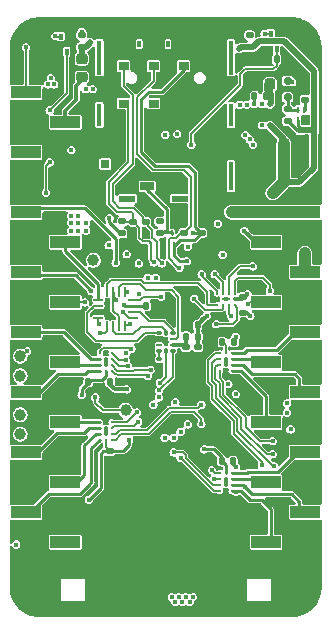
<source format=gbr>
%TF.GenerationSoftware,KiCad,Pcbnew,7.0.9*%
%TF.CreationDate,2024-08-31T12:22:45+08:00*%
%TF.ProjectId,IOT,494f542e-6b69-4636-9164-5f7063625858,rev?*%
%TF.SameCoordinates,Original*%
%TF.FileFunction,Copper,L4,Bot*%
%TF.FilePolarity,Positive*%
%FSLAX46Y46*%
G04 Gerber Fmt 4.6, Leading zero omitted, Abs format (unit mm)*
G04 Created by KiCad (PCBNEW 7.0.9) date 2024-08-31 12:22:45*
%MOMM*%
%LPD*%
G01*
G04 APERTURE LIST*
G04 Aperture macros list*
%AMRoundRect*
0 Rectangle with rounded corners*
0 $1 Rounding radius*
0 $2 $3 $4 $5 $6 $7 $8 $9 X,Y pos of 4 corners*
0 Add a 4 corners polygon primitive as box body*
4,1,4,$2,$3,$4,$5,$6,$7,$8,$9,$2,$3,0*
0 Add four circle primitives for the rounded corners*
1,1,$1+$1,$2,$3*
1,1,$1+$1,$4,$5*
1,1,$1+$1,$6,$7*
1,1,$1+$1,$8,$9*
0 Add four rect primitives between the rounded corners*
20,1,$1+$1,$2,$3,$4,$5,0*
20,1,$1+$1,$4,$5,$6,$7,0*
20,1,$1+$1,$6,$7,$8,$9,0*
20,1,$1+$1,$8,$9,$2,$3,0*%
G04 Aperture macros list end*
%TA.AperFunction,SMDPad,CuDef*%
%ADD10RoundRect,0.225000X0.225000X0.250000X-0.225000X0.250000X-0.225000X-0.250000X0.225000X-0.250000X0*%
%TD*%
%TA.AperFunction,SMDPad,CuDef*%
%ADD11C,0.270000*%
%TD*%
%TA.AperFunction,ComponentPad*%
%ADD12O,1.000000X2.100000*%
%TD*%
%TA.AperFunction,ComponentPad*%
%ADD13O,1.000000X1.600000*%
%TD*%
%TA.AperFunction,SMDPad,CuDef*%
%ADD14RoundRect,0.218750X0.256250X-0.218750X0.256250X0.218750X-0.256250X0.218750X-0.256250X-0.218750X0*%
%TD*%
%TA.AperFunction,SMDPad,CuDef*%
%ADD15RoundRect,0.140000X-0.170000X0.140000X-0.170000X-0.140000X0.170000X-0.140000X0.170000X0.140000X0*%
%TD*%
%TA.AperFunction,SMDPad,CuDef*%
%ADD16C,1.000000*%
%TD*%
%TA.AperFunction,SMDPad,CuDef*%
%ADD17RoundRect,0.075000X-0.175000X0.075000X-0.175000X-0.075000X0.175000X-0.075000X0.175000X0.075000X0*%
%TD*%
%TA.AperFunction,SMDPad,CuDef*%
%ADD18RoundRect,0.062500X-0.187500X0.062500X-0.187500X-0.062500X0.187500X-0.062500X0.187500X0.062500X0*%
%TD*%
%TA.AperFunction,SMDPad,CuDef*%
%ADD19RoundRect,0.087500X-0.087500X0.162500X-0.087500X-0.162500X0.087500X-0.162500X0.087500X0.162500X0*%
%TD*%
%TA.AperFunction,SMDPad,CuDef*%
%ADD20RoundRect,0.135000X0.185000X-0.135000X0.185000X0.135000X-0.185000X0.135000X-0.185000X-0.135000X0*%
%TD*%
%TA.AperFunction,SMDPad,CuDef*%
%ADD21RoundRect,0.140000X0.170000X-0.140000X0.170000X0.140000X-0.170000X0.140000X-0.170000X-0.140000X0*%
%TD*%
%TA.AperFunction,SMDPad,CuDef*%
%ADD22RoundRect,0.140000X-0.140000X-0.170000X0.140000X-0.170000X0.140000X0.170000X-0.140000X0.170000X0*%
%TD*%
%TA.AperFunction,SMDPad,CuDef*%
%ADD23RoundRect,0.147500X-0.147500X-0.172500X0.147500X-0.172500X0.147500X0.172500X-0.147500X0.172500X0*%
%TD*%
%TA.AperFunction,SMDPad,CuDef*%
%ADD24RoundRect,0.100000X0.130000X0.100000X-0.130000X0.100000X-0.130000X-0.100000X0.130000X-0.100000X0*%
%TD*%
%TA.AperFunction,SMDPad,CuDef*%
%ADD25RoundRect,0.150000X-0.200000X0.150000X-0.200000X-0.150000X0.200000X-0.150000X0.200000X0.150000X0*%
%TD*%
%TA.AperFunction,SMDPad,CuDef*%
%ADD26R,0.260000X0.600000*%
%TD*%
%TA.AperFunction,SMDPad,CuDef*%
%ADD27RoundRect,0.135000X0.135000X0.185000X-0.135000X0.185000X-0.135000X-0.185000X0.135000X-0.185000X0*%
%TD*%
%TA.AperFunction,SMDPad,CuDef*%
%ADD28RoundRect,0.093750X0.106250X-0.093750X0.106250X0.093750X-0.106250X0.093750X-0.106250X-0.093750X0*%
%TD*%
%TA.AperFunction,SMDPad,CuDef*%
%ADD29R,1.600000X1.000000*%
%TD*%
%TA.AperFunction,SMDPad,CuDef*%
%ADD30RoundRect,0.135000X-0.185000X0.135000X-0.185000X-0.135000X0.185000X-0.135000X0.185000X0.135000X0*%
%TD*%
%TA.AperFunction,SMDPad,CuDef*%
%ADD31RoundRect,0.140000X0.140000X0.170000X-0.140000X0.170000X-0.140000X-0.170000X0.140000X-0.170000X0*%
%TD*%
%TA.AperFunction,SMDPad,CuDef*%
%ADD32R,2.510000X1.000000*%
%TD*%
%TA.AperFunction,SMDPad,CuDef*%
%ADD33RoundRect,0.062500X0.325000X-0.062500X0.325000X0.062500X-0.325000X0.062500X-0.325000X-0.062500X0*%
%TD*%
%TA.AperFunction,SMDPad,CuDef*%
%ADD34RoundRect,0.062500X0.062500X-0.325000X0.062500X0.325000X-0.062500X0.325000X-0.062500X-0.325000X0*%
%TD*%
%TA.AperFunction,SMDPad,CuDef*%
%ADD35R,0.250000X0.625000*%
%TD*%
%TA.AperFunction,SMDPad,CuDef*%
%ADD36R,0.450000X0.700000*%
%TD*%
%TA.AperFunction,SMDPad,CuDef*%
%ADD37R,0.450000X0.575000*%
%TD*%
%TA.AperFunction,SMDPad,CuDef*%
%ADD38R,0.900000X0.700000*%
%TD*%
%TA.AperFunction,SMDPad,CuDef*%
%ADD39R,0.700000X0.700000*%
%TD*%
%TA.AperFunction,SMDPad,CuDef*%
%ADD40R,1.200000X0.650000*%
%TD*%
%TA.AperFunction,SMDPad,CuDef*%
%ADD41R,0.450000X2.400000*%
%TD*%
%TA.AperFunction,SMDPad,CuDef*%
%ADD42R,0.450000X1.900000*%
%TD*%
%TA.AperFunction,SMDPad,CuDef*%
%ADD43R,0.450000X2.900000*%
%TD*%
%TA.AperFunction,SMDPad,CuDef*%
%ADD44R,1.400000X0.500000*%
%TD*%
%TA.AperFunction,SMDPad,CuDef*%
%ADD45R,0.300000X0.600000*%
%TD*%
%TA.AperFunction,SMDPad,CuDef*%
%ADD46R,0.750000X0.700000*%
%TD*%
%TA.AperFunction,SMDPad,CuDef*%
%ADD47RoundRect,0.062500X-0.062500X0.117500X-0.062500X-0.117500X0.062500X-0.117500X0.062500X0.117500X0*%
%TD*%
%TA.AperFunction,SMDPad,CuDef*%
%ADD48RoundRect,0.135000X-0.135000X-0.185000X0.135000X-0.185000X0.135000X0.185000X-0.135000X0.185000X0*%
%TD*%
%TA.AperFunction,SMDPad,CuDef*%
%ADD49R,0.400000X0.510000*%
%TD*%
%TA.AperFunction,ViaPad*%
%ADD50C,0.450000*%
%TD*%
%TA.AperFunction,Conductor*%
%ADD51C,0.500000*%
%TD*%
%TA.AperFunction,Conductor*%
%ADD52C,0.152400*%
%TD*%
%TA.AperFunction,Conductor*%
%ADD53C,0.152000*%
%TD*%
%TA.AperFunction,Conductor*%
%ADD54C,0.254000*%
%TD*%
%TA.AperFunction,Conductor*%
%ADD55C,0.300000*%
%TD*%
%TA.AperFunction,Conductor*%
%ADD56C,0.250000*%
%TD*%
%TA.AperFunction,Conductor*%
%ADD57C,0.120000*%
%TD*%
%TA.AperFunction,Conductor*%
%ADD58C,1.000000*%
%TD*%
G04 APERTURE END LIST*
D10*
%TO.P,C41,1*%
%TO.N,+3V8*%
X172675000Y-56500000D03*
%TO.P,C41,2*%
%TO.N,GND*%
X171125000Y-56500000D03*
%TD*%
D11*
%TO.P,U4,A1,B1*%
%TO.N,/Interface/D1*%
X169410000Y-79256000D03*
%TO.P,U4,A2,VCCB*%
%TO.N,+3.3V*%
X168910000Y-79256000D03*
%TO.P,U4,A3,A1*%
%TO.N,BG95_GPIO1*%
X168410000Y-79256000D03*
%TO.P,U4,B1,B2*%
%TO.N,/Interface/D2*%
X169410000Y-79756000D03*
%TO.P,U4,B2,VCCA*%
%TO.N,+1V8*%
X168910000Y-79756000D03*
%TO.P,U4,B3,A2*%
%TO.N,BG95_GPIO2*%
X168410000Y-79756000D03*
%TO.P,U4,C1,B3*%
%TO.N,/Interface/D3*%
X169410000Y-80256000D03*
%TO.P,U4,C2,OE*%
%TO.N,+1V8*%
X168910000Y-80256000D03*
%TO.P,U4,C3,A3*%
%TO.N,BG95_GPIO3*%
X168410000Y-80256000D03*
%TO.P,U4,D1,B4*%
%TO.N,/Interface/D4*%
X169410000Y-80756000D03*
%TO.P,U4,D2,GND*%
%TO.N,GND*%
X168910000Y-80756000D03*
%TO.P,U4,D3,A4*%
%TO.N,BG95_GPIO4*%
X168410000Y-80756000D03*
%TD*%
%TO.P,U3,D3,A4*%
%TO.N,BG95_I2C1_SDA*%
X168410000Y-90920000D03*
%TO.P,U3,D2,GND*%
%TO.N,GND*%
X168910000Y-90920000D03*
%TO.P,U3,D1,B4*%
%TO.N,/Interface/SDA*%
X169410000Y-90920000D03*
%TO.P,U3,C3,A3*%
%TO.N,BG95_I2C1_SCL*%
X168410000Y-90420000D03*
%TO.P,U3,C2,OE*%
%TO.N,+1V8*%
X168910000Y-90420000D03*
%TO.P,U3,C1,B3*%
%TO.N,/Interface/SCL*%
X169410000Y-90420000D03*
%TO.P,U3,B3,A2*%
%TO.N,BG95_GPIO17*%
X168410000Y-89920000D03*
%TO.P,U3,B2,VCCA*%
%TO.N,+1V8*%
X168910000Y-89920000D03*
%TO.P,U3,B1,B2*%
%TO.N,/Interface/D17*%
X169410000Y-89920000D03*
%TO.P,U3,A3,A1*%
%TO.N,BG95_GPIO19*%
X168410000Y-89420000D03*
%TO.P,U3,A2,VCCB*%
%TO.N,+3.3V*%
X168910000Y-89420000D03*
%TO.P,U3,A1,B1*%
%TO.N,/Interface/D19*%
X169410000Y-89420000D03*
%TD*%
%TO.P,U5,D3,A4*%
%TO.N,BG95_SPI0_MOSI*%
X159250000Y-85100000D03*
%TO.P,U5,D2,GND*%
%TO.N,GND*%
X158750000Y-85100000D03*
%TO.P,U5,D1,B4*%
%TO.N,/Interface/MOSI*%
X158250000Y-85100000D03*
%TO.P,U5,C3,A3*%
%TO.N,BG95_SPI0_MISO*%
X159250000Y-85600000D03*
%TO.P,U5,C2,OE*%
%TO.N,+1V8*%
X158750000Y-85600000D03*
%TO.P,U5,C1,B3*%
%TO.N,/Interface/MISO*%
X158250000Y-85600000D03*
%TO.P,U5,B3,A2*%
%TO.N,BG95_UART2_RXD*%
X159250000Y-86100000D03*
%TO.P,U5,B2,VCCA*%
%TO.N,+1V8*%
X158750000Y-86100000D03*
%TO.P,U5,B1,B2*%
%TO.N,/Interface/RXD*%
X158250000Y-86100000D03*
%TO.P,U5,A3,A1*%
%TO.N,BG95_UART2_TXD*%
X159250000Y-86600000D03*
%TO.P,U5,A2,VCCB*%
%TO.N,+3.3V*%
X158750000Y-86600000D03*
%TO.P,U5,A1,B1*%
%TO.N,/Interface/TXD*%
X158250000Y-86600000D03*
%TD*%
%TO.P,U6,D3,A4*%
%TO.N,BG95_GPIO20*%
X159250000Y-79260000D03*
%TO.P,U6,D2,GND*%
%TO.N,GND*%
X158750000Y-79260000D03*
%TO.P,U6,D1,B4*%
%TO.N,/Interface/D20*%
X158250000Y-79260000D03*
%TO.P,U6,C3,A3*%
%TO.N,BG95_GPIO18*%
X159250000Y-79760000D03*
%TO.P,U6,C2,OE*%
%TO.N,+1V8*%
X158750000Y-79760000D03*
%TO.P,U6,C1,B3*%
%TO.N,/Interface/D18*%
X158250000Y-79760000D03*
%TO.P,U6,B3,A2*%
%TO.N,BG95_SPI0_CS*%
X159250000Y-80260000D03*
%TO.P,U6,B2,VCCA*%
%TO.N,+1V8*%
X158750000Y-80260000D03*
%TO.P,U6,B1,B2*%
%TO.N,/Interface/CS*%
X158250000Y-80260000D03*
%TO.P,U6,A3,A1*%
%TO.N,BG95_SPI0_SCLK*%
X159250000Y-80760000D03*
%TO.P,U6,A2,VCCB*%
%TO.N,+3.3V*%
X158750000Y-80760000D03*
%TO.P,U6,A1,B1*%
%TO.N,/Interface/SCLK*%
X158250000Y-80760000D03*
%TD*%
%TO.P,U10,A1,B1*%
%TO.N,Net-(U10-B1)*%
X169668000Y-75200000D03*
%TO.P,U10,A2,VCCB*%
%TO.N,+3.3V*%
X169668000Y-74700000D03*
%TO.P,U10,A3,A1*%
%TO.N,BG95_SPI2_SCLK*%
X169668000Y-74200000D03*
%TO.P,U10,B1,B2*%
%TO.N,Net-(U10-B2)*%
X169168000Y-75200000D03*
%TO.P,U10,B2,VCCA*%
%TO.N,+1V8*%
X169168000Y-74700000D03*
%TO.P,U10,B3,A2*%
%TO.N,BG95_SPI2_CS*%
X169168000Y-74200000D03*
%TO.P,U10,C1,B3*%
%TO.N,Net-(U10-B3)*%
X168668000Y-75200000D03*
%TO.P,U10,C2,OE*%
%TO.N,+1V8*%
X168668000Y-74700000D03*
%TO.P,U10,C3,A3*%
%TO.N,BG95_SPI2_MISO*%
X168668000Y-74200000D03*
%TO.P,U10,D1,B4*%
%TO.N,Net-(U10-B4)*%
X168168000Y-75200000D03*
%TO.P,U10,D2,GND*%
%TO.N,GND*%
X168168000Y-74700000D03*
%TO.P,U10,D3,A4*%
%TO.N,BG95_SPI2_MOSI*%
X168168000Y-74200000D03*
%TD*%
D12*
%TO.P,J1,S1,SHIELD*%
%TO.N,GND*%
X168150000Y-56470000D03*
D13*
X168150000Y-52290000D03*
D12*
X159510000Y-56470000D03*
D13*
X159510000Y-52290000D03*
%TD*%
D14*
%TO.P,F3,1*%
%TO.N,Net-(J3-Pin_2)*%
X156718000Y-55905500D03*
%TO.P,F3,2*%
%TO.N,+3.3V*%
X156718000Y-54330500D03*
%TD*%
D15*
%TO.P,C38,1*%
%TO.N,GND*%
X170400000Y-73520000D03*
%TO.P,C38,2*%
%TO.N,+3.3V*%
X170400000Y-74480000D03*
%TD*%
D16*
%TO.P,TP7,1,1*%
%TO.N,Net-(U1-MAIN_CTS)*%
X151511000Y-84455000D03*
%TD*%
D17*
%TO.P,U15,1,ADDR*%
%TO.N,Net-(U15-ADDR)*%
X163275000Y-79050000D03*
D18*
%TO.P,U15,2,RDY*%
%TO.N,unconnected-(U15-RDY-Pad2)*%
X163275000Y-78550000D03*
%TO.P,U15,3,GND*%
%TO.N,GND*%
X163275000Y-78050000D03*
D17*
%TO.P,U15,4,AIN0*%
%TO.N,Net-(U15-AIN0)*%
X163275000Y-77550000D03*
D19*
%TO.P,U15,5,AIN1*%
%TO.N,Net-(U15-AIN1)*%
X163850000Y-77538000D03*
D17*
%TO.P,U15,6,AIN2*%
%TO.N,Net-(U15-AIN2)*%
X164425000Y-77550000D03*
D18*
%TO.P,U15,7,AIN3*%
%TO.N,Net-(U15-AIN3)*%
X164425000Y-78050000D03*
%TO.P,U15,8,VDD*%
%TO.N,Net-(U15-VDD)*%
X164425000Y-78550000D03*
D17*
%TO.P,U15,9,SDA*%
%TO.N,/Interface/SDA*%
X164425000Y-79050000D03*
D19*
%TO.P,U15,10,SCL*%
%TO.N,/Interface/SCL*%
X163850000Y-79062000D03*
%TD*%
D20*
%TO.P,R11,1*%
%TO.N,+3.3V*%
X174150000Y-59610000D03*
%TO.P,R11,2*%
%TO.N,Net-(D7-K)*%
X174150000Y-58590000D03*
%TD*%
D15*
%TO.P,C1,1*%
%TO.N,Net-(J4-I{slash}O)*%
X161100000Y-68120000D03*
%TO.P,C1,2*%
%TO.N,GND*%
X161100000Y-69080000D03*
%TD*%
D21*
%TO.P,C4,1*%
%TO.N,Net-(J4-VCC)*%
X166900000Y-69060000D03*
%TO.P,C4,2*%
%TO.N,GND*%
X166900000Y-68100000D03*
%TD*%
D22*
%TO.P,C37,1*%
%TO.N,GND*%
X167620000Y-88400000D03*
%TO.P,C37,2*%
%TO.N,+3.3V*%
X168580000Y-88400000D03*
%TD*%
D10*
%TO.P,C19,1*%
%TO.N,+3.3V*%
X173825200Y-62941200D03*
%TO.P,C19,2*%
%TO.N,GND*%
X172275200Y-62941200D03*
%TD*%
D21*
%TO.P,C3,1*%
%TO.N,Net-(J4-RST)*%
X165350000Y-69080000D03*
%TO.P,C3,2*%
%TO.N,GND*%
X165350000Y-68120000D03*
%TD*%
D15*
%TO.P,C32,1*%
%TO.N,+3.3V*%
X175260000Y-60370000D03*
%TO.P,C32,2*%
%TO.N,GND*%
X175260000Y-61330000D03*
%TD*%
D23*
%TO.P,FB3,1*%
%TO.N,Net-(U15-VDD)*%
X165565000Y-77850000D03*
%TO.P,FB3,2*%
%TO.N,+3.3V*%
X166535000Y-77850000D03*
%TD*%
D24*
%TO.P,R10,1*%
%TO.N,Net-(U15-ADDR)*%
X163270000Y-79750000D03*
%TO.P,R10,2*%
%TO.N,GND*%
X162630000Y-79750000D03*
%TD*%
D10*
%TO.P,C20,1*%
%TO.N,+3.3V*%
X173825200Y-64185800D03*
%TO.P,C20,2*%
%TO.N,GND*%
X172275200Y-64185800D03*
%TD*%
D16*
%TO.P,TP2,1,1*%
%TO.N,Net-(U1-USB_BOOT)*%
X160450000Y-84100000D03*
%TD*%
%TO.P,TP6,1,1*%
%TO.N,Net-(U1-MAIN_DTR)*%
X157700000Y-71400000D03*
%TD*%
D21*
%TO.P,C29,1*%
%TO.N,GND*%
X170400000Y-76780000D03*
%TO.P,C29,2*%
%TO.N,+1V8*%
X170400000Y-75820000D03*
%TD*%
D25*
%TO.P,D7,1,K*%
%TO.N,Net-(D7-K)*%
X174150000Y-57596000D03*
%TO.P,D7,2,A*%
%TO.N,PWRKEY*%
X174150000Y-56196000D03*
%TD*%
D26*
%TO.P,U8,1,VOUT*%
%TO.N,Net-(D7-K)*%
X175025000Y-58675000D03*
%TO.P,U8,2,CD*%
%TO.N,Net-(U8-CD)*%
X175575000Y-58675000D03*
%TO.P,U8,3,VSS*%
%TO.N,GND*%
X175575000Y-59525000D03*
%TO.P,U8,4,VIN*%
%TO.N,+3.3V*%
X175025000Y-59525000D03*
%TD*%
D21*
%TO.P,C34,1*%
%TO.N,GND*%
X159100000Y-88530000D03*
%TO.P,C34,2*%
%TO.N,+3.3V*%
X159100000Y-87570000D03*
%TD*%
D10*
%TO.P,C21,1*%
%TO.N,+3.3V*%
X173825200Y-61569600D03*
%TO.P,C21,2*%
%TO.N,GND*%
X172275200Y-61569600D03*
%TD*%
D27*
%TO.P,R15,1*%
%TO.N,Net-(Q3-G)*%
X173230000Y-54356000D03*
%TO.P,R15,2*%
%TO.N,GND*%
X172210000Y-54356000D03*
%TD*%
D28*
%TO.P,U13,1,OUT*%
%TO.N,+3.3V*%
X172646000Y-59965500D03*
%TO.P,U13,2,NC*%
%TO.N,unconnected-(U13-NC-Pad2)*%
X171996000Y-59965500D03*
%TO.P,U13,3,GND*%
%TO.N,GND*%
X171346000Y-59965500D03*
%TO.P,U13,4,EN*%
%TO.N,Net-(U13-EN)*%
X171346000Y-58190500D03*
%TO.P,U13,5,NC*%
%TO.N,unconnected-(U13-NC-Pad5)*%
X171996000Y-58190500D03*
%TO.P,U13,6,IN*%
%TO.N,+3V8*%
X172646000Y-58190500D03*
D29*
%TO.P,U13,7,GND*%
%TO.N,GND*%
X171996000Y-59078000D03*
%TD*%
D30*
%TO.P,R8,1*%
%TO.N,Net-(J4-I{slash}O)*%
X160150000Y-68090000D03*
%TO.P,R8,2*%
%TO.N,Net-(J4-VCC)*%
X160150000Y-69110000D03*
%TD*%
D20*
%TO.P,R7,1*%
%TO.N,Net-(D2-K)*%
X163322000Y-69110000D03*
%TO.P,R7,2*%
%TO.N,Net-(J4-VCC)*%
X163322000Y-68090000D03*
%TD*%
D31*
%TO.P,C30,1*%
%TO.N,GND*%
X170580000Y-78300000D03*
%TO.P,C30,2*%
%TO.N,+1V8*%
X169620000Y-78300000D03*
%TD*%
D20*
%TO.P,R19,1*%
%TO.N,+3.3V*%
X170942000Y-53344000D03*
%TO.P,R19,2*%
%TO.N,Net-(D6-A)*%
X170942000Y-52324000D03*
%TD*%
D32*
%TO.P,J3,1,Pin_1*%
%TO.N,PWRKEY*%
X152015000Y-57150000D03*
%TO.P,J3,2,Pin_2*%
%TO.N,Net-(J3-Pin_2)*%
X155325000Y-59690000D03*
%TO.P,J3,3,Pin_3*%
%TO.N,/Interface/AREF*%
X152015000Y-62230000D03*
%TO.P,J3,4,Pin_4*%
%TO.N,GND*%
X155325000Y-64770000D03*
%TO.P,J3,5,Pin_5*%
%TO.N,/Interface/A0*%
X152015000Y-67310000D03*
%TO.P,J3,6,Pin_6*%
%TO.N,/Interface/A1*%
X155325000Y-69850000D03*
%TO.P,J3,7,Pin_7*%
%TO.N,/Interface/A2*%
X152015000Y-72390000D03*
%TO.P,J3,8,Pin_8*%
%TO.N,/Interface/A3*%
X155325000Y-74930000D03*
%TO.P,J3,9,Pin_9*%
%TO.N,/Interface/D18*%
X152015000Y-77470000D03*
%TO.P,J3,10,Pin_10*%
%TO.N,/Interface/CS*%
X155325000Y-80010000D03*
%TO.P,J3,11,Pin_11*%
%TO.N,/Interface/SCLK*%
X152015000Y-82550000D03*
%TO.P,J3,12,Pin_12*%
%TO.N,/Interface/MOSI*%
X155325000Y-85090000D03*
%TO.P,J3,13,Pin_13*%
%TO.N,/Interface/MISO*%
X152015000Y-87630000D03*
%TO.P,J3,14,Pin_14*%
%TO.N,/Interface/RXD*%
X155325000Y-90170000D03*
%TO.P,J3,15,Pin_15*%
%TO.N,/Interface/TXD*%
X152015000Y-92710000D03*
%TO.P,J3,16,Pin_16*%
%TO.N,/Interface/NC*%
X155325000Y-95250000D03*
%TD*%
D15*
%TO.P,C25,1*%
%TO.N,+3.3V*%
X166550000Y-78720000D03*
%TO.P,C25,2*%
%TO.N,GND*%
X166550000Y-79680000D03*
%TD*%
D33*
%TO.P,U7,16,COM1*%
%TO.N,/Interface/A3*%
X161062500Y-76250000D03*
%TO.P,U7,15,NO1*%
%TO.N,Net-(U15-AIN2)*%
X161062500Y-75750000D03*
%TO.P,U7,14,V+*%
%TO.N,+3.3V*%
X161062500Y-75250000D03*
%TO.P,U7,13,NC4*%
%TO.N,Net-(U10-B3)*%
X161062500Y-74750000D03*
D34*
%TO.P,U7,12,COM4*%
%TO.N,/Interface/A0*%
X160350000Y-74037500D03*
%TO.P,U7,11,NO4*%
%TO.N,Net-(U15-AIN3)*%
X159850000Y-74037500D03*
%TO.P,U7,10,IN3-4*%
%TO.N,BG95_GPIO21*%
X159350000Y-74037500D03*
%TO.P,U7,9,NC3*%
%TO.N,Net-(U10-B4)*%
X158850000Y-74037500D03*
D33*
%TO.P,U7,8,COM3*%
%TO.N,/Interface/A1*%
X158137500Y-74750000D03*
%TO.P,U7,7,NO3*%
%TO.N,Net-(U15-AIN0)*%
X158137500Y-75250000D03*
%TO.P,U7,6,GND*%
%TO.N,GND*%
X158137500Y-75750000D03*
%TO.P,U7,5,NC2*%
%TO.N,Net-(U10-B2)*%
X158137500Y-76250000D03*
D34*
%TO.P,U7,4,COM2*%
%TO.N,/Interface/A2*%
X158850000Y-76962500D03*
%TO.P,U7,3,NO2*%
%TO.N,Net-(U15-AIN1)*%
X159350000Y-76962500D03*
%TO.P,U7,2,IN1-2*%
%TO.N,BG95_GPIO21*%
X159850000Y-76962500D03*
%TO.P,U7,1,NC1*%
%TO.N,Net-(U10-B1)*%
X160350000Y-76962500D03*
%TD*%
D22*
%TO.P,C33,1*%
%TO.N,GND*%
X167670000Y-78300000D03*
%TO.P,C33,2*%
%TO.N,+3.3V*%
X168630000Y-78300000D03*
%TD*%
D31*
%TO.P,C26,1*%
%TO.N,+3.3V*%
X166530000Y-76900000D03*
%TO.P,C26,2*%
%TO.N,GND*%
X165570000Y-76900000D03*
%TD*%
D35*
%TO.P,U12,1*%
%TO.N,Net-(J4-I{slash}O)*%
X162576000Y-70112500D03*
%TO.P,U12,2*%
%TO.N,Net-(J4-CLK)*%
X163076000Y-70112500D03*
D36*
%TO.P,U12,3,VSS*%
%TO.N,GND*%
X163576000Y-70150000D03*
D35*
%TO.P,U12,4*%
%TO.N,Net-(J4-RST)*%
X164076000Y-70112500D03*
%TO.P,U12,5*%
%TO.N,Net-(J4-VCC)*%
X164576000Y-70112500D03*
%TO.P,U12,6,NC*%
%TO.N,unconnected-(U12-NC-Pad6)*%
X164576000Y-70887500D03*
%TO.P,U12,7,NC*%
%TO.N,unconnected-(U12-NC-Pad7)*%
X164076000Y-70887500D03*
D37*
%TO.P,U12,8,VSS*%
%TO.N,GND*%
X163576000Y-70912500D03*
D35*
%TO.P,U12,9,NC*%
%TO.N,unconnected-(U12-NC-Pad9)*%
X163076000Y-70887500D03*
%TO.P,U12,10,NC*%
%TO.N,unconnected-(U12-NC-Pad10)*%
X162576000Y-70887500D03*
%TD*%
D32*
%TO.P,J2,1,Pin_1*%
%TO.N,BATT*%
X175645000Y-67310000D03*
%TO.P,J2,2,Pin_2*%
%TO.N,EN*%
X172335000Y-69850000D03*
%TO.P,J2,3,Pin_3*%
%TO.N,VUSB*%
X175645000Y-72390000D03*
%TO.P,J2,4,Pin_4*%
%TO.N,/Interface/D20*%
X172335000Y-74930000D03*
%TO.P,J2,5,Pin_5*%
%TO.N,/Interface/D1*%
X175645000Y-77470000D03*
%TO.P,J2,6,Pin_6*%
%TO.N,/Interface/D2*%
X172335000Y-80010000D03*
%TO.P,J2,7,Pin_7*%
%TO.N,/Interface/D3*%
X175645000Y-82550000D03*
%TO.P,J2,8,Pin_8*%
%TO.N,/Interface/D4*%
X172335000Y-85090000D03*
%TO.P,J2,9,Pin_9*%
%TO.N,/Interface/D19*%
X175645000Y-87630000D03*
%TO.P,J2,10,Pin_10*%
%TO.N,/Interface/D17*%
X172335000Y-90170000D03*
%TO.P,J2,11,Pin_11*%
%TO.N,/Interface/SCL*%
X175645000Y-92710000D03*
%TO.P,J2,12,Pin_12*%
%TO.N,/Interface/SDA*%
X172335000Y-95250000D03*
%TD*%
D16*
%TO.P,TP8,1,1*%
%TO.N,Net-(U1-MAIN_RTS)*%
X151511000Y-86106000D03*
%TD*%
D38*
%TO.P,J4,C1,VCC*%
%TO.N,Net-(J4-VCC)*%
X165354000Y-54944000D03*
%TO.P,J4,C2,RST*%
%TO.N,Net-(J4-RST)*%
X162814000Y-54944000D03*
%TO.P,J4,C3,CLK*%
%TO.N,Net-(J4-CLK)*%
X160274000Y-54944000D03*
%TO.P,J4,C5,GND*%
%TO.N,GND*%
X165354000Y-58114000D03*
%TO.P,J4,C6,VPP/SWP*%
%TO.N,unconnected-(J4-VPP{slash}SWP-PadC6)*%
X162814000Y-58114000D03*
%TO.P,J4,C7,I/O*%
%TO.N,Net-(J4-I{slash}O)*%
X160274000Y-58114000D03*
D39*
%TO.P,J4,CSW,CSW*%
%TO.N,GND*%
X158544000Y-61444000D03*
D40*
%TO.P,J4,DSW,DSW*%
%TO.N,Net-(D2-K)*%
X162264000Y-65119000D03*
D41*
%TO.P,J4,SH,SH*%
%TO.N,unconnected-(J4-PadSH)*%
X169369000Y-64244000D03*
D42*
X169369000Y-59094000D03*
D43*
X169369000Y-54244000D03*
D44*
X165014000Y-66194000D03*
D45*
X164034000Y-53094000D03*
X161594000Y-53094000D03*
D44*
X160594000Y-66194000D03*
D46*
X158719000Y-63244000D03*
D42*
X158219000Y-59094000D03*
D43*
X158219000Y-54244000D03*
%TD*%
D21*
%TO.P,C28,1*%
%TO.N,Net-(U8-CD)*%
X175600000Y-57780000D03*
%TO.P,C28,2*%
%TO.N,GND*%
X175600000Y-56820000D03*
%TD*%
D47*
%TO.P,D2,1,K*%
%TO.N,Net-(D2-K)*%
X164338000Y-69020000D03*
%TO.P,D2,2,A*%
%TO.N,GND*%
X164338000Y-68180000D03*
%TD*%
D48*
%TO.P,R9,1*%
%TO.N,Net-(U13-EN)*%
X171340000Y-57500000D03*
%TO.P,R9,2*%
%TO.N,+3V8*%
X172360000Y-57500000D03*
%TD*%
D16*
%TO.P,TP5,1,1*%
%TO.N,Net-(U1-MAIN_TXD)*%
X151511000Y-81153000D03*
%TD*%
%TO.P,TP4,1,1*%
%TO.N,Net-(U1-MAIN_RXD)*%
X151511000Y-79502000D03*
%TD*%
D15*
%TO.P,C2,1*%
%TO.N,Net-(J4-CLK)*%
X162150000Y-68120000D03*
%TO.P,C2,2*%
%TO.N,GND*%
X162150000Y-69080000D03*
%TD*%
D49*
%TO.P,Q3,1,G*%
%TO.N,Net-(Q3-G)*%
X173220000Y-53477000D03*
%TO.P,Q3,2,S*%
%TO.N,GND*%
X172220000Y-53477000D03*
%TO.P,Q3,3,D*%
%TO.N,Net-(D6-K)*%
X172720000Y-52187000D03*
%TD*%
D31*
%TO.P,C27,1*%
%TO.N,GND*%
X160080000Y-81700000D03*
%TO.P,C27,2*%
%TO.N,+1V8*%
X159120000Y-81700000D03*
%TD*%
%TO.P,C31,1*%
%TO.N,GND*%
X170480000Y-88400000D03*
%TO.P,C31,2*%
%TO.N,+1V8*%
X169520000Y-88400000D03*
%TD*%
D49*
%TO.P,Q2,1,G*%
%TO.N,/BG95/NET_STATUS*%
X155440000Y-53731000D03*
%TO.P,Q2,2,S*%
%TO.N,GND*%
X154440000Y-53731000D03*
%TO.P,Q2,3,D*%
%TO.N,Net-(D5-K)*%
X154940000Y-52441000D03*
%TD*%
D20*
%TO.P,R20,1*%
%TO.N,+3.3V*%
X156718000Y-53342000D03*
%TO.P,R20,2*%
%TO.N,Net-(D5-A)*%
X156718000Y-52322000D03*
%TD*%
D31*
%TO.P,C35,1*%
%TO.N,GND*%
X163130000Y-75250000D03*
%TO.P,C35,2*%
%TO.N,+3.3V*%
X162170000Y-75250000D03*
%TD*%
D15*
%TO.P,C24,1*%
%TO.N,Net-(U15-VDD)*%
X165550000Y-78720000D03*
%TO.P,C24,2*%
%TO.N,GND*%
X165550000Y-79680000D03*
%TD*%
D22*
%TO.P,C39,1*%
%TO.N,GND*%
X156320000Y-81700000D03*
%TO.P,C39,2*%
%TO.N,+3.3V*%
X157280000Y-81700000D03*
%TD*%
D50*
%TO.N,GND*%
X156100000Y-83100000D03*
X156000000Y-84200000D03*
X151300000Y-91800000D03*
X151300000Y-90600000D03*
X151300000Y-89400000D03*
X151300000Y-88600000D03*
X154000000Y-57800000D03*
X165800000Y-87400000D03*
X175500000Y-86100000D03*
X176200000Y-85400000D03*
X176300000Y-83700000D03*
X176300000Y-81300000D03*
X176300000Y-79500000D03*
X176300000Y-78400000D03*
X176300000Y-76500000D03*
X176300000Y-75700000D03*
X176300000Y-74200000D03*
X151900000Y-52100000D03*
X153000000Y-53800000D03*
X165000000Y-52900000D03*
X166300000Y-52900000D03*
X170500000Y-66200000D03*
X174000000Y-90600000D03*
X156700000Y-93600000D03*
X156600000Y-100900000D03*
X155900000Y-100900000D03*
X155100000Y-100900000D03*
X172400000Y-100900000D03*
X171600000Y-100900000D03*
X170900000Y-100900000D03*
X158200000Y-96400000D03*
X158200000Y-95600000D03*
X157500000Y-96400000D03*
X157500000Y-95600000D03*
X163700000Y-101100000D03*
X161800000Y-101100000D03*
%TO.N,Net-(J4-I{slash}O)*%
X162807627Y-71562487D03*
X163749300Y-86400000D03*
%TO.N,GND*%
X152044400Y-94030800D03*
X175000000Y-73660000D03*
X154228800Y-94157800D03*
X167436800Y-54229000D03*
X168224200Y-99212400D03*
X152044400Y-96520000D03*
X167850000Y-76200000D03*
X152800000Y-63950000D03*
X167157400Y-99085400D03*
X157700000Y-64250000D03*
X167200000Y-92250000D03*
X158546800Y-93522800D03*
X157505400Y-98983800D03*
X152069800Y-66370200D03*
X162700000Y-88550000D03*
X155727400Y-93878400D03*
X170027600Y-96774000D03*
X157505400Y-100914200D03*
X159816800Y-93522800D03*
X168600000Y-69450000D03*
X157000000Y-83260000D03*
X153771600Y-94437200D03*
X161000000Y-83000000D03*
X160450000Y-71600000D03*
X158191200Y-100914200D03*
X164820000Y-64179000D03*
X169780000Y-81257500D03*
X158350000Y-60600000D03*
X158550000Y-92700000D03*
X167875500Y-74700000D03*
X175437800Y-99009200D03*
X153771600Y-98018600D03*
X173964600Y-101041200D03*
X153873200Y-92303600D03*
X157150000Y-63700000D03*
X161600000Y-88450000D03*
X163800000Y-65750000D03*
X167894000Y-98171000D03*
X166166800Y-54229000D03*
X154432000Y-98018600D03*
X167843200Y-96469200D03*
X170281600Y-93675200D03*
X157505400Y-97739200D03*
X169570400Y-100304600D03*
X163561896Y-69732685D03*
X168900000Y-91950500D03*
X167600000Y-62400000D03*
X170550000Y-59350000D03*
X167208200Y-100406200D03*
X172085000Y-97155000D03*
X168986200Y-100101400D03*
X158800000Y-67300000D03*
X169824400Y-101142800D03*
X166700000Y-81650000D03*
X152146000Y-80568800D03*
X171069000Y-64312800D03*
X155300000Y-64250000D03*
X168122600Y-95478600D03*
X157150000Y-64250000D03*
X151850000Y-70500000D03*
X171710000Y-81520000D03*
X155727400Y-93294200D03*
X166350000Y-71600000D03*
X158600000Y-69350000D03*
X156133800Y-97129600D03*
X168630600Y-93370400D03*
X175000000Y-76504800D03*
X161036000Y-95326200D03*
X157505400Y-99618800D03*
X158191200Y-100253800D03*
X167106600Y-101142800D03*
X153690000Y-95190000D03*
X167300000Y-67650000D03*
X175590200Y-53035200D03*
X154150000Y-63750000D03*
X171069000Y-93675200D03*
X167563800Y-64312800D03*
X163030000Y-80470000D03*
X154787600Y-94157800D03*
X163410000Y-61850000D03*
X173950000Y-82570000D03*
X151300000Y-66350000D03*
X169050000Y-62400000D03*
X171650000Y-54350000D03*
X152350000Y-71050000D03*
X155727400Y-92760800D03*
X173456600Y-55295800D03*
X156464000Y-64254000D03*
X171100000Y-77150000D03*
X160200000Y-61100000D03*
X174670000Y-66060000D03*
X167208863Y-77446797D03*
X169849800Y-93370400D03*
X151300000Y-71050000D03*
X152831800Y-99898200D03*
X157700000Y-63700000D03*
X166954200Y-64312800D03*
X155300000Y-64800000D03*
X176377600Y-54127400D03*
X158191200Y-98298000D03*
X164600000Y-90400000D03*
X156450000Y-64800000D03*
X157000000Y-78250000D03*
X166700000Y-82900000D03*
X174310000Y-80330000D03*
X151300000Y-59750000D03*
X172585500Y-54300000D03*
X157505400Y-97129600D03*
X168122600Y-97586800D03*
X169850000Y-62400000D03*
X155850000Y-64800000D03*
X155850000Y-64250000D03*
X161696400Y-51866800D03*
X151300000Y-55850000D03*
X166350000Y-75900000D03*
X166375000Y-73875000D03*
X161315400Y-54229000D03*
X165600000Y-86450000D03*
X166150000Y-85900000D03*
X174000000Y-55300000D03*
X162100000Y-67250000D03*
X151300000Y-54350000D03*
X167157400Y-96367600D03*
X174660000Y-69040000D03*
X167550000Y-77220000D03*
X158191200Y-98983800D03*
X152750000Y-60100000D03*
X167843200Y-95935800D03*
X173450000Y-56400000D03*
X173250000Y-72610000D03*
X165120000Y-64510000D03*
X151300000Y-70500000D03*
X161050000Y-68800000D03*
X174760000Y-84240000D03*
X163118800Y-97612200D03*
X163460000Y-80470000D03*
X167995600Y-100406200D03*
X156895800Y-97129600D03*
X153771600Y-97358200D03*
X170100000Y-61750000D03*
X163446900Y-75510314D03*
X170400000Y-73500000D03*
X170350000Y-71450000D03*
X163118800Y-99110800D03*
X171150000Y-59150000D03*
X153873200Y-100507800D03*
X158568609Y-66708398D03*
X171720000Y-83270000D03*
X163880800Y-51866800D03*
X166700000Y-82200000D03*
X155422600Y-97129600D03*
X168650000Y-61750000D03*
X176250600Y-91059000D03*
X171100000Y-66200000D03*
X151950000Y-78450000D03*
X171450000Y-73500000D03*
X167157400Y-98526600D03*
X152044400Y-95300800D03*
X151003000Y-80441800D03*
X158191200Y-97739200D03*
X170180000Y-100304600D03*
X151300000Y-64150000D03*
X175260000Y-91059000D03*
X163150000Y-61350000D03*
X158191200Y-97129600D03*
X153339800Y-100279200D03*
X162200000Y-81800000D03*
X173177200Y-100431600D03*
X164650000Y-67500000D03*
X170256200Y-64312800D03*
X171710000Y-84020000D03*
X163118800Y-98425000D03*
X168757600Y-64312800D03*
X153947900Y-53747900D03*
X156300000Y-86550000D03*
X151200000Y-78450000D03*
X156500000Y-92700000D03*
X166950000Y-88550000D03*
X174828200Y-100533200D03*
X169392600Y-56489600D03*
X166750000Y-86500000D03*
X171450000Y-97155000D03*
X152350000Y-70500000D03*
X171831000Y-93675200D03*
X175010000Y-78880000D03*
X151300000Y-58550000D03*
X172350000Y-59150000D03*
X151300000Y-68200000D03*
X160451800Y-93522800D03*
X152750000Y-60600000D03*
X163800000Y-65050000D03*
X159181800Y-93522800D03*
X168300000Y-62400000D03*
X163118800Y-96850200D03*
X163850000Y-90300000D03*
X168100000Y-92250000D03*
X173177200Y-99745800D03*
X157250000Y-92700000D03*
X152044400Y-95885000D03*
X163400000Y-62400000D03*
X169291000Y-60960000D03*
X153300000Y-63950000D03*
X163118800Y-96037400D03*
X170815000Y-97155000D03*
X175150000Y-55000000D03*
X151130000Y-76426000D03*
X175437800Y-97612200D03*
X168554400Y-99720400D03*
X158750000Y-82800000D03*
X157700000Y-64800000D03*
X159842200Y-101117400D03*
X156300000Y-87500000D03*
X169940000Y-77280000D03*
X170390000Y-77290000D03*
X158950000Y-91750000D03*
X165450000Y-92250000D03*
X168122600Y-97002600D03*
X173230000Y-70940000D03*
X155651200Y-92202000D03*
X152044400Y-94665800D03*
X166801800Y-90424000D03*
X151300000Y-61050000D03*
X151900000Y-76400000D03*
X158851600Y-100253800D03*
X151300000Y-65250000D03*
X152069800Y-99161600D03*
X155346400Y-94157800D03*
X160400000Y-83200000D03*
X170103800Y-57251600D03*
X169300000Y-61750000D03*
X167919400Y-98755200D03*
X162150000Y-69334958D03*
X176352200Y-80060800D03*
X170650000Y-62400000D03*
X152069800Y-98018600D03*
X162737800Y-101117400D03*
X166420800Y-90246200D03*
X153771600Y-96621600D03*
X175437800Y-99745800D03*
X166200000Y-84850000D03*
X168021000Y-93040200D03*
X158250000Y-91750000D03*
X173177200Y-101041200D03*
X167060000Y-80290000D03*
X158750000Y-79250000D03*
X167182800Y-97434400D03*
X168021000Y-93624400D03*
X154635200Y-97129600D03*
X167182800Y-97942400D03*
X154406600Y-100507800D03*
X173960000Y-81750000D03*
X163870000Y-78080000D03*
X159050000Y-60600000D03*
X152450800Y-99542600D03*
X175006000Y-75692000D03*
X152750000Y-59600000D03*
X171700000Y-60550000D03*
X162790000Y-81600000D03*
X171881800Y-86055200D03*
X157000000Y-84300000D03*
X162400000Y-61350000D03*
X163576000Y-54229000D03*
X167157400Y-99695000D03*
X163400000Y-67300000D03*
X166878000Y-93624400D03*
X161620200Y-95326200D03*
X158191200Y-99618800D03*
X152755600Y-59029600D03*
X167070000Y-79760000D03*
X170027600Y-97536000D03*
X175437800Y-98323400D03*
X170027600Y-96113600D03*
X173151800Y-97612200D03*
X167050000Y-85900000D03*
X163430000Y-78080000D03*
X162850000Y-67250000D03*
X167182800Y-96875600D03*
X171150000Y-88550000D03*
X151300000Y-63150000D03*
X151300000Y-69600000D03*
X162179000Y-95326200D03*
X159800000Y-92700000D03*
X174260000Y-85010000D03*
X167900000Y-69450000D03*
X167894000Y-101142800D03*
X174701200Y-51841400D03*
X168910000Y-101142800D03*
X173450000Y-57300000D03*
X157150000Y-64800000D03*
X164850000Y-87050000D03*
X158851600Y-99618800D03*
X166450000Y-88000000D03*
X158851600Y-100914200D03*
X174000000Y-54300000D03*
X169214800Y-93370400D03*
X155300000Y-63700000D03*
X152750000Y-61200000D03*
X163200000Y-81040000D03*
X173240000Y-71860000D03*
X151300000Y-68850000D03*
X166200000Y-92250000D03*
X166890000Y-60710000D03*
X151850000Y-71050000D03*
X157505400Y-100253800D03*
X175793400Y-59525000D03*
X171750000Y-59150000D03*
X172847000Y-97155000D03*
X158800000Y-75700000D03*
X159750000Y-60600000D03*
X152069800Y-98577400D03*
X157505400Y-98298000D03*
X153771600Y-95961200D03*
X155850000Y-63700000D03*
X167157400Y-95808800D03*
X171856400Y-94310200D03*
X156450000Y-63700000D03*
X160934400Y-101117400D03*
X171800000Y-66200000D03*
X168198800Y-64312800D03*
X170027600Y-95529400D03*
X174760000Y-83590000D03*
X173177200Y-99034600D03*
X159400000Y-61100000D03*
X172313600Y-60655200D03*
X173177200Y-98323400D03*
X161061400Y-93522800D03*
X166573200Y-51866800D03*
%TO.N,Net-(J4-CLK)*%
X163500000Y-71641498D03*
X164500000Y-86400000D03*
%TO.N,Net-(J4-RST)*%
X165000000Y-72000000D03*
X165100000Y-85900000D03*
%TO.N,Net-(J4-VCC)*%
X163322000Y-68070000D03*
X165700000Y-85289000D03*
X165600000Y-71466700D03*
X166150000Y-69100000D03*
X159074491Y-67848349D03*
%TO.N,Net-(U2-PS{slash}SYNC)*%
X154000000Y-63100000D03*
X153700000Y-65654000D03*
%TO.N,+3V8*%
X172450000Y-56500000D03*
X165850000Y-100300000D03*
X156450000Y-67600000D03*
X155850000Y-68900000D03*
X164650000Y-100300000D03*
X166150000Y-99900000D03*
X165250000Y-100300000D03*
X156450000Y-68200000D03*
X155850000Y-68200000D03*
X165550000Y-99900000D03*
X164950000Y-99900000D03*
X157100000Y-68200000D03*
X157100000Y-68900000D03*
X155850000Y-67600000D03*
X164350000Y-99900000D03*
X156450000Y-68900000D03*
%TO.N,+3.3V*%
X170053000Y-53492400D03*
X170750000Y-74250000D03*
X160300000Y-75200000D03*
X151180800Y-95450600D03*
X159004000Y-70104000D03*
X172900000Y-65450000D03*
X168630000Y-78300000D03*
X172897800Y-65913000D03*
X160750000Y-86599300D03*
X165700000Y-70232685D03*
X157329500Y-91670500D03*
X157400000Y-52900000D03*
X167100000Y-87400000D03*
X156720000Y-82780000D03*
X167300000Y-76100000D03*
%TO.N,Net-(D2-K)*%
X163830000Y-69000000D03*
X164648671Y-83404635D03*
%TO.N,VUSB*%
X175600000Y-70800000D03*
X157650000Y-56900000D03*
X175600000Y-71900000D03*
X175600000Y-71400000D03*
X174400000Y-85700000D03*
X157050000Y-56900000D03*
X170100000Y-58200000D03*
X170700000Y-58200000D03*
%TO.N,Net-(D5-K)*%
X154500000Y-52400000D03*
%TO.N,Net-(D6-K)*%
X172200000Y-52200000D03*
%TO.N,+1V8*%
X160528000Y-70866000D03*
X171000000Y-76100000D03*
X169800000Y-88900000D03*
X168910000Y-80006000D03*
X169750000Y-77850000D03*
X158750000Y-80010000D03*
X168910000Y-90170000D03*
X158750000Y-85850000D03*
X160550000Y-82310000D03*
X168650000Y-70900000D03*
X168918000Y-74700000D03*
%TO.N,BATT*%
X153850000Y-56500000D03*
X170942000Y-61137800D03*
X171300000Y-67300000D03*
X154400000Y-56500000D03*
X154112000Y-55958500D03*
X171221400Y-61595000D03*
X170800000Y-67300000D03*
X170584300Y-60784300D03*
X170100000Y-67300000D03*
X169418000Y-67318000D03*
%TO.N,EN*%
X170500000Y-68900000D03*
X155850000Y-62050000D03*
%TO.N,/Interface/D20*%
X160932796Y-78876118D03*
X170811819Y-75076392D03*
%TO.N,/Interface/SCL*%
X163327711Y-81767711D03*
X170530615Y-90569385D03*
%TO.N,/Interface/SDA*%
X163290000Y-82410000D03*
X169800000Y-91000000D03*
%TO.N,PWRKEY*%
X174550000Y-56300000D03*
X152000000Y-53350000D03*
%TO.N,/Interface/A0*%
X159600000Y-71600000D03*
X160550000Y-74050000D03*
%TO.N,/Interface/A2*%
X157550000Y-74000000D03*
X158274964Y-77562351D03*
%TO.N,/Interface/A3*%
X157000000Y-74950000D03*
X160218470Y-75770708D03*
%TO.N,/BG95/NET_STATUS*%
X168250000Y-68300000D03*
X154000000Y-58700000D03*
%TO.N,Net-(Q3-G)*%
X166000000Y-61600000D03*
%TO.N,Net-(U1-USB_BOOT)*%
X157880000Y-83000000D03*
%TO.N,Net-(U1-MAIN_RXD)*%
X152095200Y-79095600D03*
%TO.N,Net-(U1-MAIN_TXD)*%
X151511000Y-81153000D03*
%TO.N,Net-(U1-MAIN_DTR)*%
X157700000Y-71400000D03*
%TO.N,Net-(U1-MAIN_CTS)*%
X151511000Y-84455000D03*
%TO.N,Net-(U1-MAIN_RTS)*%
X151511000Y-86106000D03*
%TO.N,BG95_GPIO1*%
X172000000Y-88700000D03*
%TO.N,BG95_GPIO2*%
X172980000Y-88798500D03*
%TO.N,BG95_GPIO3*%
X172900000Y-87800000D03*
%TO.N,BG95_GPIO4*%
X172900000Y-86700000D03*
%TO.N,BG95_SPI2_SCLK*%
X172640000Y-73970000D03*
%TO.N,BG95_SPI2_CS*%
X171200000Y-71900000D03*
%TO.N,BG95_SPI2_MISO*%
X167980000Y-72566000D03*
%TO.N,BG95_SPI2_MOSI*%
X166880000Y-72566000D03*
%TO.N,BG95_SPI0_CS*%
X162550512Y-80662822D03*
X163000000Y-72850000D03*
%TO.N,BG95_SPI0_SCLK*%
X162300000Y-72850000D03*
X162328680Y-81194936D03*
%TO.N,BG95_SPI0_MOSI*%
X161400700Y-84250000D03*
X161550000Y-71650000D03*
%TO.N,BG95_SPI0_MISO*%
X161600000Y-74199300D03*
X161500000Y-85050000D03*
%TO.N,BG95_I2C1_SCL*%
X163248800Y-83000000D03*
X164500000Y-87649300D03*
%TO.N,BG95_I2C1_SDA*%
X162798100Y-83611326D03*
X165100000Y-88100000D03*
%TO.N,BG95_UART2_TXD*%
X166849300Y-85250000D03*
%TO.N,BG95_UART2_RXD*%
X166849300Y-83600000D03*
%TO.N,BG95_GPIO17*%
X169780000Y-82716000D03*
X167950000Y-89900000D03*
%TO.N,BG95_GPIO18*%
X160650000Y-80349300D03*
%TO.N,BG95_GPIO19*%
X169147430Y-81865748D03*
X167750000Y-89150000D03*
%TO.N,BG95_GPIO20*%
X160431501Y-79816143D03*
%TO.N,BG95_GPIO21*%
X160487588Y-79242375D03*
X159641228Y-74775484D03*
%TO.N,Net-(U10-B3)*%
X163450000Y-74480000D03*
X166250000Y-74650000D03*
%TO.N,Net-(U10-B2)*%
X158150000Y-76800000D03*
X169360700Y-76110700D03*
%TO.N,Net-(U10-B1)*%
X168100000Y-76800000D03*
X160840000Y-76750000D03*
%TO.N,Net-(D5-A)*%
X156718000Y-52044500D03*
%TO.N,Net-(D6-A)*%
X170942000Y-52324000D03*
%TO.N,/BG95/USB_P*%
X163800000Y-60750000D03*
X174100000Y-84300000D03*
%TO.N,/BG95/USB_N*%
X164800000Y-60700000D03*
X174100000Y-83500000D03*
%TD*%
D51*
%TO.N,+3V8*%
X172675000Y-57533000D02*
X172742000Y-57600000D01*
X172675000Y-56500000D02*
X172675000Y-57533000D01*
X172742000Y-57300000D02*
X172742000Y-57600000D01*
X172742000Y-57600000D02*
X172742000Y-58094500D01*
D52*
X172675000Y-58027500D02*
X172675000Y-56500000D01*
X172742000Y-58094500D02*
X172675000Y-58027500D01*
%TO.N,Net-(Q3-G)*%
X170150000Y-55600000D02*
X170150000Y-56550000D01*
X170570000Y-55180000D02*
X170150000Y-55600000D01*
X171650000Y-55180000D02*
X170570000Y-55180000D01*
X171650000Y-55180000D02*
X172960000Y-55180000D01*
X171520000Y-55180000D02*
X171650000Y-55180000D01*
D53*
X166000000Y-60700000D02*
X170075000Y-56625000D01*
D52*
X170150000Y-56550000D02*
X170075000Y-56625000D01*
D54*
%TO.N,+1V8*%
X158750000Y-80010000D02*
X158750000Y-80050000D01*
D55*
X158750000Y-80050000D02*
X158750000Y-80260000D01*
X158750000Y-79760000D02*
X158750000Y-80050000D01*
D54*
%TO.N,Net-(D2-K)*%
X162264000Y-65414000D02*
X162264000Y-65119000D01*
X163919000Y-67069000D02*
X162264000Y-65414000D01*
X163919000Y-68911000D02*
X163919000Y-67069000D01*
X163830000Y-69000000D02*
X163919000Y-68911000D01*
%TO.N,Net-(J4-VCC)*%
X166303200Y-68541199D02*
X166822001Y-69060000D01*
X166303200Y-63950000D02*
X166303200Y-68541199D01*
X161753200Y-62253200D02*
X162900000Y-63400000D01*
X161753200Y-57746800D02*
X161753200Y-62253200D01*
X163554000Y-57100000D02*
X162400000Y-57100000D01*
X165354000Y-55300000D02*
X163554000Y-57100000D01*
X162900000Y-63400000D02*
X165753200Y-63400000D01*
X165753200Y-63400000D02*
X166303200Y-63950000D01*
X165354000Y-54944000D02*
X165354000Y-55300000D01*
X162400000Y-57100000D02*
X161753200Y-57746800D01*
D52*
%TO.N,/Interface/D20*%
X170958211Y-74930000D02*
X172335000Y-74930000D01*
X170811819Y-75076392D02*
X170958211Y-74930000D01*
D55*
%TO.N,+1V8*%
X168910000Y-89920000D02*
X168910000Y-90420000D01*
X158750000Y-85600000D02*
X158750000Y-86100000D01*
X168910000Y-79756000D02*
X168910000Y-80256000D01*
D52*
%TO.N,Net-(U10-B4)*%
X166600000Y-73350000D02*
X167350000Y-74100000D01*
X159200000Y-73050000D02*
X161727658Y-73050000D01*
X158850000Y-73400000D02*
X159200000Y-73050000D01*
X158850000Y-74037500D02*
X158850000Y-73400000D01*
X161727658Y-73050000D02*
X162027658Y-73350000D01*
X167350000Y-74100000D02*
X167350000Y-75100000D01*
X162027658Y-73350000D02*
X166600000Y-73350000D01*
X167350000Y-75100000D02*
X167450000Y-75200000D01*
X167450000Y-75200000D02*
X168168000Y-75200000D01*
%TO.N,Net-(U15-AIN0)*%
X157800000Y-75250000D02*
X158137500Y-75250000D01*
X157275000Y-75775000D02*
X157800000Y-75250000D01*
X163275000Y-77550000D02*
X162100000Y-77550000D01*
X157200000Y-75850000D02*
X157275000Y-75775000D01*
X161430000Y-78220000D02*
X157920000Y-78220000D01*
X162100000Y-77550000D02*
X161430000Y-78220000D01*
X157920000Y-78220000D02*
X157200000Y-77500000D01*
X157200000Y-77500000D02*
X157200000Y-75850000D01*
X157275000Y-75775000D02*
X157650000Y-75400000D01*
%TO.N,BG95_GPIO21*%
X159850000Y-76140000D02*
X159850000Y-77112500D01*
X159350000Y-75640000D02*
X159850000Y-76140000D01*
X159350000Y-74187500D02*
X159350000Y-75640000D01*
%TO.N,Net-(J4-I{slash}O)*%
X161100000Y-67450000D02*
X161100000Y-68120000D01*
X160960000Y-67310000D02*
X161100000Y-67450000D01*
X160274000Y-58114000D02*
X160683600Y-58523600D01*
X162560000Y-70590000D02*
X162576000Y-70574000D01*
X161120000Y-68120000D02*
X160800000Y-68120000D01*
X161885658Y-69785658D02*
X161613800Y-69513800D01*
X161100000Y-68120000D02*
X160200000Y-68120000D01*
X159004000Y-66591924D02*
X159722076Y-67310000D01*
X162385658Y-69785658D02*
X161885658Y-69785658D01*
X162576000Y-69976000D02*
X162385658Y-69785658D01*
X162576000Y-71330860D02*
X162576000Y-70112500D01*
X160683600Y-58523600D02*
X160683600Y-63090400D01*
X162576000Y-70574000D02*
X162560000Y-70558000D01*
X160200000Y-68120000D02*
X160150000Y-68070000D01*
X161613800Y-69513800D02*
X161613800Y-68613800D01*
X161613800Y-68613800D02*
X161120000Y-68120000D01*
X160683600Y-63090400D02*
X159004000Y-64770000D01*
X159004000Y-64770000D02*
X159004000Y-66591924D01*
X159722076Y-67310000D02*
X160960000Y-67310000D01*
X162576000Y-70112500D02*
X162576000Y-69976000D01*
X162807627Y-71562487D02*
X162576000Y-71330860D01*
X162560000Y-70558000D02*
X162560000Y-70104000D01*
D53*
%TO.N,GND*%
X172220000Y-54346000D02*
X172210000Y-54356000D01*
D56*
X172528000Y-59078000D02*
X171996000Y-59078000D01*
X166550000Y-79680000D02*
X167670000Y-78560000D01*
D57*
X163275000Y-78050000D02*
X162850000Y-78050000D01*
D53*
X172529500Y-54356000D02*
X172585500Y-54300000D01*
X166700000Y-62200000D02*
X166890000Y-62010000D01*
D56*
X171346000Y-59965500D02*
X171346000Y-59728000D01*
X165570000Y-76900000D02*
X165570000Y-74380000D01*
X162150000Y-69060000D02*
X162150000Y-69334958D01*
X164338000Y-67812000D02*
X164650000Y-67500000D01*
X165600000Y-74350000D02*
X165800000Y-74150000D01*
X167250000Y-77400000D02*
X167250000Y-77880000D01*
D53*
X168460000Y-60710000D02*
X168650000Y-60900000D01*
X153947900Y-53747900D02*
X153964800Y-53731000D01*
X166890000Y-60710000D02*
X168460000Y-60710000D01*
D56*
X167250000Y-77880000D02*
X167670000Y-78300000D01*
D57*
X162850000Y-78050000D02*
X162630000Y-78270000D01*
D56*
X165570000Y-74380000D02*
X165600000Y-74350000D01*
D53*
X164000000Y-62200000D02*
X166700000Y-62200000D01*
D54*
X163561896Y-69732685D02*
X163576000Y-69746789D01*
D56*
X175793400Y-59525000D02*
X175575000Y-59525000D01*
X167670000Y-78300000D02*
X167670000Y-77830000D01*
D53*
X168910000Y-90920000D02*
X168910000Y-91940500D01*
D56*
X168168000Y-74700000D02*
X167875500Y-74700000D01*
D53*
X168910000Y-91940500D02*
X168900000Y-91950500D01*
D56*
X164338000Y-68160000D02*
X164338000Y-67812000D01*
D57*
X169411500Y-81257500D02*
X169780000Y-81257500D01*
D53*
X172210000Y-54356000D02*
X172529500Y-54356000D01*
D56*
X164398000Y-68100000D02*
X164338000Y-68160000D01*
D57*
X158544000Y-61551000D02*
X155325000Y-64770000D01*
D54*
X170400000Y-76780000D02*
X170730000Y-76780000D01*
X170400000Y-76780000D02*
X170400000Y-77300000D01*
D56*
X166100000Y-74150000D02*
X166650000Y-74150000D01*
X171346000Y-59728000D02*
X171996000Y-59078000D01*
X166100000Y-74150000D02*
X166375000Y-73875000D01*
D54*
X163576000Y-69746789D02*
X163576000Y-70912500D01*
D56*
X155176000Y-76426000D02*
X157000000Y-78250000D01*
X165550000Y-79680000D02*
X166550000Y-79680000D01*
X167400000Y-68100000D02*
X167400000Y-68000000D01*
D57*
X155900000Y-81700000D02*
X156320000Y-81700000D01*
D56*
X169446672Y-77400000D02*
X169546672Y-77300000D01*
D55*
X170400000Y-73520000D02*
X170400000Y-73500000D01*
D57*
X167100000Y-88400000D02*
X166950000Y-88550000D01*
X163130000Y-75250000D02*
X163186586Y-75250000D01*
D56*
X166650000Y-74150000D02*
X166700000Y-74200000D01*
D57*
X168910000Y-80756000D02*
X169411500Y-81257500D01*
D53*
X163150000Y-61350000D02*
X164000000Y-62200000D01*
D56*
X165800000Y-74150000D02*
X166100000Y-74150000D01*
D57*
X162630000Y-78980000D02*
X162000000Y-78350000D01*
D56*
X167670000Y-78560000D02*
X167670000Y-78300000D01*
D57*
X156630211Y-64770000D02*
X158568609Y-66708398D01*
D54*
X170400000Y-78120000D02*
X170580000Y-78300000D01*
D56*
X151130000Y-76426000D02*
X155176000Y-76426000D01*
D57*
X162630000Y-78270000D02*
X162630000Y-79750000D01*
D54*
X170400000Y-77300000D02*
X170400000Y-78120000D01*
D53*
X153964800Y-53731000D02*
X154440000Y-53731000D01*
D57*
X155325000Y-64770000D02*
X156630211Y-64770000D01*
D56*
X169546672Y-77300000D02*
X170400000Y-77300000D01*
D57*
X163186586Y-75250000D02*
X163446900Y-75510314D01*
D56*
X167670000Y-77830000D02*
X168100000Y-77400000D01*
D53*
X168650000Y-60900000D02*
X168650000Y-61750000D01*
D57*
X158544000Y-61444000D02*
X158544000Y-61551000D01*
D53*
X172220000Y-53477000D02*
X172220000Y-54346000D01*
D55*
X158137500Y-75750000D02*
X158750000Y-75750000D01*
D56*
X167400000Y-68000000D02*
X167400000Y-67750000D01*
X167400000Y-67750000D02*
X167300000Y-67650000D01*
X166900000Y-68100000D02*
X167300000Y-68100000D01*
D55*
X158750000Y-75750000D02*
X158800000Y-75700000D01*
D57*
X162630000Y-79750000D02*
X162630000Y-78980000D01*
X157100000Y-78350000D02*
X157000000Y-78250000D01*
X171000000Y-88400000D02*
X171150000Y-88550000D01*
X167620000Y-88400000D02*
X167100000Y-88400000D01*
D56*
X168100000Y-77400000D02*
X169446672Y-77400000D01*
D54*
X170730000Y-76780000D02*
X171100000Y-77150000D01*
D56*
X167300000Y-68100000D02*
X167400000Y-68000000D01*
D53*
X166890000Y-62010000D02*
X166890000Y-60710000D01*
D57*
X170480000Y-88400000D02*
X171000000Y-88400000D01*
D56*
X165354000Y-68100000D02*
X164398000Y-68100000D01*
D52*
%TO.N,Net-(J4-CLK)*%
X163500000Y-71641498D02*
X163491498Y-71641498D01*
X159356400Y-66392400D02*
X159921600Y-66957600D01*
X161036000Y-63236368D02*
X159356400Y-64915968D01*
X163076000Y-71226000D02*
X163076000Y-70112500D01*
X163074800Y-69856800D02*
X163074800Y-70574000D01*
X162700000Y-69482000D02*
X162814000Y-69596000D01*
X161036000Y-57404000D02*
X161036000Y-63236368D01*
X160286200Y-56654200D02*
X161036000Y-57404000D01*
X162814000Y-69596000D02*
X163074800Y-69856800D01*
X160286200Y-54956200D02*
X160286200Y-56654200D01*
X163491498Y-71641498D02*
X163076000Y-71226000D01*
X163068000Y-69850000D02*
X162814000Y-69596000D01*
X162700000Y-68798234D02*
X162700000Y-69482000D01*
X161900000Y-67750000D02*
X161900000Y-67998234D01*
X160274000Y-54944000D02*
X160286200Y-54956200D01*
X159921600Y-66957600D02*
X161107600Y-66957600D01*
X161107600Y-66957600D02*
X161900000Y-67750000D01*
X161900000Y-67998234D02*
X162700000Y-68798234D01*
X159356400Y-64915968D02*
X159356400Y-66392400D01*
%TO.N,Net-(J4-RST)*%
X165950000Y-68464000D02*
X165354000Y-69060000D01*
X165128000Y-69060000D02*
X164668800Y-69519200D01*
X161400000Y-62399500D02*
X162750500Y-63750000D01*
X162814000Y-54944000D02*
X162814000Y-56186000D01*
X165950000Y-64350000D02*
X165950000Y-68464000D01*
X161400000Y-57600000D02*
X161400000Y-62399500D01*
X165354000Y-69060000D02*
X165128000Y-69060000D01*
X164077200Y-71177200D02*
X164077200Y-70110800D01*
X164230800Y-69519200D02*
X164076000Y-69674000D01*
X165000000Y-72000000D02*
X164900000Y-72000000D01*
X162750500Y-63750000D02*
X165350000Y-63750000D01*
X165350000Y-63750000D02*
X165950000Y-64350000D01*
X164077200Y-70110800D02*
X164077200Y-70574000D01*
X164076000Y-69674000D02*
X164076000Y-70112500D01*
X162814000Y-56186000D02*
X161400000Y-57600000D01*
X164668800Y-69519200D02*
X164230800Y-69519200D01*
X164900000Y-72000000D02*
X164077200Y-71177200D01*
D54*
%TO.N,Net-(J4-VCC)*%
X166192000Y-69700000D02*
X166050000Y-69700000D01*
D56*
X159074491Y-67848349D02*
X159074491Y-68174491D01*
D54*
X165016700Y-71466700D02*
X164576000Y-71026000D01*
X166900000Y-69060000D02*
X166190000Y-69060000D01*
D52*
X166150000Y-69100000D02*
X166760000Y-69100000D01*
D54*
X165058210Y-69700000D02*
X164576000Y-70182210D01*
X164576000Y-71026000D02*
X164576000Y-70182210D01*
X164576000Y-70182210D02*
X164576000Y-70574000D01*
D56*
X160010000Y-69110000D02*
X160150000Y-69110000D01*
X159650000Y-68750000D02*
X159794500Y-68894500D01*
X159074491Y-68174491D02*
X159650000Y-68750000D01*
D54*
X165600000Y-71466700D02*
X165016700Y-71466700D01*
X166190000Y-69060000D02*
X166150000Y-69100000D01*
D52*
X166760000Y-69100000D02*
X166800000Y-69060000D01*
D54*
X166260000Y-69700000D02*
X166900000Y-69060000D01*
X166050000Y-69700000D02*
X166260000Y-69700000D01*
X166050000Y-69700000D02*
X165058210Y-69700000D01*
D56*
X159650000Y-68750000D02*
X160010000Y-69110000D01*
D53*
%TO.N,Net-(U2-PS{slash}SYNC)*%
X153700000Y-63400000D02*
X153700000Y-65654000D01*
X154000000Y-63100000D02*
X153700000Y-63400000D01*
D51*
%TO.N,+3V8*%
X172742000Y-58094500D02*
X172658500Y-58178000D01*
X172658500Y-58178000D02*
X172646000Y-58178000D01*
X172360000Y-57300000D02*
X172742000Y-57300000D01*
X172450000Y-57008000D02*
X172742000Y-57300000D01*
X172450000Y-56500000D02*
X172450000Y-57008000D01*
D56*
%TO.N,+3.3V*%
X160750000Y-86599300D02*
X160750000Y-87050000D01*
D54*
X167900000Y-87400000D02*
X167100000Y-87400000D01*
D56*
X175025000Y-59995000D02*
X175400000Y-60370000D01*
D51*
X157400000Y-52900000D02*
X157400000Y-53013600D01*
D56*
X174335000Y-59525000D02*
X174250000Y-59610000D01*
D58*
X173825200Y-64185800D02*
X173825200Y-61569600D01*
X173825200Y-64185800D02*
X173825200Y-64733800D01*
D51*
X176352200Y-60655200D02*
X176395400Y-60612000D01*
X173825200Y-61144700D02*
X172646000Y-59965500D01*
D52*
X158750000Y-87180000D02*
X159120000Y-87550000D01*
D55*
X170750000Y-74250000D02*
X170520000Y-74480000D01*
D52*
X168910000Y-78580000D02*
X168630000Y-78300000D01*
D51*
X172897800Y-65913000D02*
X172900000Y-65910800D01*
X170053000Y-53492400D02*
X170201400Y-53344000D01*
X171773999Y-52832000D02*
X171261999Y-53344000D01*
X176395400Y-60350400D02*
X176395400Y-55364400D01*
D55*
X166550000Y-76850000D02*
X167300000Y-76100000D01*
D51*
X176395400Y-60612000D02*
X176395400Y-60350400D01*
D54*
X168580000Y-88080000D02*
X167900000Y-87400000D01*
D51*
X173863000Y-52832000D02*
X171773999Y-52832000D01*
X176352200Y-63576200D02*
X176352200Y-60655200D01*
D56*
X157329500Y-91670500D02*
X158350000Y-90650000D01*
D52*
X166900000Y-76300000D02*
X167000000Y-76200000D01*
X166535000Y-77850000D02*
X166535000Y-76905000D01*
D51*
X170201400Y-53344000D02*
X170942000Y-53344000D01*
D56*
X158750000Y-81169220D02*
X158750000Y-80760000D01*
D51*
X175419600Y-60350400D02*
X176395400Y-60350400D01*
X175133000Y-64795400D02*
X176352200Y-63576200D01*
D56*
X158350000Y-90650000D02*
X158350000Y-87750000D01*
D55*
X169668000Y-74700000D02*
X170320000Y-74700000D01*
D51*
X176395400Y-55364400D02*
X173863000Y-52832000D01*
D56*
X158350000Y-87750000D02*
X158530000Y-87570000D01*
D52*
X166530000Y-76670000D02*
X166900000Y-76300000D01*
D51*
X156718000Y-53342000D02*
X156718000Y-54330500D01*
D56*
X156718000Y-54432000D02*
X156718000Y-53342000D01*
D51*
X173554600Y-64795400D02*
X175133000Y-64795400D01*
X173825200Y-61569600D02*
X173825200Y-61144700D01*
X157400000Y-53013600D02*
X157071600Y-53342000D01*
D56*
X157500000Y-81500000D02*
X158419220Y-81500000D01*
X156720000Y-82780000D02*
X156690000Y-82750000D01*
D52*
X158750000Y-86600000D02*
X158750000Y-87180000D01*
D51*
X157071600Y-53342000D02*
X156718000Y-53342000D01*
X171261999Y-53344000D02*
X170942000Y-53344000D01*
D56*
X156720000Y-82280000D02*
X157500000Y-81500000D01*
D52*
X166535000Y-76905000D02*
X166530000Y-76900000D01*
D56*
X158419220Y-81500000D02*
X158750000Y-81169220D01*
D55*
X170520000Y-74480000D02*
X170400000Y-74480000D01*
D56*
X175020000Y-59530000D02*
X175025000Y-59525000D01*
X159850000Y-87570000D02*
X159100000Y-87570000D01*
D52*
X167400000Y-76200000D02*
X167350000Y-76150000D01*
D54*
X168580000Y-88400000D02*
X168580000Y-88080000D01*
D51*
X172900000Y-65659000D02*
X172900000Y-65910800D01*
X172900000Y-65450000D02*
X173554600Y-64795400D01*
D56*
X160750000Y-87050000D02*
X160230000Y-87570000D01*
D52*
X168910000Y-79256000D02*
X168910000Y-78580000D01*
X167350000Y-76150000D02*
X167350000Y-76100000D01*
D56*
X175025000Y-59525000D02*
X175025000Y-59995000D01*
D52*
X166530000Y-76900000D02*
X166530000Y-76670000D01*
D56*
X156720000Y-82780000D02*
X156720000Y-82280000D01*
D51*
X172900000Y-65450000D02*
X172900000Y-65659000D01*
D54*
X170942000Y-53344000D02*
X171056000Y-53344000D01*
D56*
X161062500Y-75250000D02*
X160350000Y-75250000D01*
D54*
X168910000Y-88730000D02*
X168910000Y-89420000D01*
D56*
X174250000Y-59680000D02*
X174250000Y-59610000D01*
D52*
X166535000Y-78705000D02*
X166550000Y-78720000D01*
D51*
X175400000Y-60370000D02*
X175419600Y-60350400D01*
D56*
X174940000Y-60370000D02*
X174250000Y-59680000D01*
D58*
X173825200Y-64733800D02*
X172900000Y-65659000D01*
D54*
X168580000Y-88400000D02*
X168910000Y-88730000D01*
D56*
X160230000Y-87570000D02*
X159850000Y-87570000D01*
D55*
X166550000Y-78720000D02*
X166550000Y-76850000D01*
D52*
X167000000Y-76200000D02*
X167400000Y-76200000D01*
D56*
X160350000Y-75250000D02*
X160300000Y-75200000D01*
X161062500Y-75250000D02*
X162170000Y-75250000D01*
X175400000Y-60370000D02*
X174940000Y-60370000D01*
X158530000Y-87570000D02*
X159100000Y-87570000D01*
D52*
X166535000Y-77850000D02*
X166535000Y-78705000D01*
D55*
%TO.N,Net-(U15-VDD)*%
X165565000Y-77850000D02*
X165565000Y-78705000D01*
X165565000Y-78705000D02*
X165550000Y-78720000D01*
X164425000Y-78550000D02*
X165380000Y-78550000D01*
X165380000Y-78550000D02*
X165550000Y-78720000D01*
D52*
%TO.N,Net-(D2-K)*%
X163322000Y-69090000D02*
X163322000Y-69088000D01*
D54*
X163412000Y-69000000D02*
X163322000Y-69090000D01*
X164338000Y-69166000D02*
X164338000Y-69116000D01*
D52*
X164338000Y-69000000D02*
X164338000Y-69124498D01*
D54*
X164338000Y-69000000D02*
X163412000Y-69000000D01*
D58*
%TO.N,VUSB*%
X175600000Y-72345000D02*
X175600000Y-70800000D01*
X175645000Y-72390000D02*
X175600000Y-72345000D01*
D53*
%TO.N,Net-(D5-K)*%
X154541000Y-52441000D02*
X154500000Y-52400000D01*
X154940000Y-52441000D02*
X154541000Y-52441000D01*
%TO.N,Net-(D6-K)*%
X172707000Y-52200000D02*
X172720000Y-52187000D01*
X172200000Y-52200000D02*
X172707000Y-52200000D01*
D55*
%TO.N,+1V8*%
X171000000Y-76100000D02*
X170720000Y-75820000D01*
X169520000Y-88620000D02*
X169800000Y-88900000D01*
X169520000Y-88400000D02*
X169520000Y-88620000D01*
D54*
X169620000Y-78300000D02*
X169620000Y-77980000D01*
D55*
X159510000Y-82310000D02*
X159120000Y-81920000D01*
X159120000Y-81920000D02*
X159120000Y-81700000D01*
X160550000Y-82310000D02*
X159510000Y-82310000D01*
X170720000Y-75820000D02*
X170400000Y-75820000D01*
D54*
X169620000Y-77980000D02*
X169750000Y-77850000D01*
D58*
%TO.N,BATT*%
X169418000Y-67318000D02*
X169426000Y-67310000D01*
X169426000Y-67310000D02*
X175645000Y-67310000D01*
D55*
%TO.N,EN*%
X171450000Y-69850000D02*
X170500000Y-68900000D01*
X172335000Y-69850000D02*
X171450000Y-69850000D01*
D52*
%TO.N,/Interface/D20*%
X160511906Y-78800000D02*
X158519082Y-78800000D01*
X160932796Y-78876118D02*
X160855478Y-78798800D01*
X160513106Y-78798800D02*
X160511906Y-78800000D01*
X158519082Y-78800000D02*
X158250000Y-79069082D01*
X160855478Y-78798800D02*
X160513106Y-78798800D01*
X158250000Y-79069082D02*
X158250000Y-79260000D01*
D54*
%TO.N,/Interface/D1*%
X174752000Y-77470000D02*
X173228000Y-78994000D01*
X170426000Y-79256000D02*
X169410000Y-79256000D01*
X173228000Y-78994000D02*
X170688000Y-78994000D01*
X175133000Y-77470000D02*
X174752000Y-77470000D01*
X170688000Y-78994000D02*
X170426000Y-79256000D01*
%TO.N,/Interface/D2*%
X172335000Y-80010000D02*
X172081000Y-79756000D01*
X172081000Y-79756000D02*
X169410000Y-79756000D01*
%TO.N,/Interface/D3*%
X170361000Y-80256000D02*
X169410000Y-80256000D01*
X171131000Y-81026000D02*
X170361000Y-80256000D01*
X175133000Y-81407000D02*
X174752000Y-81026000D01*
X175133000Y-82550000D02*
X175133000Y-81407000D01*
X174752000Y-81026000D02*
X171131000Y-81026000D01*
%TO.N,/Interface/D4*%
X172335000Y-82911000D02*
X170180000Y-80756000D01*
X170180000Y-80756000D02*
X169410000Y-80756000D01*
X172335000Y-85090000D02*
X172335000Y-82911000D01*
%TO.N,/Interface/D19*%
X170796000Y-89300000D02*
X170676000Y-89420000D01*
X170676000Y-89420000D02*
X169410000Y-89420000D01*
X175006000Y-87630000D02*
X173336000Y-89300000D01*
X175133000Y-87630000D02*
X175006000Y-87630000D01*
X173336000Y-89300000D02*
X170796000Y-89300000D01*
D53*
%TO.N,/Interface/SCL*%
X163850000Y-81245422D02*
X163850000Y-79062000D01*
D54*
X174498000Y-91186000D02*
X171131000Y-91186000D01*
X175133000Y-92710000D02*
X175133000Y-91821000D01*
D53*
X163327711Y-81767711D02*
X163850000Y-81245422D01*
D54*
X175133000Y-91821000D02*
X174498000Y-91186000D01*
X171131000Y-91186000D02*
X170365000Y-90420000D01*
X170365000Y-90420000D02*
X169410000Y-90420000D01*
%TO.N,/Interface/SDA*%
X170172000Y-90920000D02*
X169410000Y-90920000D01*
X170942000Y-91694000D02*
X171958000Y-91694000D01*
D53*
X163290000Y-82410000D02*
X164425000Y-81275000D01*
D54*
X172720000Y-94865000D02*
X172335000Y-95250000D01*
X171958000Y-91694000D02*
X172720000Y-92456000D01*
D53*
X164425000Y-81275000D02*
X164425000Y-79050000D01*
D54*
X172720000Y-92456000D02*
X172720000Y-94865000D01*
X170942000Y-91690000D02*
X170942000Y-91694000D01*
X170172000Y-90920000D02*
X170942000Y-91690000D01*
D56*
%TO.N,PWRKEY*%
X174254000Y-56300000D02*
X174550000Y-56300000D01*
D53*
X152015000Y-53365000D02*
X152015000Y-57150000D01*
D56*
X174150000Y-56196000D02*
X174254000Y-56300000D01*
D53*
X152000000Y-53350000D02*
X152015000Y-53365000D01*
D52*
%TO.N,/Interface/A0*%
X160550000Y-74050000D02*
X160487500Y-74050000D01*
D56*
X157000000Y-67000000D02*
X159600000Y-69600000D01*
X159600000Y-69600000D02*
X159600000Y-71600000D01*
X152325000Y-67000000D02*
X157000000Y-67000000D01*
D52*
X160487500Y-74050000D02*
X160350000Y-74187500D01*
D56*
X152015000Y-67310000D02*
X152325000Y-67000000D01*
%TO.N,/Interface/A1*%
X155325000Y-70575000D02*
X155325000Y-69850000D01*
X158137500Y-74587500D02*
X158137500Y-73387500D01*
X158137500Y-73387500D02*
X155325000Y-70575000D01*
%TO.N,/Interface/A2*%
X152015000Y-72390000D02*
X152275000Y-72650000D01*
X152275000Y-72650000D02*
X156200000Y-72650000D01*
X156200000Y-72650000D02*
X157550000Y-74000000D01*
D52*
X158850000Y-77400000D02*
X158850000Y-77112500D01*
X158687649Y-77562351D02*
X158850000Y-77400000D01*
X158274964Y-77562351D02*
X158687649Y-77562351D01*
%TO.N,/Interface/A3*%
X160697762Y-76250000D02*
X161062500Y-76250000D01*
D56*
X155956000Y-74930000D02*
X155325000Y-74930000D01*
D52*
X157000000Y-74950000D02*
X156980000Y-74930000D01*
X156980000Y-74930000D02*
X155325000Y-74930000D01*
X160218470Y-75770708D02*
X160697762Y-76250000D01*
D54*
%TO.N,/Interface/D17*%
X172085000Y-89920000D02*
X169410000Y-89920000D01*
X172335000Y-90170000D02*
X172085000Y-89920000D01*
%TO.N,/Interface/D18*%
X157484000Y-79760000D02*
X158250000Y-79760000D01*
X152527000Y-77470000D02*
X155194000Y-77470000D01*
X155194000Y-77470000D02*
X157484000Y-79760000D01*
%TO.N,/Interface/SCLK*%
X157238000Y-80760000D02*
X158250000Y-80760000D01*
X153162000Y-82550000D02*
X154686000Y-81026000D01*
X156972000Y-81026000D02*
X157238000Y-80760000D01*
X152527000Y-82550000D02*
X153162000Y-82550000D01*
X154686000Y-81026000D02*
X156972000Y-81026000D01*
D56*
%TO.N,/Interface/MOSI*%
X155335000Y-85100000D02*
X155325000Y-85090000D01*
X158250000Y-85100000D02*
X155335000Y-85100000D01*
D54*
X155410000Y-85090000D02*
X155325000Y-85090000D01*
D56*
%TO.N,/Interface/MISO*%
X157350000Y-85600000D02*
X158250000Y-85600000D01*
X153020000Y-87630000D02*
X154650000Y-86000000D01*
X154650000Y-86000000D02*
X156950000Y-86000000D01*
X156950000Y-86000000D02*
X157350000Y-85600000D01*
X152015000Y-87630000D02*
X153020000Y-87630000D01*
%TO.N,/Interface/RXD*%
X158250000Y-86100000D02*
X157900000Y-86100000D01*
X156330000Y-90170000D02*
X155325000Y-90170000D01*
X156950000Y-87050000D02*
X156950000Y-89550000D01*
D54*
X155325000Y-90170000D02*
X155575000Y-90420000D01*
D56*
X156950000Y-89550000D02*
X156330000Y-90170000D01*
X157900000Y-86100000D02*
X156950000Y-87050000D01*
%TO.N,/Interface/TXD*%
X157375000Y-90375000D02*
X157222000Y-90528000D01*
X157550000Y-87300000D02*
X157550000Y-90200000D01*
X157550000Y-90200000D02*
X157375000Y-90375000D01*
D54*
X156100000Y-91186000D02*
X153924000Y-91186000D01*
X152654000Y-92456000D02*
X152654000Y-92710000D01*
D56*
X156564000Y-91186000D02*
X156100000Y-91186000D01*
X157375000Y-90375000D02*
X156564000Y-91186000D01*
X158250000Y-86600000D02*
X157550000Y-87300000D01*
D54*
X153924000Y-91186000D02*
X152654000Y-92456000D01*
D53*
%TO.N,/BG95/NET_STATUS*%
X155440000Y-57260000D02*
X155440000Y-53731000D01*
X154000000Y-58700000D02*
X155440000Y-57260000D01*
%TO.N,Net-(Q3-G)*%
X173220000Y-53477000D02*
X173220000Y-54346000D01*
X173230000Y-54910000D02*
X173230000Y-54356000D01*
X173220000Y-54346000D02*
X173230000Y-54356000D01*
D52*
X172960000Y-55180000D02*
X173230000Y-54910000D01*
D53*
X166000000Y-61600000D02*
X166000000Y-60700000D01*
D56*
%TO.N,Net-(U13-EN)*%
X171346000Y-58190500D02*
X171346000Y-57306000D01*
X171346000Y-57306000D02*
X171340000Y-57300000D01*
D52*
%TO.N,Net-(U15-ADDR)*%
X163275000Y-79050000D02*
X163275000Y-79745000D01*
X163275000Y-79745000D02*
X163270000Y-79750000D01*
D57*
%TO.N,Net-(U1-USB_BOOT)*%
X160454502Y-84100700D02*
X160749300Y-84395498D01*
D52*
X158550000Y-84100000D02*
X160450000Y-84100000D01*
X157880000Y-83000000D02*
X157880000Y-83430000D01*
X157880000Y-83430000D02*
X158550000Y-84100000D01*
%TO.N,Net-(U1-MAIN_RXD)*%
X151511000Y-79502000D02*
X151688800Y-79502000D01*
X151688800Y-79502000D02*
X152095200Y-79095600D01*
%TO.N,BG95_GPIO1*%
X172000000Y-88700000D02*
X172000000Y-88500000D01*
X168044000Y-79256000D02*
X168410000Y-79256000D01*
X169597600Y-86097600D02*
X169597600Y-84970574D01*
X167444000Y-79856000D02*
X168044000Y-79256000D01*
X167789030Y-83162004D02*
X167789030Y-82054628D01*
X167789030Y-82054628D02*
X167444000Y-81709598D01*
X172000000Y-88500000D02*
X169597600Y-86097600D01*
X167444000Y-81709598D02*
X167444000Y-79856000D01*
X169597600Y-84970574D02*
X167789030Y-83162004D01*
%TO.N,BG95_GPIO2*%
X169900000Y-85800000D02*
X172898500Y-88798500D01*
X168091430Y-83036746D02*
X169900000Y-84845316D01*
X167746400Y-81584340D02*
X168091430Y-81929370D01*
X168091430Y-81929370D02*
X168091430Y-83036746D01*
X167746400Y-80103600D02*
X167746400Y-81584340D01*
X172898500Y-88798500D02*
X172980000Y-88798500D01*
X169900000Y-84845316D02*
X169900000Y-85800000D01*
X168410000Y-79756000D02*
X168094000Y-79756000D01*
X168094000Y-79756000D02*
X167746400Y-80103600D01*
%TO.N,BG95_GPIO3*%
X170250000Y-84767658D02*
X168393830Y-82911488D01*
X168048800Y-80451200D02*
X168244000Y-80256000D01*
X172400000Y-87800000D02*
X170250000Y-85650000D01*
X168244000Y-80256000D02*
X168410000Y-80256000D01*
X168393830Y-82911488D02*
X168393830Y-81804112D01*
X168393830Y-81804112D02*
X168048800Y-81459082D01*
X172900000Y-87800000D02*
X172400000Y-87800000D01*
X170250000Y-85650000D02*
X170250000Y-84767658D01*
X168048800Y-81459082D02*
X168048800Y-80451200D01*
%TO.N,BG95_GPIO4*%
X171800000Y-86700000D02*
X170600000Y-85500000D01*
X168696230Y-81678854D02*
X168410000Y-81392624D01*
X168410000Y-81392624D02*
X168410000Y-80756000D01*
X172900000Y-86700000D02*
X171800000Y-86700000D01*
X170600000Y-85500000D02*
X170600000Y-84690000D01*
X170600000Y-84690000D02*
X168696230Y-82786230D01*
X168696230Y-82786230D02*
X168696230Y-81678854D01*
%TO.N,BG95_SPI2_SCLK*%
X172640000Y-73970000D02*
X172640000Y-73440000D01*
X172640000Y-73440000D02*
X172050000Y-72850000D01*
X172050000Y-72850000D02*
X169950000Y-72850000D01*
X169950000Y-72850000D02*
X169668000Y-73132000D01*
X169668000Y-73132000D02*
X169668000Y-74200000D01*
%TO.N,BG95_SPI2_CS*%
X169168000Y-72832000D02*
X169168000Y-74200000D01*
X171200000Y-71900000D02*
X170100000Y-71900000D01*
X170100000Y-71900000D02*
X169168000Y-72832000D01*
%TO.N,BG95_SPI2_MISO*%
X168668000Y-74200000D02*
X168668000Y-73254000D01*
X168668000Y-73254000D02*
X167980000Y-72566000D01*
%TO.N,BG95_SPI2_MOSI*%
X168168000Y-74200000D02*
X168168000Y-74018000D01*
X166880000Y-72730000D02*
X166880000Y-72566000D01*
X168168000Y-74018000D02*
X166880000Y-72730000D01*
%TO.N,BG95_SPI0_CS*%
X161177178Y-80662822D02*
X161062500Y-80777500D01*
X159750000Y-80760000D02*
X159250000Y-80260000D01*
X161062500Y-80777500D02*
X160087500Y-80777500D01*
X160070000Y-80760000D02*
X159750000Y-80760000D01*
X160087500Y-80777500D02*
X160070000Y-80760000D01*
X162550512Y-80662822D02*
X161177178Y-80662822D01*
%TO.N,BG95_SPI0_SCLK*%
X162253744Y-81120000D02*
X162328680Y-81194936D01*
X159829203Y-81120000D02*
X162253744Y-81120000D01*
X159250000Y-80760000D02*
X159455000Y-80965000D01*
X159454999Y-80965001D02*
G75*
G03*
X159829203Y-81120000I374201J374201D01*
G01*
%TO.N,BG95_SPI0_MOSI*%
X161400700Y-84250000D02*
X160550700Y-85100000D01*
X160550700Y-85100000D02*
X159250000Y-85100000D01*
%TO.N,BG95_SPI0_MISO*%
X160675958Y-85402400D02*
X159447600Y-85402400D01*
X161150000Y-85400000D02*
X160678358Y-85400000D01*
X160678358Y-85400000D02*
X160675958Y-85402400D01*
X161500000Y-85050000D02*
X161150000Y-85400000D01*
X159447600Y-85402400D02*
X159250000Y-85600000D01*
%TO.N,BG95_I2C1_SCL*%
X164500000Y-87649300D02*
X165287394Y-87649300D01*
X165551200Y-87913106D02*
X165551200Y-88139294D01*
X165551200Y-88139294D02*
X167831906Y-90420000D01*
X165287394Y-87649300D02*
X165551200Y-87913106D01*
X167831906Y-90420000D02*
X168410000Y-90420000D01*
%TO.N,BG95_I2C1_SDA*%
X165100000Y-88100000D02*
X165100000Y-88115752D01*
X167904248Y-90920000D02*
X168410000Y-90920000D01*
X165100000Y-88115752D02*
X167904248Y-90920000D01*
%TO.N,BG95_UART2_TXD*%
X159604800Y-86600000D02*
X160000000Y-86204800D01*
X160147600Y-86052400D02*
X162397600Y-86052400D01*
X164247600Y-84202400D02*
X166202400Y-84202400D01*
X159250000Y-86600000D02*
X159604800Y-86600000D01*
X166849300Y-84849300D02*
X166849300Y-85250000D01*
X166202400Y-84202400D02*
X166849300Y-84849300D01*
X160000000Y-86204800D02*
X160000000Y-86200000D01*
X162397600Y-86052400D02*
X164247600Y-84202400D01*
X160000000Y-86200000D02*
X160147600Y-86052400D01*
%TO.N,BG95_UART2_RXD*%
X159250000Y-86100000D02*
X159650000Y-86100000D01*
X164122342Y-83900000D02*
X166549300Y-83900000D01*
X166549300Y-83900000D02*
X166849300Y-83600000D01*
X159650000Y-86100000D02*
X160000000Y-85750000D01*
X160000000Y-85750000D02*
X162272342Y-85750000D01*
X162272342Y-85750000D02*
X164122342Y-83900000D01*
%TO.N,BG95_GPIO17*%
X167970000Y-89920000D02*
X167950000Y-89900000D01*
X168410000Y-89920000D02*
X167970000Y-89920000D01*
%TO.N,BG95_GPIO18*%
X160650000Y-80349300D02*
X160649300Y-80350000D01*
X159260000Y-79760000D02*
X159250000Y-79760000D01*
X160649300Y-80350000D02*
X159850000Y-80350000D01*
X159850000Y-80350000D02*
X159260000Y-79760000D01*
%TO.N,BG95_GPIO19*%
X168020000Y-89420000D02*
X167750000Y-89150000D01*
X168410000Y-89420000D02*
X168020000Y-89420000D01*
%TO.N,BG95_GPIO20*%
X159260814Y-79260000D02*
X159250000Y-79260000D01*
X159611200Y-79611200D02*
X159611200Y-79610386D01*
X159846900Y-79846900D02*
X159611200Y-79611200D01*
X159611200Y-79610386D02*
X159260814Y-79260000D01*
X160400744Y-79846900D02*
X159846900Y-79846900D01*
X160431501Y-79816143D02*
X160400744Y-79846900D01*
D56*
%TO.N,BG95_GPIO21*%
X159350000Y-74484256D02*
X159350000Y-74037500D01*
X159641228Y-74775484D02*
X159350000Y-74484256D01*
D52*
%TO.N,Net-(U15-AIN3)*%
X164901200Y-77850000D02*
X164901200Y-74461200D01*
X164425000Y-78050000D02*
X164701200Y-78050000D01*
X164701200Y-78050000D02*
X164901200Y-77850000D01*
X164901200Y-74461200D02*
X164340000Y-73900000D01*
X162150000Y-73900000D02*
X161650000Y-73400000D01*
X164340000Y-73900000D02*
X162150000Y-73900000D01*
X160100000Y-73400000D02*
X159850000Y-73650000D01*
X159850000Y-73650000D02*
X159850000Y-74337500D01*
X161650000Y-73400000D02*
X160100000Y-73400000D01*
%TO.N,Net-(U10-B3)*%
X163450000Y-74480000D02*
X161924867Y-74480000D01*
X167161200Y-75561200D02*
X166250000Y-74650000D01*
X168588800Y-75561200D02*
X167161200Y-75561200D01*
X161924867Y-74480000D02*
X161654867Y-74750000D01*
X161654867Y-74750000D02*
X161062500Y-74750000D01*
X168668000Y-75200000D02*
X168668000Y-75482000D01*
X168668000Y-75482000D02*
X168588800Y-75561200D01*
%TO.N,Net-(U15-AIN2)*%
X164425000Y-77275000D02*
X163700000Y-76550000D01*
X164425000Y-77550000D02*
X164425000Y-77275000D01*
X161650000Y-75750000D02*
X161062500Y-75750000D01*
X163700000Y-76550000D02*
X162450000Y-76550000D01*
X162450000Y-76550000D02*
X161650000Y-75750000D01*
%TO.N,Net-(U15-AIN1)*%
X161085000Y-77625000D02*
X161710000Y-77000000D01*
X163500000Y-77000000D02*
X163850000Y-77350000D01*
X161710000Y-77000000D02*
X163500000Y-77000000D01*
X163850000Y-77350000D02*
X163850000Y-77538000D01*
X159625001Y-77625000D02*
X161085000Y-77625000D01*
X159350000Y-77349999D02*
X159625001Y-77625000D01*
X159350000Y-76962500D02*
X159350000Y-77349999D01*
%TO.N,Net-(U10-B2)*%
X158137500Y-76787500D02*
X158150000Y-76800000D01*
X169168000Y-75918000D02*
X169360700Y-76110700D01*
X169168000Y-75200000D02*
X169168000Y-75918000D01*
X158137500Y-76250000D02*
X158137500Y-76787500D01*
%TO.N,Net-(U10-B1)*%
X169863800Y-76115566D02*
X169863800Y-75524434D01*
X168100000Y-76800000D02*
X169550000Y-76800000D01*
X169900000Y-75488234D02*
X169900000Y-75432000D01*
X169863800Y-75524434D02*
X169900000Y-75488234D01*
X169900000Y-75432000D02*
X169668000Y-75200000D01*
X169900000Y-76450000D02*
X169900000Y-76151766D01*
X169900000Y-76151766D02*
X169863800Y-76115566D01*
X169550000Y-76800000D02*
X169900000Y-76450000D01*
X160823722Y-76766278D02*
X160840000Y-76750000D01*
X160350000Y-76962512D02*
G75*
G03*
X160823721Y-76766277I0J669912D01*
G01*
D53*
%TO.N,Net-(D5-A)*%
X156718000Y-52322000D02*
X156718000Y-52044500D01*
D56*
%TO.N,Net-(U8-CD)*%
X175600000Y-58650000D02*
X175575000Y-58675000D01*
X175600000Y-57780000D02*
X175600000Y-58650000D01*
%TO.N,Net-(D7-K)*%
X174335000Y-58675000D02*
X175025000Y-58675000D01*
X174150000Y-58590000D02*
X174150000Y-57720000D01*
X174150000Y-57970000D02*
X174150000Y-58490000D01*
X174150000Y-58490000D02*
X174335000Y-58675000D01*
D54*
%TO.N,/Interface/CS*%
X155325000Y-80010000D02*
X155575000Y-80260000D01*
X155575000Y-80260000D02*
X158250000Y-80260000D01*
D55*
%TO.N,Net-(J3-Pin_2)*%
X156718000Y-56159400D02*
X156260800Y-56616600D01*
X155325000Y-58720800D02*
X155325000Y-59690000D01*
X156718000Y-55905500D02*
X156718000Y-56159400D01*
X156260800Y-57785000D02*
X155325000Y-58720800D01*
X156260800Y-56616600D02*
X156260800Y-57785000D01*
%TD*%
%TA.AperFunction,Conductor*%
%TO.N,GND*%
G36*
X175976730Y-59052701D02*
G01*
X176013470Y-59112131D01*
X176017900Y-59144978D01*
X176017900Y-59848900D01*
X175998215Y-59915939D01*
X175945411Y-59961694D01*
X175893900Y-59972900D01*
X175520844Y-59972900D01*
X175496653Y-59970517D01*
X175480103Y-59967225D01*
X175456349Y-59962500D01*
X175456348Y-59962500D01*
X175406500Y-59962500D01*
X175339461Y-59942815D01*
X175293706Y-59890011D01*
X175282500Y-59838500D01*
X175282500Y-59223769D01*
X175302185Y-59156730D01*
X175354989Y-59110975D01*
X175424147Y-59101031D01*
X175430682Y-59102150D01*
X175432442Y-59102500D01*
X175432444Y-59102500D01*
X175717559Y-59102500D01*
X175724957Y-59101028D01*
X175754748Y-59095102D01*
X175796922Y-59066922D01*
X175796923Y-59066921D01*
X175805558Y-59058287D01*
X175808537Y-59061266D01*
X175844371Y-59031299D01*
X175913692Y-59022568D01*
X175976730Y-59052701D01*
G37*
%TD.AperFunction*%
%TA.AperFunction,Conductor*%
G36*
X172835539Y-53229185D02*
G01*
X172881294Y-53281989D01*
X172892500Y-53333500D01*
X172892500Y-53744558D01*
X172899898Y-53781749D01*
X172925812Y-53820531D01*
X172946690Y-53887208D01*
X172928206Y-53954588D01*
X172910395Y-53977100D01*
X172905748Y-53981747D01*
X172847730Y-54068577D01*
X172847728Y-54068581D01*
X172832500Y-54145139D01*
X172832500Y-54566860D01*
X172847728Y-54643418D01*
X172847729Y-54643421D01*
X172847730Y-54643423D01*
X172905748Y-54730252D01*
X172909557Y-54732798D01*
X172954360Y-54786411D01*
X172963066Y-54855736D01*
X172932909Y-54918763D01*
X172928347Y-54923577D01*
X172911943Y-54939980D01*
X172850624Y-54973465D01*
X172824262Y-54976300D01*
X170625680Y-54976300D01*
X170607360Y-54973188D01*
X170607276Y-54973939D01*
X170593394Y-54972374D01*
X170574145Y-54974543D01*
X170562013Y-54975910D01*
X170555077Y-54976300D01*
X170547042Y-54976300D01*
X170539214Y-54978086D01*
X170532360Y-54979251D01*
X170500991Y-54982785D01*
X170489914Y-54986661D01*
X170479344Y-54991752D01*
X170454658Y-55011437D01*
X170448993Y-55015457D01*
X170442195Y-55019728D01*
X170442187Y-55019735D01*
X170436505Y-55025417D01*
X170431324Y-55030046D01*
X170406645Y-55049728D01*
X170397933Y-55060653D01*
X170397342Y-55060181D01*
X170386592Y-55075330D01*
X170045330Y-55416592D01*
X170030181Y-55427342D01*
X170030653Y-55427933D01*
X170019728Y-55436645D01*
X170000046Y-55461324D01*
X169995417Y-55466505D01*
X169989732Y-55472190D01*
X169989732Y-55472191D01*
X169989731Y-55472193D01*
X169985453Y-55479000D01*
X169981432Y-55484667D01*
X169961750Y-55509346D01*
X169957218Y-55518758D01*
X169910394Y-55570616D01*
X169842967Y-55588927D01*
X169776343Y-55567877D01*
X169731677Y-55514149D01*
X169721500Y-55464953D01*
X169721500Y-53952539D01*
X169741185Y-53885500D01*
X169793989Y-53839745D01*
X169863147Y-53829801D01*
X169908974Y-53846017D01*
X169913878Y-53848939D01*
X170037184Y-53874793D01*
X170162203Y-53859210D01*
X170275389Y-53803876D01*
X170321445Y-53757820D01*
X170382768Y-53724334D01*
X170409127Y-53721500D01*
X170618396Y-53721500D01*
X170642129Y-53726246D01*
X170642599Y-53723888D01*
X170731139Y-53741499D01*
X170731143Y-53741500D01*
X170731144Y-53741500D01*
X171152856Y-53741500D01*
X171217279Y-53728685D01*
X171245125Y-53726524D01*
X171246180Y-53726392D01*
X171246183Y-53726393D01*
X171268763Y-53723578D01*
X171281615Y-53721977D01*
X171289292Y-53721500D01*
X171293277Y-53721500D01*
X171293280Y-53721500D01*
X171316427Y-53717637D01*
X171371202Y-53710810D01*
X171371208Y-53710806D01*
X171378779Y-53708553D01*
X171386264Y-53705983D01*
X171386268Y-53705983D01*
X171410537Y-53692848D01*
X171434806Y-53679715D01*
X171450840Y-53671876D01*
X171484388Y-53655476D01*
X171484391Y-53655473D01*
X171490822Y-53650882D01*
X171497064Y-53646023D01*
X171497070Y-53646020D01*
X171534454Y-53605409D01*
X171618363Y-53521500D01*
X171894046Y-53245819D01*
X171955369Y-53212334D01*
X171981727Y-53209500D01*
X172768500Y-53209500D01*
X172835539Y-53229185D01*
G37*
%TD.AperFunction*%
%TA.AperFunction,Conductor*%
G36*
X174499737Y-50800598D02*
G01*
X174533041Y-50802467D01*
X174613603Y-50806992D01*
X174785691Y-50817401D01*
X174792297Y-50818160D01*
X174863907Y-50830327D01*
X174928343Y-50841277D01*
X175021462Y-50858340D01*
X175077227Y-50868560D01*
X175083198Y-50869963D01*
X175220032Y-50909384D01*
X175360850Y-50953265D01*
X175366092Y-50955164D01*
X175499420Y-51010391D01*
X175632609Y-51070334D01*
X175637147Y-51072605D01*
X175710221Y-51112991D01*
X175764422Y-51142947D01*
X175764439Y-51142956D01*
X175888935Y-51218217D01*
X175892739Y-51220711D01*
X176010726Y-51304427D01*
X176013072Y-51306176D01*
X176108416Y-51380874D01*
X176126332Y-51394910D01*
X176129409Y-51397486D01*
X176237430Y-51494018D01*
X176239957Y-51496408D01*
X176341590Y-51598041D01*
X176343980Y-51600568D01*
X176440512Y-51708589D01*
X176443088Y-51711666D01*
X176531811Y-51824912D01*
X176533571Y-51827272D01*
X176617287Y-51945259D01*
X176619781Y-51949063D01*
X176695043Y-52073560D01*
X176765393Y-52200851D01*
X176767668Y-52205398D01*
X176827609Y-52338581D01*
X176882831Y-52471899D01*
X176884744Y-52477183D01*
X176906117Y-52545769D01*
X176928631Y-52618021D01*
X176968032Y-52754790D01*
X176969440Y-52760781D01*
X176996722Y-52909656D01*
X177019835Y-53045683D01*
X177020599Y-53052330D01*
X177031012Y-53224475D01*
X177037402Y-53338263D01*
X177037500Y-53341741D01*
X177037500Y-66558500D01*
X177017815Y-66625539D01*
X176965011Y-66671294D01*
X176913500Y-66682500D01*
X169508967Y-66682500D01*
X169493318Y-66680772D01*
X169493292Y-66681054D01*
X169485524Y-66680319D01*
X169416141Y-66682500D01*
X169386522Y-66682500D01*
X169379618Y-66683371D01*
X169373800Y-66683829D01*
X169327060Y-66685298D01*
X169327054Y-66685299D01*
X169307719Y-66690916D01*
X169288680Y-66694859D01*
X169268715Y-66697382D01*
X169268701Y-66697385D01*
X169225235Y-66714594D01*
X169219710Y-66716485D01*
X169174809Y-66729531D01*
X169174806Y-66729533D01*
X169157480Y-66739779D01*
X169140010Y-66748337D01*
X169121298Y-66755745D01*
X169083463Y-66783233D01*
X169078580Y-66786440D01*
X169038346Y-66810234D01*
X169024106Y-66824474D01*
X169009320Y-66837102D01*
X168993033Y-66848936D01*
X168993032Y-66848936D01*
X168963228Y-66884962D01*
X168959297Y-66889282D01*
X168946381Y-66902198D01*
X168907435Y-66952406D01*
X168891971Y-66971100D01*
X168889197Y-66975471D01*
X168885845Y-66980240D01*
X168873592Y-66996036D01*
X168873592Y-66996037D01*
X168810626Y-67141538D01*
X168810625Y-67141543D01*
X168785825Y-67298129D01*
X168785825Y-67298130D01*
X168785825Y-67298133D01*
X168800746Y-67455973D01*
X168800746Y-67455975D01*
X168800747Y-67455977D01*
X168854448Y-67605140D01*
X168854448Y-67605141D01*
X168943562Y-67736267D01*
X168943567Y-67736273D01*
X169062485Y-67841115D01*
X169062486Y-67841115D01*
X169062489Y-67841118D01*
X169203753Y-67913095D01*
X169358477Y-67947680D01*
X169516943Y-67942701D01*
X169517898Y-67942423D01*
X169552492Y-67937500D01*
X176913500Y-67937500D01*
X176980539Y-67957185D01*
X177026294Y-68009989D01*
X177037500Y-68061500D01*
X177037500Y-71638500D01*
X177017815Y-71705539D01*
X176965011Y-71751294D01*
X176913500Y-71762500D01*
X176351500Y-71762500D01*
X176284461Y-71742815D01*
X176238706Y-71690011D01*
X176227500Y-71638500D01*
X176227500Y-70760525D01*
X176227499Y-70760514D01*
X176224678Y-70738191D01*
X176212616Y-70642707D01*
X176154253Y-70495297D01*
X176061063Y-70367033D01*
X175938903Y-70265974D01*
X175938902Y-70265973D01*
X175938899Y-70265971D01*
X175795451Y-70198470D01*
X175795448Y-70198468D01*
X175715290Y-70183178D01*
X175639714Y-70168761D01*
X175639710Y-70168761D01*
X175481484Y-70178716D01*
X175481481Y-70178716D01*
X175330699Y-70227709D01*
X175196841Y-70312657D01*
X175196838Y-70312660D01*
X175088306Y-70428234D01*
X175088303Y-70428238D01*
X175011929Y-70567162D01*
X175011926Y-70567172D01*
X174972500Y-70720724D01*
X174972500Y-71638500D01*
X174952815Y-71705539D01*
X174900011Y-71751294D01*
X174848500Y-71762500D01*
X174377441Y-71762500D01*
X174340250Y-71769898D01*
X174298077Y-71798077D01*
X174269898Y-71840250D01*
X174262500Y-71877441D01*
X174262500Y-72902558D01*
X174269898Y-72939749D01*
X174298077Y-72981922D01*
X174340250Y-73010101D01*
X174340252Y-73010102D01*
X174368205Y-73015662D01*
X174377441Y-73017500D01*
X174377442Y-73017500D01*
X175585858Y-73017500D01*
X175605257Y-73019027D01*
X175625133Y-73022175D01*
X175667779Y-73018143D01*
X175671679Y-73017775D01*
X175677517Y-73017500D01*
X176913500Y-73017500D01*
X176980539Y-73037185D01*
X177026294Y-73089989D01*
X177037500Y-73141500D01*
X177037500Y-76718500D01*
X177017815Y-76785539D01*
X176965011Y-76831294D01*
X176913500Y-76842500D01*
X174377441Y-76842500D01*
X174340250Y-76849898D01*
X174298077Y-76878077D01*
X174269898Y-76920250D01*
X174262500Y-76957441D01*
X174262500Y-77548220D01*
X174242815Y-77615259D01*
X174226181Y-77635901D01*
X173158901Y-78703181D01*
X173097578Y-78736666D01*
X173071220Y-78739500D01*
X170725282Y-78739500D01*
X170701093Y-78737118D01*
X170688000Y-78734514D01*
X170687999Y-78734514D01*
X170677181Y-78736666D01*
X170662933Y-78739500D01*
X170631688Y-78745715D01*
X170588699Y-78754266D01*
X170588698Y-78754266D01*
X170588695Y-78754267D01*
X170524309Y-78797289D01*
X170524290Y-78797302D01*
X170504515Y-78810516D01*
X170497100Y-78821613D01*
X170481682Y-78840398D01*
X170356899Y-78965182D01*
X170295579Y-78998666D01*
X170269220Y-79001500D01*
X169488286Y-79001500D01*
X169464095Y-78999117D01*
X169441318Y-78994586D01*
X169410001Y-78988357D01*
X169409998Y-78988357D01*
X169307579Y-79008728D01*
X169307578Y-79008729D01*
X169307577Y-79008730D01*
X169306588Y-79009390D01*
X169304106Y-79010167D01*
X169296296Y-79013403D01*
X169296006Y-79012703D01*
X169239912Y-79030267D01*
X169172532Y-79011782D01*
X169125842Y-78959802D01*
X169113700Y-78906287D01*
X169113700Y-78778953D01*
X169133385Y-78711914D01*
X169186189Y-78666159D01*
X169255347Y-78656215D01*
X169306588Y-78675850D01*
X169375627Y-78721980D01*
X169375628Y-78721980D01*
X169375629Y-78721981D01*
X169453647Y-78737499D01*
X169453651Y-78737500D01*
X169453652Y-78737500D01*
X169786349Y-78737500D01*
X169786350Y-78737499D01*
X169812591Y-78732279D01*
X169864370Y-78721981D01*
X169864370Y-78721980D01*
X169864373Y-78721980D01*
X169952857Y-78662857D01*
X170011980Y-78574373D01*
X170013776Y-78565347D01*
X170027499Y-78496352D01*
X170027500Y-78496349D01*
X170027500Y-78111592D01*
X170041014Y-78055299D01*
X170089426Y-77960286D01*
X170089427Y-77960281D01*
X170106894Y-77850002D01*
X170106894Y-77849997D01*
X170089427Y-77739718D01*
X170089426Y-77739716D01*
X170089426Y-77739714D01*
X170038733Y-77640223D01*
X170038731Y-77640221D01*
X170038728Y-77640217D01*
X169959782Y-77561271D01*
X169959778Y-77561268D01*
X169959777Y-77561267D01*
X169860286Y-77510574D01*
X169860284Y-77510573D01*
X169860281Y-77510572D01*
X169750002Y-77493106D01*
X169749998Y-77493106D01*
X169639718Y-77510572D01*
X169639714Y-77510573D01*
X169639714Y-77510574D01*
X169634262Y-77513352D01*
X169540221Y-77561268D01*
X169540217Y-77561271D01*
X169461271Y-77640217D01*
X169461268Y-77640221D01*
X169410572Y-77739718D01*
X169398695Y-77814705D01*
X169368765Y-77877840D01*
X169345113Y-77898408D01*
X169290077Y-77935183D01*
X169287142Y-77937144D01*
X169228102Y-78025504D01*
X169174490Y-78070309D01*
X169105165Y-78079016D01*
X169042137Y-78048861D01*
X169021898Y-78025504D01*
X169002595Y-77996615D01*
X168962857Y-77937143D01*
X168874373Y-77878020D01*
X168874372Y-77878019D01*
X168874371Y-77878019D01*
X168874370Y-77878018D01*
X168796352Y-77862500D01*
X168796348Y-77862500D01*
X168463652Y-77862500D01*
X168463647Y-77862500D01*
X168385629Y-77878018D01*
X168385628Y-77878019D01*
X168297143Y-77937143D01*
X168238019Y-78025628D01*
X168238018Y-78025629D01*
X168222500Y-78103647D01*
X168222500Y-78496352D01*
X168238018Y-78574370D01*
X168238019Y-78574371D01*
X168238019Y-78574372D01*
X168238020Y-78574373D01*
X168297143Y-78662857D01*
X168385627Y-78721980D01*
X168385628Y-78721980D01*
X168385629Y-78721981D01*
X168463647Y-78737499D01*
X168463651Y-78737500D01*
X168463652Y-78737500D01*
X168582300Y-78737500D01*
X168649339Y-78757185D01*
X168695094Y-78809989D01*
X168706300Y-78861500D01*
X168706300Y-78906287D01*
X168686615Y-78973326D01*
X168633811Y-79019081D01*
X168564653Y-79029025D01*
X168523728Y-79013343D01*
X168523704Y-79013403D01*
X168521495Y-79012488D01*
X168513411Y-79009390D01*
X168512423Y-79008730D01*
X168512422Y-79008729D01*
X168512421Y-79008729D01*
X168512420Y-79008728D01*
X168410002Y-78988357D01*
X168409998Y-78988357D01*
X168307578Y-79008728D01*
X168307577Y-79008729D01*
X168273646Y-79031402D01*
X168206969Y-79052280D01*
X168204755Y-79052300D01*
X168099680Y-79052300D01*
X168081360Y-79049188D01*
X168081276Y-79049939D01*
X168067394Y-79048374D01*
X168048145Y-79050543D01*
X168036013Y-79051910D01*
X168029077Y-79052300D01*
X168021046Y-79052300D01*
X168013218Y-79054086D01*
X168006364Y-79055250D01*
X168003145Y-79055613D01*
X167974991Y-79058785D01*
X167963915Y-79062661D01*
X167953344Y-79067752D01*
X167928661Y-79087435D01*
X167922997Y-79091455D01*
X167916191Y-79095733D01*
X167916188Y-79095735D01*
X167910505Y-79101417D01*
X167905326Y-79106044D01*
X167880647Y-79125726D01*
X167871938Y-79136648D01*
X167871346Y-79136176D01*
X167860593Y-79151330D01*
X167339330Y-79672592D01*
X167324181Y-79683342D01*
X167324653Y-79683933D01*
X167313728Y-79692645D01*
X167294046Y-79717324D01*
X167289417Y-79722505D01*
X167283732Y-79728190D01*
X167283732Y-79728191D01*
X167283731Y-79728193D01*
X167279453Y-79735000D01*
X167275432Y-79740667D01*
X167255752Y-79765344D01*
X167250657Y-79775922D01*
X167246786Y-79786989D01*
X167243251Y-79818363D01*
X167242086Y-79825218D01*
X167240300Y-79833046D01*
X167240300Y-79841075D01*
X167239910Y-79848014D01*
X167237791Y-79866825D01*
X167236375Y-79879391D01*
X167237940Y-79893275D01*
X167237187Y-79893359D01*
X167240300Y-79911679D01*
X167240300Y-81653918D01*
X167237188Y-81672237D01*
X167237939Y-81672322D01*
X167236374Y-81686203D01*
X167238442Y-81704552D01*
X167239910Y-81717584D01*
X167240300Y-81724521D01*
X167240300Y-81732554D01*
X167242087Y-81740385D01*
X167243251Y-81747238D01*
X167246785Y-81778605D01*
X167250662Y-81789686D01*
X167255750Y-81800250D01*
X167255751Y-81800252D01*
X167255752Y-81800253D01*
X167275438Y-81824938D01*
X167279448Y-81830589D01*
X167283731Y-81837405D01*
X167283734Y-81837408D01*
X167289405Y-81843079D01*
X167294044Y-81848269D01*
X167313728Y-81872952D01*
X167324653Y-81881664D01*
X167324180Y-81882256D01*
X167339332Y-81893006D01*
X167549011Y-82102685D01*
X167582496Y-82164008D01*
X167585330Y-82190366D01*
X167585330Y-83106324D01*
X167582218Y-83124643D01*
X167582969Y-83124728D01*
X167581404Y-83138609D01*
X167582252Y-83146131D01*
X167584940Y-83169990D01*
X167585330Y-83176927D01*
X167585330Y-83184960D01*
X167587117Y-83192791D01*
X167588281Y-83199644D01*
X167591815Y-83231011D01*
X167595692Y-83242092D01*
X167600780Y-83252656D01*
X167600781Y-83252658D01*
X167600782Y-83252659D01*
X167620468Y-83277344D01*
X167624478Y-83282995D01*
X167628761Y-83289811D01*
X167628764Y-83289814D01*
X167634435Y-83295485D01*
X167639074Y-83300675D01*
X167658758Y-83325358D01*
X167669683Y-83334070D01*
X167669210Y-83334662D01*
X167684362Y-83345412D01*
X168528668Y-84189718D01*
X169357581Y-85018630D01*
X169391066Y-85079953D01*
X169393900Y-85106311D01*
X169393900Y-86041920D01*
X169390788Y-86060239D01*
X169391539Y-86060324D01*
X169389974Y-86074205D01*
X169392042Y-86092554D01*
X169393510Y-86105586D01*
X169393900Y-86112523D01*
X169393900Y-86120556D01*
X169395687Y-86128387D01*
X169396851Y-86135240D01*
X169400385Y-86166607D01*
X169404262Y-86177688D01*
X169409350Y-86188252D01*
X169409351Y-86188254D01*
X169409352Y-86188255D01*
X169429038Y-86212940D01*
X169433048Y-86218591D01*
X169437331Y-86225407D01*
X169437334Y-86225410D01*
X169443005Y-86231081D01*
X169447641Y-86236268D01*
X169453243Y-86243292D01*
X169467328Y-86260954D01*
X169478253Y-86269666D01*
X169477780Y-86270258D01*
X169492932Y-86281008D01*
X171644484Y-88432560D01*
X171677969Y-88493883D01*
X171672985Y-88563575D01*
X171667289Y-88576534D01*
X171660573Y-88589714D01*
X171643106Y-88699997D01*
X171643106Y-88700002D01*
X171660572Y-88810283D01*
X171688557Y-88865206D01*
X171701453Y-88933875D01*
X171675176Y-88998615D01*
X171618070Y-89038872D01*
X171578072Y-89045500D01*
X170833282Y-89045500D01*
X170809093Y-89043118D01*
X170796000Y-89040514D01*
X170795998Y-89040514D01*
X170696701Y-89060264D01*
X170696698Y-89060266D01*
X170639215Y-89098673D01*
X170639206Y-89098681D01*
X170612513Y-89116517D01*
X170603881Y-89125150D01*
X170601636Y-89122905D01*
X170562985Y-89155201D01*
X170513506Y-89165500D01*
X170259666Y-89165500D01*
X170192627Y-89145815D01*
X170146872Y-89093011D01*
X170136928Y-89023853D01*
X170138026Y-89019129D01*
X170156894Y-88900002D01*
X170156894Y-88899997D01*
X170139427Y-88789718D01*
X170139426Y-88789716D01*
X170139426Y-88789714D01*
X170088733Y-88690223D01*
X170088731Y-88690221D01*
X170088728Y-88690217D01*
X170009778Y-88611267D01*
X169995204Y-88603841D01*
X169944408Y-88555866D01*
X169927500Y-88493357D01*
X169927500Y-88203651D01*
X169927499Y-88203647D01*
X169911981Y-88125629D01*
X169911980Y-88125628D01*
X169911980Y-88125627D01*
X169852857Y-88037143D01*
X169764373Y-87978020D01*
X169764372Y-87978019D01*
X169764371Y-87978019D01*
X169764370Y-87978018D01*
X169686352Y-87962500D01*
X169686348Y-87962500D01*
X169353652Y-87962500D01*
X169353647Y-87962500D01*
X169275629Y-87978018D01*
X169275628Y-87978019D01*
X169187143Y-88037143D01*
X169153102Y-88088089D01*
X169099490Y-88132894D01*
X169030165Y-88141601D01*
X168967137Y-88111446D01*
X168946898Y-88088089D01*
X168912857Y-88037143D01*
X168901056Y-88029258D01*
X168833263Y-87983960D01*
X168799057Y-87949754D01*
X168777684Y-87917766D01*
X168777680Y-87917762D01*
X168774298Y-87912700D01*
X168774298Y-87912699D01*
X168766292Y-87900719D01*
X168763484Y-87896516D01*
X168763482Y-87896515D01*
X168763481Y-87896513D01*
X168752389Y-87889102D01*
X168733599Y-87873681D01*
X168106317Y-87246399D01*
X168090896Y-87227609D01*
X168083484Y-87216516D01*
X168083481Y-87216513D01*
X168065898Y-87204765D01*
X168065886Y-87204756D01*
X167999302Y-87160266D01*
X167995642Y-87159538D01*
X167980901Y-87156606D01*
X167925067Y-87145500D01*
X167911111Y-87142724D01*
X167900001Y-87140514D01*
X167900000Y-87140514D01*
X167886907Y-87143118D01*
X167862718Y-87145500D01*
X167395373Y-87145500D01*
X167328334Y-87125815D01*
X167314897Y-87114987D01*
X167309778Y-87111268D01*
X167309777Y-87111267D01*
X167210286Y-87060574D01*
X167210284Y-87060573D01*
X167210281Y-87060572D01*
X167100002Y-87043106D01*
X167099998Y-87043106D01*
X166989718Y-87060572D01*
X166890221Y-87111268D01*
X166890217Y-87111271D01*
X166811271Y-87190217D01*
X166811268Y-87190221D01*
X166760572Y-87289718D01*
X166743106Y-87399997D01*
X166743106Y-87400002D01*
X166760572Y-87510281D01*
X166760573Y-87510284D01*
X166760574Y-87510286D01*
X166811267Y-87609777D01*
X166811268Y-87609778D01*
X166811271Y-87609782D01*
X166890217Y-87688728D01*
X166890221Y-87688731D01*
X166890223Y-87688733D01*
X166989714Y-87739426D01*
X166989716Y-87739426D01*
X166989718Y-87739427D01*
X167099998Y-87756894D01*
X167100000Y-87756894D01*
X167100002Y-87756894D01*
X167210281Y-87739427D01*
X167210281Y-87739426D01*
X167210286Y-87739426D01*
X167309777Y-87688733D01*
X167309781Y-87688728D01*
X167317676Y-87682994D01*
X167318910Y-87684693D01*
X167369015Y-87657334D01*
X167395373Y-87654500D01*
X167743220Y-87654500D01*
X167810259Y-87674185D01*
X167830901Y-87690819D01*
X168154042Y-88013960D01*
X168187527Y-88075283D01*
X168187979Y-88125831D01*
X168172500Y-88203653D01*
X168172500Y-88596352D01*
X168188018Y-88674370D01*
X168188019Y-88674371D01*
X168188019Y-88674372D01*
X168188020Y-88674373D01*
X168247143Y-88762857D01*
X168335627Y-88821980D01*
X168335628Y-88821980D01*
X168335629Y-88821981D01*
X168413647Y-88837499D01*
X168413651Y-88837500D01*
X168413652Y-88837500D01*
X168531500Y-88837500D01*
X168598539Y-88857185D01*
X168644294Y-88909989D01*
X168655500Y-88961500D01*
X168655500Y-89050095D01*
X168635815Y-89117134D01*
X168583011Y-89162889D01*
X168513853Y-89172833D01*
X168507309Y-89171712D01*
X168410002Y-89152357D01*
X168409998Y-89152357D01*
X168307578Y-89172728D01*
X168307572Y-89172731D01*
X168290412Y-89184197D01*
X168223734Y-89205073D01*
X168156355Y-89186586D01*
X168109666Y-89134606D01*
X168099053Y-89100497D01*
X168089426Y-89039714D01*
X168038733Y-88940223D01*
X168038731Y-88940221D01*
X168038728Y-88940217D01*
X167959782Y-88861271D01*
X167959778Y-88861268D01*
X167959777Y-88861267D01*
X167860286Y-88810574D01*
X167860284Y-88810573D01*
X167860281Y-88810572D01*
X167750002Y-88793106D01*
X167749998Y-88793106D01*
X167639718Y-88810572D01*
X167540221Y-88861268D01*
X167540217Y-88861271D01*
X167461271Y-88940217D01*
X167461268Y-88940221D01*
X167410572Y-89039718D01*
X167393106Y-89149997D01*
X167393106Y-89150002D01*
X167410572Y-89260281D01*
X167410573Y-89260284D01*
X167410574Y-89260286D01*
X167461267Y-89359777D01*
X167461268Y-89359778D01*
X167461271Y-89359782D01*
X167540217Y-89438728D01*
X167540221Y-89438731D01*
X167540223Y-89438733D01*
X167634943Y-89486995D01*
X167685738Y-89534968D01*
X167702533Y-89602789D01*
X167679996Y-89668924D01*
X167666332Y-89685157D01*
X167661270Y-89690219D01*
X167661268Y-89690222D01*
X167647256Y-89717722D01*
X167599281Y-89768518D01*
X167531460Y-89785313D01*
X167465325Y-89762775D01*
X167449090Y-89749108D01*
X165791219Y-88091237D01*
X165757734Y-88029914D01*
X165754900Y-88003556D01*
X165754900Y-87968785D01*
X165758012Y-87950465D01*
X165757260Y-87950381D01*
X165758823Y-87936505D01*
X165758825Y-87936500D01*
X165755289Y-87905120D01*
X165754900Y-87898181D01*
X165754900Y-87890153D01*
X165754900Y-87890152D01*
X165753112Y-87882319D01*
X165751948Y-87875468D01*
X165748414Y-87844097D01*
X165744538Y-87833022D01*
X165739448Y-87822455D01*
X165739448Y-87822451D01*
X165719765Y-87797770D01*
X165715736Y-87792091D01*
X165711469Y-87785299D01*
X165705792Y-87779622D01*
X165701155Y-87774434D01*
X165691950Y-87762892D01*
X165681471Y-87749751D01*
X165681470Y-87749750D01*
X165670549Y-87741041D01*
X165671020Y-87740450D01*
X165655867Y-87729697D01*
X165470802Y-87544632D01*
X165460052Y-87529480D01*
X165459460Y-87529953D01*
X165450748Y-87519028D01*
X165426065Y-87499344D01*
X165420875Y-87494705D01*
X165415204Y-87489034D01*
X165415205Y-87489034D01*
X165415202Y-87489032D01*
X165415201Y-87489031D01*
X165408385Y-87484748D01*
X165402734Y-87480738D01*
X165378049Y-87461052D01*
X165378048Y-87461051D01*
X165378046Y-87461050D01*
X165367482Y-87455962D01*
X165356401Y-87452085D01*
X165325034Y-87448551D01*
X165318181Y-87447387D01*
X165310350Y-87445600D01*
X165310348Y-87445600D01*
X165302317Y-87445600D01*
X165295380Y-87445210D01*
X165282348Y-87443742D01*
X165263999Y-87441674D01*
X165250118Y-87443239D01*
X165250033Y-87442488D01*
X165231714Y-87445600D01*
X164846172Y-87445600D01*
X164779133Y-87425915D01*
X164758490Y-87409280D01*
X164709781Y-87360570D01*
X164709778Y-87360568D01*
X164709777Y-87360567D01*
X164610286Y-87309874D01*
X164610284Y-87309873D01*
X164610281Y-87309872D01*
X164500002Y-87292406D01*
X164499998Y-87292406D01*
X164389718Y-87309872D01*
X164290221Y-87360568D01*
X164290217Y-87360571D01*
X164211271Y-87439517D01*
X164211268Y-87439521D01*
X164160572Y-87539018D01*
X164143106Y-87649297D01*
X164143106Y-87649302D01*
X164160572Y-87759581D01*
X164160573Y-87759584D01*
X164160574Y-87759586D01*
X164211267Y-87859077D01*
X164211268Y-87859078D01*
X164211271Y-87859082D01*
X164290217Y-87938028D01*
X164290221Y-87938031D01*
X164290223Y-87938033D01*
X164389714Y-87988726D01*
X164389716Y-87988726D01*
X164389718Y-87988727D01*
X164499998Y-88006194D01*
X164500000Y-88006194D01*
X164500001Y-88006194D01*
X164528219Y-88001724D01*
X164600189Y-87990325D01*
X164669482Y-87999279D01*
X164722934Y-88044275D01*
X164742060Y-88093400D01*
X164760572Y-88210281D01*
X164760573Y-88210284D01*
X164760574Y-88210286D01*
X164811267Y-88309777D01*
X164811268Y-88309778D01*
X164811271Y-88309782D01*
X164890217Y-88388728D01*
X164890221Y-88388731D01*
X164890223Y-88388733D01*
X164989714Y-88439426D01*
X164989716Y-88439426D01*
X164989718Y-88439427D01*
X165099998Y-88456894D01*
X165101704Y-88456894D01*
X165103701Y-88457480D01*
X165109639Y-88458421D01*
X165109517Y-88459188D01*
X165168743Y-88476579D01*
X165189385Y-88493213D01*
X167720838Y-91024665D01*
X167731592Y-91039819D01*
X167732183Y-91039349D01*
X167740892Y-91050270D01*
X167740893Y-91050271D01*
X167765584Y-91069962D01*
X167770771Y-91074598D01*
X167776442Y-91080269D01*
X167783238Y-91084539D01*
X167788908Y-91088562D01*
X167813593Y-91108248D01*
X167824170Y-91113341D01*
X167835237Y-91117214D01*
X167835238Y-91117214D01*
X167835240Y-91117215D01*
X167866626Y-91120750D01*
X167873460Y-91121911D01*
X167881294Y-91123700D01*
X167889322Y-91123700D01*
X167896259Y-91124089D01*
X167927642Y-91127625D01*
X167941525Y-91126061D01*
X167941609Y-91126812D01*
X167959928Y-91123700D01*
X168204755Y-91123700D01*
X168271794Y-91143385D01*
X168273646Y-91144598D01*
X168307577Y-91167270D01*
X168307578Y-91167271D01*
X168409998Y-91187643D01*
X168410000Y-91187643D01*
X168410002Y-91187643D01*
X168512420Y-91167271D01*
X168512420Y-91167270D01*
X168512423Y-91167270D01*
X168599252Y-91109252D01*
X168657270Y-91022423D01*
X168659023Y-91013613D01*
X168677643Y-90920002D01*
X168677643Y-90919997D01*
X168658692Y-90824726D01*
X168664919Y-90755135D01*
X168707782Y-90699957D01*
X168773672Y-90676713D01*
X168814242Y-90681268D01*
X168883952Y-90701103D01*
X168987257Y-90691530D01*
X168998308Y-90688386D01*
X168998937Y-90690597D01*
X169052439Y-90681055D01*
X169116937Y-90707923D01*
X169156670Y-90765395D01*
X169160555Y-90828508D01*
X169142357Y-90920001D01*
X169142357Y-90920002D01*
X169162728Y-91022420D01*
X169162729Y-91022421D01*
X169162729Y-91022422D01*
X169162730Y-91022423D01*
X169164228Y-91024665D01*
X169220747Y-91109252D01*
X169264162Y-91138261D01*
X169307577Y-91167270D01*
X169307578Y-91167270D01*
X169307579Y-91167271D01*
X169384045Y-91182480D01*
X169410000Y-91187643D01*
X169410993Y-91187445D01*
X169413204Y-91187643D01*
X169422213Y-91187643D01*
X169422213Y-91188448D01*
X169480582Y-91193668D01*
X169522868Y-91221378D01*
X169590223Y-91288733D01*
X169689714Y-91339426D01*
X169689716Y-91339426D01*
X169689718Y-91339427D01*
X169799998Y-91356894D01*
X169800000Y-91356894D01*
X169800002Y-91356894D01*
X169910281Y-91339427D01*
X169910281Y-91339426D01*
X169910286Y-91339426D01*
X170009777Y-91288733D01*
X170009781Y-91288728D01*
X170017676Y-91282994D01*
X170018929Y-91284719D01*
X170068925Y-91257413D01*
X170138617Y-91262390D01*
X170182977Y-91290895D01*
X170727625Y-91835542D01*
X170743046Y-91854332D01*
X170758515Y-91877484D01*
X170762697Y-91880278D01*
X170842699Y-91933734D01*
X170842700Y-91933734D01*
X170842701Y-91933735D01*
X170941998Y-91953486D01*
X170942000Y-91953486D01*
X170955093Y-91950882D01*
X170979282Y-91948500D01*
X171801220Y-91948500D01*
X171868259Y-91968185D01*
X171888901Y-91984819D01*
X172429181Y-92525098D01*
X172462666Y-92586421D01*
X172465500Y-92612779D01*
X172465500Y-94498500D01*
X172445815Y-94565539D01*
X172393011Y-94611294D01*
X172341500Y-94622500D01*
X171067441Y-94622500D01*
X171030250Y-94629898D01*
X170988077Y-94658077D01*
X170959898Y-94700250D01*
X170952500Y-94737441D01*
X170952500Y-95762558D01*
X170959898Y-95799749D01*
X170988077Y-95841922D01*
X171030250Y-95870101D01*
X171030252Y-95870102D01*
X171058205Y-95875662D01*
X171067441Y-95877500D01*
X171067442Y-95877500D01*
X173602559Y-95877500D01*
X173609957Y-95876028D01*
X173639748Y-95870102D01*
X173681922Y-95841922D01*
X173710102Y-95799748D01*
X173717500Y-95762558D01*
X173717500Y-94737442D01*
X173710102Y-94700252D01*
X173710101Y-94700250D01*
X173681922Y-94658077D01*
X173639749Y-94629898D01*
X173602559Y-94622500D01*
X173602558Y-94622500D01*
X173098500Y-94622500D01*
X173031461Y-94602815D01*
X172985706Y-94550011D01*
X172974500Y-94498500D01*
X172974500Y-92493277D01*
X172976883Y-92469084D01*
X172979486Y-92455999D01*
X172979486Y-92455997D01*
X172959735Y-92356701D01*
X172914299Y-92288701D01*
X172903485Y-92272518D01*
X172903484Y-92272516D01*
X172903482Y-92272515D01*
X172903481Y-92272513D01*
X172892386Y-92265100D01*
X172873596Y-92249679D01*
X172276099Y-91652181D01*
X172242614Y-91590858D01*
X172247598Y-91521166D01*
X172289470Y-91465233D01*
X172354934Y-91440816D01*
X172363780Y-91440500D01*
X174341220Y-91440500D01*
X174408259Y-91460185D01*
X174428901Y-91476819D01*
X174822902Y-91870819D01*
X174856387Y-91932142D01*
X174851403Y-92001833D01*
X174809532Y-92057767D01*
X174744067Y-92082184D01*
X174735221Y-92082500D01*
X174377441Y-92082500D01*
X174340250Y-92089898D01*
X174298077Y-92118077D01*
X174269898Y-92160250D01*
X174262500Y-92197441D01*
X174262500Y-93222558D01*
X174269898Y-93259749D01*
X174298077Y-93301922D01*
X174340250Y-93330101D01*
X174340252Y-93330102D01*
X174368205Y-93335662D01*
X174377441Y-93337500D01*
X176913500Y-93337500D01*
X176980539Y-93357185D01*
X177026294Y-93409989D01*
X177037500Y-93461500D01*
X177037500Y-99058258D01*
X177037402Y-99061736D01*
X177031012Y-99175524D01*
X177020599Y-99347668D01*
X177019835Y-99354315D01*
X176996722Y-99490343D01*
X176969440Y-99639217D01*
X176968032Y-99645208D01*
X176928625Y-99782001D01*
X176884744Y-99922815D01*
X176882831Y-99928099D01*
X176827609Y-100061418D01*
X176767668Y-100194600D01*
X176765394Y-100199147D01*
X176695043Y-100326439D01*
X176619781Y-100450936D01*
X176617287Y-100454739D01*
X176533571Y-100572726D01*
X176531811Y-100575086D01*
X176443088Y-100688332D01*
X176440512Y-100691409D01*
X176343980Y-100799430D01*
X176341590Y-100801957D01*
X176239957Y-100903590D01*
X176237430Y-100905980D01*
X176129409Y-101002512D01*
X176126332Y-101005088D01*
X176013086Y-101093811D01*
X176010726Y-101095571D01*
X175892739Y-101179287D01*
X175888936Y-101181781D01*
X175764439Y-101257043D01*
X175637147Y-101327394D01*
X175632600Y-101329668D01*
X175499418Y-101389609D01*
X175366099Y-101444831D01*
X175360815Y-101446744D01*
X175243231Y-101483385D01*
X175219990Y-101490627D01*
X175083208Y-101530032D01*
X175077217Y-101531440D01*
X174928343Y-101558722D01*
X174792315Y-101581835D01*
X174785668Y-101582599D01*
X174613524Y-101593012D01*
X174499736Y-101599402D01*
X174496258Y-101599500D01*
X153163742Y-101599500D01*
X153160265Y-101599402D01*
X153046475Y-101593012D01*
X152874330Y-101582599D01*
X152867683Y-101581835D01*
X152731656Y-101558722D01*
X152582781Y-101531440D01*
X152576790Y-101530032D01*
X152440021Y-101490631D01*
X152372634Y-101469633D01*
X152299183Y-101446744D01*
X152293899Y-101444831D01*
X152160581Y-101389609D01*
X152027398Y-101329668D01*
X152022851Y-101327393D01*
X151895560Y-101257043D01*
X151771063Y-101181781D01*
X151767259Y-101179287D01*
X151649272Y-101095571D01*
X151646912Y-101093811D01*
X151533666Y-101005088D01*
X151530589Y-101002512D01*
X151422568Y-100905980D01*
X151420041Y-100903590D01*
X151318408Y-100801957D01*
X151316018Y-100799430D01*
X151219486Y-100691409D01*
X151216910Y-100688332D01*
X151138878Y-100588732D01*
X151128176Y-100575072D01*
X151126427Y-100572726D01*
X151081762Y-100509777D01*
X151042710Y-100454738D01*
X151040217Y-100450935D01*
X150964956Y-100326439D01*
X150964770Y-100326103D01*
X150940943Y-100282990D01*
X150894605Y-100199147D01*
X150892330Y-100194600D01*
X150889689Y-100188733D01*
X150832387Y-100061411D01*
X150811210Y-100010286D01*
X150777164Y-99928092D01*
X150775265Y-99922850D01*
X150731375Y-99782001D01*
X150691963Y-99645198D01*
X150690560Y-99639227D01*
X150676146Y-99560572D01*
X150663277Y-99490343D01*
X150652327Y-99425907D01*
X150640160Y-99354297D01*
X150639401Y-99347691D01*
X150628992Y-99175603D01*
X150624626Y-99097867D01*
X150622598Y-99061736D01*
X150622500Y-99058259D01*
X150622500Y-98364000D01*
X154933000Y-98364000D01*
X154933000Y-100264000D01*
X157023000Y-100264000D01*
X157023000Y-99900002D01*
X163993106Y-99900002D01*
X164010572Y-100010281D01*
X164010573Y-100010284D01*
X164010574Y-100010286D01*
X164036627Y-100061418D01*
X164061268Y-100109778D01*
X164061271Y-100109782D01*
X164140217Y-100188728D01*
X164140221Y-100188731D01*
X164140223Y-100188733D01*
X164231063Y-100235018D01*
X164281857Y-100282990D01*
X164297240Y-100326103D01*
X164310572Y-100410281D01*
X164310573Y-100410284D01*
X164310574Y-100410286D01*
X164333224Y-100454739D01*
X164361268Y-100509778D01*
X164361271Y-100509782D01*
X164440217Y-100588728D01*
X164440221Y-100588731D01*
X164440223Y-100588733D01*
X164539714Y-100639426D01*
X164539716Y-100639426D01*
X164539718Y-100639427D01*
X164649998Y-100656894D01*
X164650000Y-100656894D01*
X164650002Y-100656894D01*
X164760281Y-100639427D01*
X164760281Y-100639426D01*
X164760286Y-100639426D01*
X164859777Y-100588733D01*
X164862316Y-100586193D01*
X164866163Y-100584092D01*
X164867676Y-100582994D01*
X164867817Y-100583189D01*
X164923635Y-100552707D01*
X164993327Y-100557688D01*
X165037683Y-100586193D01*
X165040223Y-100588733D01*
X165139714Y-100639426D01*
X165139716Y-100639426D01*
X165139718Y-100639427D01*
X165249998Y-100656894D01*
X165250000Y-100656894D01*
X165250002Y-100656894D01*
X165360281Y-100639427D01*
X165360281Y-100639426D01*
X165360286Y-100639426D01*
X165459777Y-100588733D01*
X165462316Y-100586193D01*
X165466163Y-100584092D01*
X165467676Y-100582994D01*
X165467817Y-100583189D01*
X165523635Y-100552707D01*
X165593327Y-100557688D01*
X165637683Y-100586193D01*
X165640223Y-100588733D01*
X165739714Y-100639426D01*
X165739716Y-100639426D01*
X165739718Y-100639427D01*
X165849998Y-100656894D01*
X165850000Y-100656894D01*
X165850002Y-100656894D01*
X165960281Y-100639427D01*
X165960281Y-100639426D01*
X165960286Y-100639426D01*
X166059777Y-100588733D01*
X166138733Y-100509777D01*
X166189426Y-100410286D01*
X166202760Y-100326099D01*
X166232687Y-100262969D01*
X166268930Y-100235021D01*
X166359777Y-100188733D01*
X166438733Y-100109777D01*
X166489426Y-100010286D01*
X166489427Y-100010281D01*
X166506894Y-99900002D01*
X166506894Y-99899997D01*
X166489427Y-99789718D01*
X166489426Y-99789716D01*
X166489426Y-99789714D01*
X166438733Y-99690223D01*
X166438731Y-99690221D01*
X166438728Y-99690217D01*
X166359782Y-99611271D01*
X166359778Y-99611268D01*
X166359777Y-99611267D01*
X166260286Y-99560574D01*
X166260284Y-99560573D01*
X166260281Y-99560572D01*
X166150002Y-99543106D01*
X166149998Y-99543106D01*
X166039718Y-99560572D01*
X165940221Y-99611268D01*
X165940217Y-99611271D01*
X165937681Y-99613808D01*
X165933836Y-99615907D01*
X165932324Y-99617006D01*
X165932182Y-99616810D01*
X165876358Y-99647293D01*
X165806666Y-99642309D01*
X165762319Y-99613808D01*
X165759782Y-99611271D01*
X165759778Y-99611268D01*
X165759777Y-99611267D01*
X165660286Y-99560574D01*
X165660284Y-99560573D01*
X165660281Y-99560572D01*
X165550002Y-99543106D01*
X165549998Y-99543106D01*
X165439718Y-99560572D01*
X165340221Y-99611268D01*
X165340217Y-99611271D01*
X165337681Y-99613808D01*
X165333836Y-99615907D01*
X165332324Y-99617006D01*
X165332182Y-99616810D01*
X165276358Y-99647293D01*
X165206666Y-99642309D01*
X165162319Y-99613808D01*
X165159782Y-99611271D01*
X165159778Y-99611268D01*
X165159777Y-99611267D01*
X165060286Y-99560574D01*
X165060284Y-99560573D01*
X165060281Y-99560572D01*
X164950002Y-99543106D01*
X164949998Y-99543106D01*
X164839718Y-99560572D01*
X164740221Y-99611268D01*
X164740217Y-99611271D01*
X164737681Y-99613808D01*
X164733836Y-99615907D01*
X164732324Y-99617006D01*
X164732182Y-99616810D01*
X164676358Y-99647293D01*
X164606666Y-99642309D01*
X164562319Y-99613808D01*
X164559782Y-99611271D01*
X164559778Y-99611268D01*
X164559777Y-99611267D01*
X164460286Y-99560574D01*
X164460284Y-99560573D01*
X164460281Y-99560572D01*
X164350002Y-99543106D01*
X164349998Y-99543106D01*
X164239718Y-99560572D01*
X164140221Y-99611268D01*
X164140217Y-99611271D01*
X164061271Y-99690217D01*
X164061268Y-99690221D01*
X164061267Y-99690223D01*
X164023468Y-99764409D01*
X164010572Y-99789718D01*
X163993106Y-99899997D01*
X163993106Y-99900002D01*
X157023000Y-99900002D01*
X157023000Y-98364000D01*
X170681000Y-98364000D01*
X170681000Y-100264000D01*
X172771000Y-100264000D01*
X172771000Y-98364000D01*
X170681000Y-98364000D01*
X157023000Y-98364000D01*
X154933000Y-98364000D01*
X150622500Y-98364000D01*
X150622500Y-95647817D01*
X150642185Y-95580778D01*
X150694989Y-95535023D01*
X150764147Y-95525079D01*
X150827703Y-95554104D01*
X150856982Y-95591520D01*
X150877959Y-95632690D01*
X150892066Y-95660376D01*
X150892071Y-95660382D01*
X150971017Y-95739328D01*
X150971021Y-95739331D01*
X150971023Y-95739333D01*
X151070514Y-95790026D01*
X151070516Y-95790026D01*
X151070518Y-95790027D01*
X151180798Y-95807494D01*
X151180800Y-95807494D01*
X151180802Y-95807494D01*
X151291081Y-95790027D01*
X151291081Y-95790026D01*
X151291086Y-95790026D01*
X151344995Y-95762558D01*
X153942500Y-95762558D01*
X153949898Y-95799749D01*
X153978077Y-95841922D01*
X154020250Y-95870101D01*
X154020252Y-95870102D01*
X154048205Y-95875662D01*
X154057441Y-95877500D01*
X154057442Y-95877500D01*
X156592559Y-95877500D01*
X156599957Y-95876028D01*
X156629748Y-95870102D01*
X156671922Y-95841922D01*
X156700102Y-95799748D01*
X156707500Y-95762558D01*
X156707500Y-94737442D01*
X156700102Y-94700252D01*
X156700101Y-94700250D01*
X156671922Y-94658077D01*
X156629749Y-94629898D01*
X156592559Y-94622500D01*
X156592558Y-94622500D01*
X154057442Y-94622500D01*
X154057441Y-94622500D01*
X154020250Y-94629898D01*
X153978077Y-94658077D01*
X153949898Y-94700250D01*
X153942500Y-94737441D01*
X153942500Y-95762558D01*
X151344995Y-95762558D01*
X151390577Y-95739333D01*
X151469533Y-95660377D01*
X151520226Y-95560886D01*
X151521300Y-95554104D01*
X151537694Y-95450602D01*
X151537694Y-95450597D01*
X151520227Y-95340318D01*
X151520226Y-95340316D01*
X151520226Y-95340314D01*
X151469533Y-95240823D01*
X151469531Y-95240821D01*
X151469528Y-95240817D01*
X151390582Y-95161871D01*
X151390578Y-95161868D01*
X151390577Y-95161867D01*
X151291086Y-95111174D01*
X151291084Y-95111173D01*
X151291081Y-95111172D01*
X151180802Y-95093706D01*
X151180798Y-95093706D01*
X151070518Y-95111172D01*
X150971021Y-95161868D01*
X150971017Y-95161871D01*
X150892071Y-95240817D01*
X150892068Y-95240821D01*
X150892067Y-95240823D01*
X150856983Y-95309678D01*
X150809011Y-95360473D01*
X150741190Y-95377268D01*
X150675055Y-95354731D01*
X150631603Y-95300016D01*
X150622500Y-95253382D01*
X150622500Y-93461500D01*
X150642185Y-93394461D01*
X150694989Y-93348706D01*
X150746500Y-93337500D01*
X153282559Y-93337500D01*
X153289957Y-93336028D01*
X153319748Y-93330102D01*
X153361922Y-93301922D01*
X153390102Y-93259748D01*
X153397500Y-93222558D01*
X153397500Y-92197442D01*
X153390102Y-92160252D01*
X153390101Y-92160250D01*
X153389687Y-92158168D01*
X153395913Y-92088577D01*
X153423620Y-92046296D01*
X153993099Y-91476819D01*
X154054422Y-91443334D01*
X154080780Y-91440500D01*
X156125068Y-91440500D01*
X156131130Y-91439903D01*
X156131148Y-91440094D01*
X156147336Y-91438500D01*
X156526913Y-91438500D01*
X156551105Y-91440882D01*
X156564000Y-91443448D01*
X156653049Y-91425734D01*
X156662521Y-91423850D01*
X156746043Y-91368043D01*
X156753348Y-91357108D01*
X156768765Y-91338322D01*
X157571130Y-90535959D01*
X157571131Y-90535958D01*
X157702324Y-90404763D01*
X157721111Y-90389346D01*
X157732043Y-90382043D01*
X157787850Y-90298521D01*
X157799605Y-90239426D01*
X157804502Y-90214806D01*
X157807447Y-90200001D01*
X157807447Y-90199999D01*
X157804882Y-90187103D01*
X157802500Y-90162914D01*
X157802500Y-87455950D01*
X157822185Y-87388911D01*
X157838815Y-87368273D01*
X158334619Y-86872468D01*
X158395942Y-86838984D01*
X158465634Y-86843968D01*
X158521567Y-86885840D01*
X158545984Y-86951304D01*
X158546300Y-86960150D01*
X158546300Y-87124320D01*
X158543188Y-87142639D01*
X158543939Y-87142724D01*
X158542374Y-87156605D01*
X158544442Y-87174954D01*
X158545910Y-87187986D01*
X158546300Y-87194923D01*
X158546300Y-87207546D01*
X158526615Y-87274585D01*
X158473811Y-87320340D01*
X158446493Y-87329163D01*
X158431478Y-87332149D01*
X158347958Y-87387956D01*
X158340651Y-87398891D01*
X158325233Y-87417676D01*
X158197676Y-87545233D01*
X158178892Y-87560649D01*
X158167957Y-87567957D01*
X158140014Y-87609778D01*
X158112149Y-87651481D01*
X158110368Y-87657351D01*
X158109767Y-87663458D01*
X158092552Y-87749999D01*
X158092552Y-87750000D01*
X158093923Y-87756894D01*
X158095117Y-87762892D01*
X158097500Y-87787086D01*
X158097500Y-90494048D01*
X158077815Y-90561087D01*
X158061181Y-90581729D01*
X157357756Y-91285153D01*
X157296433Y-91318638D01*
X157289475Y-91319945D01*
X157219213Y-91331074D01*
X157168539Y-91356894D01*
X157119723Y-91381767D01*
X157119722Y-91381768D01*
X157119717Y-91381771D01*
X157040771Y-91460717D01*
X157040768Y-91460721D01*
X156990072Y-91560218D01*
X156972606Y-91670497D01*
X156972606Y-91670502D01*
X156990072Y-91780781D01*
X156990073Y-91780784D01*
X156990074Y-91780786D01*
X157035948Y-91870819D01*
X157040768Y-91880278D01*
X157040771Y-91880282D01*
X157119717Y-91959228D01*
X157119721Y-91959231D01*
X157119723Y-91959233D01*
X157219214Y-92009926D01*
X157219216Y-92009926D01*
X157219218Y-92009927D01*
X157329498Y-92027394D01*
X157329500Y-92027394D01*
X157329502Y-92027394D01*
X157439781Y-92009927D01*
X157439781Y-92009926D01*
X157439786Y-92009926D01*
X157539277Y-91959233D01*
X157618233Y-91880277D01*
X157668926Y-91780786D01*
X157680054Y-91710522D01*
X157709982Y-91647391D01*
X157714828Y-91642259D01*
X158502322Y-90854765D01*
X158521108Y-90839348D01*
X158532043Y-90832043D01*
X158587850Y-90748521D01*
X158592702Y-90724130D01*
X158607448Y-90650000D01*
X158604883Y-90637105D01*
X158602500Y-90612913D01*
X158602500Y-88044878D01*
X158622185Y-87977839D01*
X158674989Y-87932084D01*
X158744147Y-87922140D01*
X158795386Y-87941773D01*
X158825627Y-87961980D01*
X158825630Y-87961980D01*
X158825631Y-87961981D01*
X158825629Y-87961981D01*
X158903647Y-87977499D01*
X158903651Y-87977500D01*
X158903652Y-87977500D01*
X159296349Y-87977500D01*
X159296350Y-87977499D01*
X159340162Y-87968785D01*
X159374370Y-87961981D01*
X159374370Y-87961980D01*
X159374373Y-87961980D01*
X159462857Y-87902857D01*
X159479727Y-87877608D01*
X159533338Y-87832805D01*
X159582829Y-87822500D01*
X159825130Y-87822500D01*
X160192913Y-87822500D01*
X160217105Y-87824883D01*
X160229999Y-87827448D01*
X160230000Y-87827448D01*
X160313213Y-87810895D01*
X160328517Y-87807851D01*
X160328517Y-87807850D01*
X160328521Y-87807850D01*
X160412043Y-87752043D01*
X160419348Y-87741108D01*
X160434765Y-87722322D01*
X160902322Y-87254765D01*
X160921108Y-87239348D01*
X160932043Y-87232043D01*
X160950275Y-87204756D01*
X160987849Y-87148524D01*
X160988925Y-87143118D01*
X160994032Y-87117442D01*
X161007448Y-87050000D01*
X161005160Y-87038500D01*
X161004883Y-87037105D01*
X161002500Y-87012913D01*
X161002500Y-86896672D01*
X161022185Y-86829633D01*
X161038572Y-86809297D01*
X161038728Y-86809081D01*
X161038733Y-86809077D01*
X161089426Y-86709586D01*
X161090944Y-86700002D01*
X161106894Y-86599302D01*
X161106894Y-86599297D01*
X161089427Y-86489016D01*
X161062615Y-86436394D01*
X161055781Y-86400002D01*
X163392406Y-86400002D01*
X163409872Y-86510281D01*
X163409873Y-86510284D01*
X163409874Y-86510286D01*
X163455229Y-86599300D01*
X163460568Y-86609778D01*
X163460571Y-86609782D01*
X163539517Y-86688728D01*
X163539521Y-86688731D01*
X163539523Y-86688733D01*
X163639014Y-86739426D01*
X163639016Y-86739426D01*
X163639018Y-86739427D01*
X163749298Y-86756894D01*
X163749300Y-86756894D01*
X163749302Y-86756894D01*
X163859581Y-86739427D01*
X163859581Y-86739426D01*
X163859586Y-86739426D01*
X163959077Y-86688733D01*
X163959112Y-86688698D01*
X164036969Y-86610842D01*
X164098292Y-86577357D01*
X164167984Y-86582341D01*
X164212331Y-86610842D01*
X164290217Y-86688728D01*
X164290221Y-86688731D01*
X164290223Y-86688733D01*
X164389714Y-86739426D01*
X164389716Y-86739426D01*
X164389718Y-86739427D01*
X164499998Y-86756894D01*
X164500000Y-86756894D01*
X164500002Y-86756894D01*
X164610281Y-86739427D01*
X164610281Y-86739426D01*
X164610286Y-86739426D01*
X164709777Y-86688733D01*
X164788733Y-86609777D01*
X164839426Y-86510286D01*
X164844759Y-86476615D01*
X164856894Y-86400002D01*
X164856894Y-86400000D01*
X164854088Y-86382286D01*
X164863041Y-86312995D01*
X164908036Y-86259542D01*
X164974787Y-86238901D01*
X164995956Y-86240414D01*
X165047730Y-86248615D01*
X165099999Y-86256894D01*
X165100000Y-86256894D01*
X165100002Y-86256894D01*
X165210281Y-86239427D01*
X165210281Y-86239426D01*
X165210286Y-86239426D01*
X165309777Y-86188733D01*
X165388733Y-86109777D01*
X165439426Y-86010286D01*
X165454050Y-85917957D01*
X165456894Y-85900002D01*
X165456894Y-85899997D01*
X165439428Y-85789724D01*
X165439427Y-85789721D01*
X165439426Y-85789714D01*
X165439422Y-85789707D01*
X165438301Y-85786256D01*
X165438173Y-85781800D01*
X165437900Y-85780075D01*
X165438122Y-85780039D01*
X165436300Y-85716415D01*
X165472375Y-85656579D01*
X165535073Y-85625745D01*
X165579751Y-85628942D01*
X165580075Y-85626900D01*
X165699998Y-85645894D01*
X165700000Y-85645894D01*
X165700002Y-85645894D01*
X165810281Y-85628427D01*
X165810281Y-85628426D01*
X165810286Y-85628426D01*
X165909777Y-85577733D01*
X165988733Y-85498777D01*
X166039426Y-85399286D01*
X166039427Y-85399281D01*
X166056894Y-85289002D01*
X166056894Y-85288997D01*
X166039427Y-85178718D01*
X166039426Y-85178716D01*
X166039426Y-85178714D01*
X165988733Y-85079223D01*
X165988731Y-85079221D01*
X165988728Y-85079217D01*
X165909782Y-85000271D01*
X165909778Y-85000268D01*
X165909777Y-85000267D01*
X165810286Y-84949574D01*
X165810284Y-84949573D01*
X165810281Y-84949572D01*
X165700002Y-84932106D01*
X165699998Y-84932106D01*
X165589718Y-84949572D01*
X165490221Y-85000268D01*
X165490217Y-85000271D01*
X165411271Y-85079217D01*
X165411268Y-85079221D01*
X165411267Y-85079223D01*
X165369964Y-85160286D01*
X165360572Y-85178718D01*
X165343106Y-85288997D01*
X165343106Y-85289002D01*
X165360573Y-85399284D01*
X165361699Y-85402749D01*
X165361826Y-85407197D01*
X165362100Y-85408925D01*
X165361876Y-85408960D01*
X165363698Y-85472590D01*
X165327620Y-85532424D01*
X165264920Y-85563255D01*
X165220248Y-85560060D01*
X165219925Y-85562100D01*
X165100002Y-85543106D01*
X165099998Y-85543106D01*
X164989718Y-85560572D01*
X164890221Y-85611268D01*
X164890217Y-85611271D01*
X164811271Y-85690217D01*
X164811268Y-85690221D01*
X164760572Y-85789718D01*
X164743106Y-85899997D01*
X164743106Y-85900003D01*
X164745911Y-85917714D01*
X164736956Y-85987007D01*
X164691960Y-86040459D01*
X164625208Y-86061098D01*
X164604040Y-86059584D01*
X164500002Y-86043106D01*
X164499998Y-86043106D01*
X164389718Y-86060572D01*
X164290221Y-86111268D01*
X164290217Y-86111271D01*
X164212331Y-86189158D01*
X164151008Y-86222643D01*
X164081316Y-86217659D01*
X164036969Y-86189158D01*
X163959082Y-86111271D01*
X163959078Y-86111268D01*
X163959077Y-86111267D01*
X163859586Y-86060574D01*
X163859584Y-86060573D01*
X163859581Y-86060572D01*
X163749302Y-86043106D01*
X163749298Y-86043106D01*
X163639018Y-86060572D01*
X163539521Y-86111268D01*
X163539517Y-86111271D01*
X163460571Y-86190217D01*
X163460568Y-86190221D01*
X163409872Y-86289718D01*
X163392406Y-86399997D01*
X163392406Y-86400002D01*
X161055781Y-86400002D01*
X161049719Y-86367725D01*
X161075996Y-86302985D01*
X161133103Y-86262728D01*
X161173100Y-86256100D01*
X162341920Y-86256100D01*
X162360239Y-86259211D01*
X162360324Y-86258461D01*
X162374205Y-86260025D01*
X162374205Y-86260024D01*
X162374206Y-86260025D01*
X162405586Y-86256489D01*
X162412523Y-86256100D01*
X162420554Y-86256100D01*
X162428374Y-86254314D01*
X162435226Y-86253149D01*
X162466609Y-86249614D01*
X162466612Y-86249611D01*
X162477682Y-86245738D01*
X162488249Y-86240649D01*
X162488255Y-86240648D01*
X162512949Y-86220953D01*
X162518596Y-86216947D01*
X162525407Y-86212669D01*
X162531091Y-86206984D01*
X162536263Y-86202361D01*
X162560955Y-86182671D01*
X162560956Y-86182667D01*
X162569665Y-86171748D01*
X162570257Y-86172220D01*
X162581007Y-86157067D01*
X164295657Y-84442419D01*
X164356980Y-84408934D01*
X164383338Y-84406100D01*
X166066662Y-84406100D01*
X166133701Y-84425785D01*
X166154343Y-84442419D01*
X166568675Y-84856751D01*
X166602160Y-84918074D01*
X166597176Y-84987766D01*
X166568678Y-85032110D01*
X166560572Y-85040215D01*
X166560568Y-85040221D01*
X166509872Y-85139718D01*
X166492406Y-85249997D01*
X166492406Y-85250002D01*
X166509872Y-85360281D01*
X166509873Y-85360284D01*
X166509874Y-85360286D01*
X166560567Y-85459777D01*
X166560568Y-85459778D01*
X166560571Y-85459782D01*
X166639517Y-85538728D01*
X166639521Y-85538731D01*
X166639523Y-85538733D01*
X166739014Y-85589426D01*
X166739016Y-85589426D01*
X166739018Y-85589427D01*
X166849298Y-85606894D01*
X166849300Y-85606894D01*
X166849302Y-85606894D01*
X166959581Y-85589427D01*
X166959581Y-85589426D01*
X166959586Y-85589426D01*
X167059077Y-85538733D01*
X167138033Y-85459777D01*
X167188726Y-85360286D01*
X167191447Y-85343106D01*
X167206194Y-85250002D01*
X167206194Y-85249997D01*
X167188727Y-85139718D01*
X167188726Y-85139716D01*
X167188726Y-85139714D01*
X167138033Y-85040223D01*
X167138031Y-85040221D01*
X167138029Y-85040218D01*
X167089618Y-84991808D01*
X167056132Y-84930485D01*
X167058802Y-84886962D01*
X167055360Y-84886575D01*
X167056923Y-84872699D01*
X167056925Y-84872694D01*
X167053389Y-84841314D01*
X167053000Y-84834375D01*
X167053000Y-84826349D01*
X167052999Y-84826343D01*
X167051212Y-84818512D01*
X167050048Y-84811667D01*
X167046514Y-84780292D01*
X167046512Y-84780288D01*
X167042637Y-84769211D01*
X167037548Y-84758645D01*
X167017864Y-84733961D01*
X167013837Y-84728286D01*
X167013343Y-84727500D01*
X167009569Y-84721493D01*
X167003892Y-84715816D01*
X166999255Y-84710628D01*
X166979570Y-84685944D01*
X166968649Y-84677235D01*
X166969120Y-84676644D01*
X166953967Y-84665891D01*
X166585156Y-84297080D01*
X166551671Y-84235757D01*
X166556655Y-84166065D01*
X166598527Y-84110132D01*
X166606847Y-84104416D01*
X166610514Y-84102111D01*
X166627697Y-84094992D01*
X166627368Y-84094309D01*
X166639949Y-84088249D01*
X166639955Y-84088248D01*
X166664649Y-84068553D01*
X166670296Y-84064547D01*
X166677107Y-84060269D01*
X166682791Y-84054584D01*
X166687963Y-84049961D01*
X166712655Y-84030271D01*
X166712656Y-84030267D01*
X166721365Y-84019348D01*
X166721957Y-84019820D01*
X166732707Y-84004667D01*
X166745216Y-83992158D01*
X166806537Y-83958675D01*
X166839540Y-83957733D01*
X166839540Y-83956894D01*
X166849302Y-83956894D01*
X166959581Y-83939427D01*
X166959581Y-83939426D01*
X166959586Y-83939426D01*
X167059077Y-83888733D01*
X167138033Y-83809777D01*
X167188726Y-83710286D01*
X167188806Y-83709782D01*
X167206194Y-83600002D01*
X167206194Y-83599997D01*
X167188727Y-83489718D01*
X167188726Y-83489716D01*
X167188726Y-83489714D01*
X167138033Y-83390223D01*
X167138031Y-83390221D01*
X167138028Y-83390217D01*
X167059082Y-83311271D01*
X167059078Y-83311268D01*
X167059077Y-83311267D01*
X166959586Y-83260574D01*
X166959584Y-83260573D01*
X166959581Y-83260572D01*
X166849302Y-83243106D01*
X166849298Y-83243106D01*
X166739018Y-83260572D01*
X166639521Y-83311268D01*
X166639517Y-83311271D01*
X166560571Y-83390217D01*
X166560568Y-83390221D01*
X166509872Y-83489718D01*
X166493721Y-83591698D01*
X166463792Y-83654832D01*
X166404481Y-83691764D01*
X166371248Y-83696300D01*
X165098029Y-83696300D01*
X165030990Y-83676615D01*
X164985235Y-83623811D01*
X164975291Y-83554653D01*
X164987541Y-83516010D01*
X164988097Y-83514921D01*
X164988863Y-83510088D01*
X165005565Y-83404637D01*
X165005565Y-83404632D01*
X164988098Y-83294353D01*
X164988097Y-83294351D01*
X164988097Y-83294349D01*
X164937404Y-83194858D01*
X164937402Y-83194856D01*
X164937399Y-83194852D01*
X164858453Y-83115906D01*
X164858449Y-83115903D01*
X164858448Y-83115902D01*
X164758957Y-83065209D01*
X164758955Y-83065208D01*
X164758952Y-83065207D01*
X164648673Y-83047741D01*
X164648669Y-83047741D01*
X164538389Y-83065207D01*
X164438892Y-83115903D01*
X164438888Y-83115906D01*
X164359942Y-83194852D01*
X164359939Y-83194856D01*
X164359938Y-83194858D01*
X164312107Y-83288733D01*
X164309243Y-83294353D01*
X164291777Y-83404632D01*
X164291777Y-83404637D01*
X164309243Y-83514917D01*
X164309244Y-83514920D01*
X164309245Y-83514921D01*
X164309799Y-83516009D01*
X164310074Y-83517475D01*
X164312259Y-83524197D01*
X164311389Y-83524479D01*
X164322694Y-83584676D01*
X164296417Y-83649416D01*
X164239310Y-83689672D01*
X164199313Y-83696300D01*
X164178022Y-83696300D01*
X164159702Y-83693188D01*
X164159618Y-83693939D01*
X164145736Y-83692374D01*
X164126487Y-83694543D01*
X164114355Y-83695910D01*
X164107419Y-83696300D01*
X164099388Y-83696300D01*
X164091560Y-83698086D01*
X164084706Y-83699250D01*
X164074149Y-83700440D01*
X164053331Y-83702786D01*
X164042264Y-83706657D01*
X164031686Y-83711752D01*
X164007009Y-83731432D01*
X164001342Y-83735453D01*
X163996674Y-83738386D01*
X163994533Y-83739732D01*
X163994532Y-83739732D01*
X163988847Y-83745417D01*
X163983666Y-83750046D01*
X163958987Y-83769728D01*
X163950275Y-83780653D01*
X163949684Y-83780181D01*
X163938934Y-83795330D01*
X162224285Y-85509981D01*
X162162962Y-85543466D01*
X162136604Y-85546300D01*
X161801573Y-85546300D01*
X161734534Y-85526615D01*
X161688779Y-85473811D01*
X161678835Y-85404653D01*
X161707860Y-85341097D01*
X161713892Y-85334619D01*
X161788728Y-85259782D01*
X161788733Y-85259777D01*
X161839426Y-85160286D01*
X161842684Y-85139718D01*
X161856894Y-85050002D01*
X161856894Y-85049997D01*
X161839427Y-84939718D01*
X161839426Y-84939716D01*
X161839426Y-84939714D01*
X161788733Y-84840223D01*
X161788731Y-84840221D01*
X161788728Y-84840217D01*
X161709782Y-84761271D01*
X161709776Y-84761266D01*
X161684559Y-84748417D01*
X161648642Y-84730117D01*
X161597848Y-84682145D01*
X161581052Y-84614324D01*
X161603589Y-84548189D01*
X161617251Y-84531958D01*
X161689433Y-84459777D01*
X161740126Y-84360286D01*
X161743577Y-84338500D01*
X161757594Y-84250002D01*
X161757594Y-84249997D01*
X161740127Y-84139718D01*
X161740126Y-84139716D01*
X161740126Y-84139714D01*
X161689433Y-84040223D01*
X161689431Y-84040221D01*
X161689428Y-84040217D01*
X161610482Y-83961271D01*
X161610478Y-83961268D01*
X161610477Y-83961267D01*
X161510986Y-83910574D01*
X161510984Y-83910573D01*
X161510981Y-83910572D01*
X161400702Y-83893106D01*
X161400698Y-83893106D01*
X161290416Y-83910572D01*
X161211526Y-83950769D01*
X161142857Y-83963665D01*
X161078117Y-83937388D01*
X161039291Y-83884256D01*
X161009705Y-83806244D01*
X161009702Y-83806240D01*
X160963794Y-83739731D01*
X160923140Y-83680834D01*
X160809079Y-83579784D01*
X160674149Y-83508968D01*
X160674148Y-83508967D01*
X160674147Y-83508967D01*
X160526192Y-83472500D01*
X160373808Y-83472500D01*
X160225852Y-83508967D01*
X160090922Y-83579783D01*
X159976860Y-83680833D01*
X159976856Y-83680838D01*
X159890296Y-83806239D01*
X159890296Y-83806240D01*
X159886492Y-83816272D01*
X159844313Y-83871975D01*
X159778715Y-83896031D01*
X159770550Y-83896300D01*
X158685738Y-83896300D01*
X158618699Y-83876615D01*
X158598057Y-83859981D01*
X158145974Y-83407898D01*
X158112489Y-83346575D01*
X158117473Y-83276883D01*
X158145973Y-83232536D01*
X158168733Y-83209777D01*
X158219426Y-83110286D01*
X158222529Y-83090697D01*
X158236894Y-83000002D01*
X158236894Y-82999997D01*
X158219427Y-82889718D01*
X158219426Y-82889716D01*
X158219426Y-82889714D01*
X158168733Y-82790223D01*
X158168731Y-82790221D01*
X158168728Y-82790217D01*
X158089782Y-82711271D01*
X158089778Y-82711268D01*
X158089777Y-82711267D01*
X157990286Y-82660574D01*
X157990284Y-82660573D01*
X157990281Y-82660572D01*
X157880002Y-82643106D01*
X157879998Y-82643106D01*
X157769718Y-82660572D01*
X157769714Y-82660573D01*
X157769714Y-82660574D01*
X157737770Y-82676850D01*
X157670221Y-82711268D01*
X157670217Y-82711271D01*
X157591271Y-82790217D01*
X157591268Y-82790221D01*
X157591267Y-82790223D01*
X157542499Y-82885937D01*
X157540572Y-82889718D01*
X157523106Y-82999997D01*
X157523106Y-83000002D01*
X157540572Y-83110281D01*
X157540573Y-83110284D01*
X157540574Y-83110286D01*
X157586104Y-83199644D01*
X157591268Y-83209778D01*
X157591270Y-83209781D01*
X157639980Y-83258490D01*
X157673466Y-83319813D01*
X157676300Y-83346172D01*
X157676300Y-83374320D01*
X157673188Y-83392639D01*
X157673939Y-83392724D01*
X157672374Y-83406605D01*
X157674442Y-83424954D01*
X157675910Y-83437986D01*
X157676300Y-83444923D01*
X157676300Y-83452956D01*
X157678087Y-83460787D01*
X157679251Y-83467640D01*
X157682785Y-83499007D01*
X157686662Y-83510088D01*
X157691750Y-83520652D01*
X157691751Y-83520654D01*
X157691752Y-83520655D01*
X157711438Y-83545340D01*
X157715448Y-83550991D01*
X157719731Y-83557807D01*
X157719734Y-83557810D01*
X157725405Y-83563481D01*
X157730041Y-83568668D01*
X157738906Y-83579784D01*
X157749728Y-83593354D01*
X157760653Y-83602066D01*
X157760180Y-83602658D01*
X157775332Y-83613408D01*
X158366591Y-84204667D01*
X158377344Y-84219820D01*
X158377935Y-84219349D01*
X158386644Y-84230270D01*
X158411328Y-84249955D01*
X158416516Y-84254592D01*
X158422193Y-84260269D01*
X158428985Y-84264536D01*
X158434664Y-84268565D01*
X158459345Y-84288248D01*
X158459349Y-84288248D01*
X158469916Y-84293338D01*
X158480991Y-84297214D01*
X158512363Y-84300748D01*
X158519222Y-84301914D01*
X158527046Y-84303700D01*
X158535077Y-84303700D01*
X158542013Y-84304089D01*
X158573394Y-84307625D01*
X158587276Y-84306061D01*
X158587360Y-84306811D01*
X158605680Y-84303700D01*
X159770550Y-84303700D01*
X159837589Y-84323385D01*
X159883344Y-84376189D01*
X159886492Y-84383728D01*
X159890296Y-84393759D01*
X159890296Y-84393760D01*
X159976856Y-84519161D01*
X159976860Y-84519166D01*
X160090921Y-84620216D01*
X160127525Y-84639427D01*
X160171493Y-84662503D01*
X160221706Y-84711088D01*
X160237681Y-84779107D01*
X160214346Y-84844964D01*
X160159110Y-84887752D01*
X160113868Y-84896300D01*
X159455245Y-84896300D01*
X159388206Y-84876615D01*
X159386354Y-84875402D01*
X159352422Y-84852729D01*
X159352421Y-84852728D01*
X159250002Y-84832357D01*
X159249998Y-84832357D01*
X159147579Y-84852728D01*
X159147578Y-84852729D01*
X159060747Y-84910747D01*
X159002729Y-84997578D01*
X159002728Y-84997579D01*
X158982357Y-85099997D01*
X158982357Y-85100002D01*
X159001307Y-85195273D01*
X158995080Y-85264865D01*
X158952216Y-85320042D01*
X158886326Y-85343286D01*
X158845756Y-85338730D01*
X158776050Y-85318896D01*
X158672742Y-85328469D01*
X158661692Y-85331614D01*
X158661063Y-85329404D01*
X158607538Y-85338941D01*
X158543045Y-85312062D01*
X158503322Y-85254583D01*
X158499445Y-85191490D01*
X158517643Y-85100002D01*
X158517643Y-85099997D01*
X158497271Y-84997579D01*
X158497270Y-84997578D01*
X158497270Y-84997577D01*
X158465194Y-84949572D01*
X158439252Y-84910747D01*
X158374276Y-84867332D01*
X158352423Y-84852730D01*
X158352422Y-84852729D01*
X158352421Y-84852729D01*
X158352420Y-84852728D01*
X158250002Y-84832357D01*
X158249999Y-84832357D01*
X158222349Y-84837857D01*
X158185849Y-84845117D01*
X158161659Y-84847500D01*
X156831500Y-84847500D01*
X156764461Y-84827815D01*
X156718706Y-84775011D01*
X156707500Y-84723500D01*
X156707500Y-84577441D01*
X156705268Y-84566222D01*
X156700102Y-84540252D01*
X156691010Y-84526645D01*
X156671922Y-84498077D01*
X156629749Y-84469898D01*
X156592559Y-84462500D01*
X156592558Y-84462500D01*
X154057442Y-84462500D01*
X154057441Y-84462500D01*
X154020250Y-84469898D01*
X153978077Y-84498077D01*
X153949898Y-84540250D01*
X153942500Y-84577441D01*
X153942500Y-85602558D01*
X153949898Y-85639749D01*
X153978077Y-85681922D01*
X154020250Y-85710101D01*
X154020252Y-85710102D01*
X154048205Y-85715662D01*
X154057441Y-85717500D01*
X154276048Y-85717500D01*
X154343087Y-85737185D01*
X154388842Y-85789989D01*
X154398786Y-85859147D01*
X154369761Y-85922703D01*
X154363729Y-85929181D01*
X153326729Y-86966181D01*
X153265406Y-86999666D01*
X153239048Y-87002500D01*
X150746500Y-87002500D01*
X150679461Y-86982815D01*
X150633706Y-86930011D01*
X150622500Y-86878500D01*
X150622500Y-86106000D01*
X150878891Y-86106000D01*
X150897258Y-86257274D01*
X150951295Y-86399756D01*
X150951295Y-86399757D01*
X151027586Y-86510281D01*
X151037860Y-86525166D01*
X151151921Y-86626216D01*
X151286851Y-86697032D01*
X151434808Y-86733500D01*
X151587192Y-86733500D01*
X151735149Y-86697032D01*
X151870079Y-86626216D01*
X151984140Y-86525166D01*
X152070705Y-86399756D01*
X152124741Y-86257274D01*
X152143109Y-86106000D01*
X152143058Y-86105575D01*
X152124741Y-85954725D01*
X152091796Y-85867858D01*
X152070705Y-85812244D01*
X152069353Y-85810286D01*
X152018895Y-85737185D01*
X151984140Y-85686834D01*
X151870079Y-85585784D01*
X151735149Y-85514968D01*
X151735148Y-85514967D01*
X151735147Y-85514967D01*
X151587192Y-85478500D01*
X151434808Y-85478500D01*
X151286852Y-85514967D01*
X151151922Y-85585783D01*
X151037860Y-85686833D01*
X151037858Y-85686836D01*
X150951295Y-85812242D01*
X150951295Y-85812243D01*
X150897258Y-85954725D01*
X150878891Y-86105999D01*
X150878891Y-86106000D01*
X150622500Y-86106000D01*
X150622500Y-84455000D01*
X150878891Y-84455000D01*
X150897258Y-84606274D01*
X150951295Y-84748756D01*
X150951295Y-84748757D01*
X151014429Y-84840221D01*
X151037860Y-84874166D01*
X151151921Y-84975216D01*
X151286851Y-85046032D01*
X151434808Y-85082500D01*
X151587192Y-85082500D01*
X151735149Y-85046032D01*
X151870079Y-84975216D01*
X151984140Y-84874166D01*
X152070705Y-84748756D01*
X152124741Y-84606274D01*
X152143109Y-84455000D01*
X152141630Y-84442815D01*
X152124741Y-84303725D01*
X152087173Y-84204667D01*
X152070705Y-84161244D01*
X151984140Y-84035834D01*
X151870079Y-83934784D01*
X151735149Y-83863968D01*
X151735148Y-83863967D01*
X151735147Y-83863967D01*
X151587192Y-83827500D01*
X151434808Y-83827500D01*
X151286852Y-83863967D01*
X151151922Y-83934783D01*
X151037860Y-84035833D01*
X151037858Y-84035836D01*
X150951295Y-84161242D01*
X150951295Y-84161243D01*
X150897258Y-84303725D01*
X150878891Y-84454999D01*
X150878891Y-84455000D01*
X150622500Y-84455000D01*
X150622500Y-83301500D01*
X150642185Y-83234461D01*
X150694989Y-83188706D01*
X150746500Y-83177500D01*
X153282559Y-83177500D01*
X153289957Y-83176028D01*
X153319748Y-83170102D01*
X153361922Y-83141922D01*
X153390102Y-83099748D01*
X153397500Y-83062558D01*
X153397500Y-82725779D01*
X153417185Y-82658740D01*
X153433819Y-82638098D01*
X154755098Y-81316819D01*
X154816421Y-81283334D01*
X154842779Y-81280500D01*
X156765793Y-81280500D01*
X156832832Y-81300185D01*
X156878587Y-81352989D01*
X156888531Y-81422147D01*
X156887410Y-81428691D01*
X156872500Y-81503647D01*
X156872500Y-81719048D01*
X156852815Y-81786087D01*
X156836181Y-81806729D01*
X156567676Y-82075233D01*
X156548892Y-82090649D01*
X156537957Y-82097957D01*
X156500190Y-82154481D01*
X156482149Y-82181481D01*
X156480368Y-82187351D01*
X156479767Y-82193458D01*
X156462552Y-82279999D01*
X156465117Y-82292892D01*
X156467500Y-82317086D01*
X156467500Y-82482627D01*
X156447815Y-82549666D01*
X156431431Y-82569996D01*
X156431268Y-82570221D01*
X156380572Y-82669718D01*
X156363106Y-82779997D01*
X156363106Y-82780002D01*
X156380572Y-82890281D01*
X156380573Y-82890284D01*
X156380574Y-82890286D01*
X156426336Y-82980099D01*
X156431268Y-82989778D01*
X156431271Y-82989782D01*
X156510217Y-83068728D01*
X156510221Y-83068731D01*
X156510223Y-83068733D01*
X156609714Y-83119426D01*
X156609716Y-83119426D01*
X156609718Y-83119427D01*
X156719998Y-83136894D01*
X156720000Y-83136894D01*
X156720002Y-83136894D01*
X156830281Y-83119427D01*
X156830281Y-83119426D01*
X156830286Y-83119426D01*
X156929777Y-83068733D01*
X157008733Y-82989777D01*
X157059426Y-82890286D01*
X157060115Y-82885937D01*
X157076894Y-82780002D01*
X157076894Y-82779997D01*
X157059427Y-82669718D01*
X157059426Y-82669716D01*
X157059426Y-82669714D01*
X157008733Y-82570223D01*
X157008731Y-82570221D01*
X157002994Y-82562324D01*
X157004043Y-82561561D01*
X156975334Y-82508985D01*
X156972500Y-82482627D01*
X156972500Y-82435951D01*
X156992185Y-82368912D01*
X157008819Y-82348270D01*
X157183270Y-82173819D01*
X157244593Y-82140334D01*
X157270951Y-82137500D01*
X157446349Y-82137500D01*
X157446350Y-82137499D01*
X157472591Y-82132279D01*
X157524370Y-82121981D01*
X157524370Y-82121980D01*
X157524373Y-82121980D01*
X157612857Y-82062857D01*
X157671980Y-81974373D01*
X157672577Y-81971375D01*
X157684774Y-81910052D01*
X157687500Y-81896348D01*
X157687500Y-81876500D01*
X157707185Y-81809461D01*
X157759989Y-81763706D01*
X157811500Y-81752500D01*
X158382133Y-81752500D01*
X158406325Y-81754883D01*
X158419219Y-81757448D01*
X158419220Y-81757448D01*
X158502433Y-81740895D01*
X158517737Y-81737851D01*
X158517737Y-81737850D01*
X158517741Y-81737850D01*
X158519612Y-81736599D01*
X158524307Y-81735129D01*
X158529024Y-81733176D01*
X158529198Y-81733597D01*
X158586286Y-81715723D01*
X158653666Y-81734207D01*
X158700357Y-81786185D01*
X158712500Y-81839703D01*
X158712500Y-81896352D01*
X158728018Y-81974370D01*
X158728019Y-81974371D01*
X158728019Y-81974372D01*
X158728020Y-81974373D01*
X158787143Y-82062857D01*
X158846750Y-82102685D01*
X158875625Y-82121979D01*
X158875627Y-82121980D01*
X158906027Y-82128026D01*
X158967938Y-82160410D01*
X158969518Y-82161963D01*
X159272512Y-82464956D01*
X159278149Y-82471434D01*
X159284714Y-82480129D01*
X159317267Y-82509804D01*
X159319318Y-82511762D01*
X159325648Y-82518092D01*
X159331956Y-82524401D01*
X159331958Y-82524402D01*
X159331961Y-82524405D01*
X159333728Y-82525615D01*
X159340464Y-82530950D01*
X159343799Y-82533990D01*
X159361382Y-82550020D01*
X159361383Y-82550020D01*
X159361385Y-82550022D01*
X159361388Y-82550023D01*
X159366315Y-82551932D01*
X159391600Y-82565258D01*
X159395970Y-82568252D01*
X159423528Y-82574732D01*
X159431731Y-82577273D01*
X159440108Y-82580519D01*
X159458122Y-82587499D01*
X159458124Y-82587499D01*
X159458126Y-82587500D01*
X159463423Y-82587500D01*
X159491811Y-82590793D01*
X159496962Y-82592005D01*
X159524992Y-82588094D01*
X159533567Y-82587500D01*
X160288408Y-82587500D01*
X160344700Y-82601014D01*
X160439714Y-82649426D01*
X160439716Y-82649426D01*
X160439718Y-82649427D01*
X160549998Y-82666894D01*
X160550000Y-82666894D01*
X160550002Y-82666894D01*
X160660281Y-82649427D01*
X160660281Y-82649426D01*
X160660286Y-82649426D01*
X160759777Y-82598733D01*
X160838733Y-82519777D01*
X160889426Y-82420286D01*
X160895080Y-82384589D01*
X160906894Y-82310002D01*
X160906894Y-82309997D01*
X160889427Y-82199718D01*
X160889426Y-82199716D01*
X160889426Y-82199714D01*
X160838733Y-82100223D01*
X160838731Y-82100221D01*
X160838728Y-82100217D01*
X160759782Y-82021271D01*
X160759778Y-82021268D01*
X160759777Y-82021267D01*
X160660286Y-81970574D01*
X160660284Y-81970573D01*
X160660281Y-81970572D01*
X160550002Y-81953106D01*
X160549998Y-81953106D01*
X160439718Y-81970572D01*
X160439714Y-81970573D01*
X160439714Y-81970574D01*
X160344700Y-82018985D01*
X160288408Y-82032500D01*
X159676306Y-82032500D01*
X159609267Y-82012815D01*
X159588625Y-81996181D01*
X159563819Y-81971375D01*
X159530334Y-81910052D01*
X159527500Y-81883694D01*
X159527500Y-81503651D01*
X159527499Y-81503650D01*
X159516980Y-81450764D01*
X159523207Y-81381175D01*
X159566069Y-81325997D01*
X159631959Y-81302752D01*
X159662788Y-81304957D01*
X159757014Y-81323699D01*
X159757018Y-81323700D01*
X159757019Y-81323700D01*
X159806249Y-81323700D01*
X161922682Y-81323700D01*
X161989721Y-81343385D01*
X162033167Y-81391406D01*
X162039946Y-81404711D01*
X162039951Y-81404718D01*
X162118897Y-81483664D01*
X162118901Y-81483667D01*
X162118903Y-81483669D01*
X162218394Y-81534362D01*
X162218396Y-81534362D01*
X162218398Y-81534363D01*
X162328678Y-81551830D01*
X162328680Y-81551830D01*
X162328682Y-81551830D01*
X162438961Y-81534363D01*
X162438961Y-81534362D01*
X162438966Y-81534362D01*
X162538457Y-81483669D01*
X162617413Y-81404713D01*
X162668106Y-81305222D01*
X162668904Y-81300185D01*
X162685574Y-81194938D01*
X162685574Y-81194935D01*
X162669577Y-81093938D01*
X162678531Y-81024644D01*
X162723527Y-80971192D01*
X162735742Y-80964061D01*
X162760289Y-80951555D01*
X162839245Y-80872599D01*
X162889938Y-80773108D01*
X162890982Y-80766515D01*
X162907406Y-80662824D01*
X162907406Y-80662819D01*
X162889939Y-80552540D01*
X162889938Y-80552538D01*
X162889938Y-80552536D01*
X162839245Y-80453045D01*
X162839243Y-80453043D01*
X162839240Y-80453039D01*
X162760294Y-80374093D01*
X162760290Y-80374090D01*
X162760289Y-80374089D01*
X162660798Y-80323396D01*
X162660796Y-80323395D01*
X162660793Y-80323394D01*
X162550514Y-80305928D01*
X162550510Y-80305928D01*
X162440230Y-80323394D01*
X162340733Y-80374090D01*
X162340730Y-80374092D01*
X162292022Y-80422802D01*
X162230699Y-80456288D01*
X162204340Y-80459122D01*
X161232858Y-80459122D01*
X161214538Y-80456010D01*
X161214454Y-80456761D01*
X161200572Y-80455196D01*
X161181323Y-80457365D01*
X161169191Y-80458732D01*
X161162255Y-80459122D01*
X161154222Y-80459122D01*
X161147308Y-80459901D01*
X161147043Y-80457551D01*
X161088386Y-80453951D01*
X161032033Y-80412646D01*
X161008072Y-80356736D01*
X160989427Y-80239018D01*
X160989426Y-80239016D01*
X160989426Y-80239014D01*
X160938733Y-80139523D01*
X160938731Y-80139521D01*
X160938728Y-80139517D01*
X160859782Y-80060571D01*
X160859778Y-80060568D01*
X160859777Y-80060567D01*
X160855359Y-80058316D01*
X160838173Y-80049559D01*
X160787378Y-80001584D01*
X160770583Y-79933763D01*
X160771994Y-79919686D01*
X160788395Y-79816143D01*
X160785166Y-79795757D01*
X160770928Y-79705861D01*
X160770927Y-79705859D01*
X160770927Y-79705857D01*
X160728011Y-79621630D01*
X160715116Y-79552964D01*
X160741392Y-79488223D01*
X160750808Y-79477664D01*
X160776321Y-79452152D01*
X160827014Y-79352661D01*
X160829636Y-79336101D01*
X160859564Y-79272968D01*
X160918875Y-79236035D01*
X160932713Y-79233025D01*
X160932795Y-79233011D01*
X160932796Y-79233012D01*
X161008673Y-79220994D01*
X161043077Y-79215545D01*
X161043077Y-79215544D01*
X161043082Y-79215544D01*
X161142573Y-79164851D01*
X161221529Y-79085895D01*
X161272222Y-78986404D01*
X161273466Y-78978552D01*
X161289690Y-78876120D01*
X161289690Y-78876115D01*
X161272223Y-78765836D01*
X161272222Y-78765834D01*
X161272222Y-78765832D01*
X161221529Y-78666341D01*
X161221527Y-78666339D01*
X161221524Y-78666335D01*
X161190570Y-78635381D01*
X161157085Y-78574058D01*
X161162069Y-78504366D01*
X161203941Y-78448433D01*
X161269405Y-78424016D01*
X161278251Y-78423700D01*
X161374320Y-78423700D01*
X161392639Y-78426811D01*
X161392724Y-78426061D01*
X161406605Y-78427625D01*
X161406605Y-78427624D01*
X161406606Y-78427625D01*
X161437986Y-78424089D01*
X161444923Y-78423700D01*
X161452954Y-78423700D01*
X161460774Y-78421914D01*
X161467626Y-78420749D01*
X161499009Y-78417214D01*
X161499012Y-78417211D01*
X161510082Y-78413338D01*
X161520649Y-78408249D01*
X161520655Y-78408248D01*
X161545349Y-78388553D01*
X161550996Y-78384547D01*
X161557807Y-78380269D01*
X161563491Y-78374584D01*
X161568671Y-78369955D01*
X161593355Y-78350271D01*
X161593356Y-78350267D01*
X161602065Y-78339348D01*
X161602657Y-78339820D01*
X161613407Y-78324667D01*
X162148057Y-77790019D01*
X162209380Y-77756534D01*
X162235738Y-77753700D01*
X162890508Y-77753700D01*
X162957547Y-77773385D01*
X162959382Y-77774586D01*
X163020988Y-77815751D01*
X163080056Y-77827500D01*
X163080058Y-77827500D01*
X163469944Y-77827500D01*
X163496307Y-77822256D01*
X163565898Y-77828483D01*
X163597169Y-77848976D01*
X163597340Y-77848721D01*
X163607493Y-77855505D01*
X163607494Y-77855506D01*
X163678611Y-77903025D01*
X163678614Y-77903025D01*
X163678615Y-77903026D01*
X163699703Y-77907220D01*
X163741325Y-77915500D01*
X163923499Y-77915499D01*
X163990539Y-77935183D01*
X164036294Y-77987987D01*
X164047500Y-78039499D01*
X164047500Y-78131216D01*
X164058522Y-78186631D01*
X164088242Y-78231110D01*
X164109119Y-78297788D01*
X164090634Y-78365168D01*
X164088242Y-78368890D01*
X164081818Y-78378505D01*
X164058526Y-78413364D01*
X164058523Y-78413368D01*
X164058522Y-78413368D01*
X164047500Y-78468783D01*
X164047500Y-78560500D01*
X164027815Y-78627539D01*
X163975011Y-78673294D01*
X163923500Y-78684500D01*
X163776500Y-78684500D01*
X163709461Y-78664815D01*
X163663706Y-78612011D01*
X163652500Y-78560500D01*
X163652500Y-78468787D01*
X163652499Y-78468783D01*
X163641477Y-78413368D01*
X163641475Y-78413364D01*
X163599482Y-78350517D01*
X163536635Y-78308524D01*
X163536631Y-78308522D01*
X163481216Y-78297500D01*
X163481212Y-78297500D01*
X163068788Y-78297500D01*
X163068783Y-78297500D01*
X163013368Y-78308522D01*
X163013364Y-78308524D01*
X162950517Y-78350517D01*
X162908524Y-78413364D01*
X162908522Y-78413368D01*
X162897500Y-78468783D01*
X162897500Y-78631216D01*
X162908522Y-78686631D01*
X162908523Y-78686632D01*
X162908523Y-78686633D01*
X162908524Y-78686634D01*
X162932798Y-78722962D01*
X162953676Y-78789640D01*
X162935191Y-78857020D01*
X162932798Y-78860744D01*
X162909249Y-78895986D01*
X162906269Y-78910968D01*
X162897500Y-78955056D01*
X162897500Y-79144944D01*
X162909249Y-79204012D01*
X162926180Y-79229351D01*
X162954007Y-79270995D01*
X162971567Y-79282729D01*
X163016371Y-79336341D01*
X163025078Y-79405666D01*
X162994923Y-79468693D01*
X162982538Y-79479425D01*
X162975982Y-79485981D01*
X162925700Y-79561234D01*
X162925698Y-79561238D01*
X162912500Y-79627589D01*
X162912500Y-79872410D01*
X162925698Y-79938761D01*
X162925699Y-79938764D01*
X162925700Y-79938766D01*
X162975982Y-80014018D01*
X163051234Y-80064300D01*
X163051237Y-80064300D01*
X163051238Y-80064301D01*
X163117589Y-80077499D01*
X163117592Y-80077500D01*
X163117594Y-80077500D01*
X163422408Y-80077500D01*
X163498308Y-80062402D01*
X163567900Y-80068629D01*
X163623077Y-80111491D01*
X163646322Y-80177381D01*
X163646500Y-80184019D01*
X163646500Y-81109767D01*
X163626815Y-81176806D01*
X163610181Y-81197448D01*
X163432039Y-81375589D01*
X163370716Y-81409074D01*
X163337470Y-81410023D01*
X163337470Y-81410817D01*
X163327709Y-81410817D01*
X163217429Y-81428283D01*
X163217425Y-81428284D01*
X163217425Y-81428285D01*
X163181172Y-81446757D01*
X163117932Y-81478979D01*
X163117928Y-81478982D01*
X163038982Y-81557928D01*
X163038979Y-81557932D01*
X162988283Y-81657429D01*
X162970817Y-81767708D01*
X162970817Y-81767713D01*
X162988283Y-81877992D01*
X162988284Y-81877995D01*
X162988285Y-81877997D01*
X163038887Y-81977309D01*
X163038979Y-81977489D01*
X163038982Y-81977493D01*
X163043808Y-81982319D01*
X163077293Y-82043642D01*
X163072309Y-82113334D01*
X163043808Y-82157681D01*
X163001271Y-82200217D01*
X163001268Y-82200221D01*
X162950572Y-82299718D01*
X162933106Y-82409997D01*
X162933106Y-82410002D01*
X162950572Y-82520283D01*
X163003992Y-82625125D01*
X163016888Y-82693794D01*
X162990611Y-82758534D01*
X162981190Y-82769099D01*
X162960068Y-82790221D01*
X162960067Y-82790223D01*
X162911299Y-82885937D01*
X162909372Y-82889718D01*
X162891906Y-82999997D01*
X162891906Y-83000002D01*
X162909524Y-83111238D01*
X162900569Y-83180532D01*
X162855573Y-83233984D01*
X162806449Y-83253109D01*
X162687818Y-83271898D01*
X162588321Y-83322594D01*
X162588317Y-83322597D01*
X162509371Y-83401543D01*
X162509368Y-83401547D01*
X162458672Y-83501044D01*
X162441206Y-83611323D01*
X162441206Y-83611328D01*
X162458672Y-83721607D01*
X162458673Y-83721610D01*
X162458674Y-83721612D01*
X162509367Y-83821103D01*
X162509368Y-83821104D01*
X162509371Y-83821108D01*
X162588317Y-83900054D01*
X162588321Y-83900057D01*
X162588323Y-83900059D01*
X162687814Y-83950752D01*
X162687816Y-83950752D01*
X162687818Y-83950753D01*
X162798098Y-83968220D01*
X162798100Y-83968220D01*
X162798102Y-83968220D01*
X162908381Y-83950753D01*
X162908381Y-83950752D01*
X162908386Y-83950752D01*
X163007877Y-83900059D01*
X163086833Y-83821103D01*
X163137526Y-83721612D01*
X163139400Y-83709782D01*
X163154994Y-83611328D01*
X163154994Y-83611325D01*
X163140129Y-83517475D01*
X163137526Y-83501040D01*
X163137525Y-83501039D01*
X163137375Y-83500088D01*
X163146329Y-83430794D01*
X163191325Y-83377342D01*
X163240451Y-83358216D01*
X163248798Y-83356893D01*
X163248800Y-83356894D01*
X163321293Y-83345412D01*
X163359081Y-83339427D01*
X163359081Y-83339426D01*
X163359086Y-83339426D01*
X163458577Y-83288733D01*
X163537533Y-83209777D01*
X163588226Y-83110286D01*
X163591329Y-83090697D01*
X163605694Y-83000002D01*
X163605694Y-82999997D01*
X163588227Y-82889718D01*
X163588226Y-82889716D01*
X163588226Y-82889714D01*
X163537533Y-82790223D01*
X163537530Y-82790220D01*
X163534807Y-82784875D01*
X163521911Y-82716206D01*
X163548187Y-82651465D01*
X163557603Y-82640906D01*
X163578733Y-82619777D01*
X163629426Y-82520286D01*
X163629506Y-82519782D01*
X163646894Y-82410002D01*
X163646894Y-82400240D01*
X163648948Y-82400240D01*
X163656278Y-82343466D01*
X163682118Y-82305672D01*
X164529547Y-81458243D01*
X164544690Y-81447501D01*
X164544217Y-81446907D01*
X164555140Y-81438196D01*
X164555140Y-81438195D01*
X164555143Y-81438194D01*
X164574807Y-81413533D01*
X164579432Y-81408360D01*
X164585108Y-81402685D01*
X164589380Y-81395884D01*
X164593393Y-81390228D01*
X164613062Y-81365566D01*
X164613063Y-81365563D01*
X164618144Y-81355012D01*
X164622016Y-81343943D01*
X164622019Y-81343940D01*
X164625550Y-81312593D01*
X164626711Y-81305759D01*
X164628500Y-81297927D01*
X164628500Y-81289902D01*
X164628889Y-81282963D01*
X164632420Y-81251630D01*
X164632420Y-81251629D01*
X164630856Y-81237749D01*
X164631609Y-81237664D01*
X164628500Y-81219359D01*
X164628500Y-79415781D01*
X164648185Y-79348742D01*
X164683609Y-79312679D01*
X164687602Y-79310011D01*
X164745994Y-79270994D01*
X164790751Y-79204012D01*
X164802500Y-79144944D01*
X164802500Y-78955056D01*
X164802500Y-78951500D01*
X164822185Y-78884461D01*
X164874989Y-78838706D01*
X164926500Y-78827500D01*
X164999030Y-78827500D01*
X165066069Y-78847185D01*
X165111824Y-78899989D01*
X165120647Y-78927309D01*
X165128018Y-78964370D01*
X165128019Y-78964371D01*
X165128019Y-78964372D01*
X165128020Y-78964373D01*
X165187143Y-79052857D01*
X165275627Y-79111980D01*
X165275628Y-79111980D01*
X165275629Y-79111981D01*
X165353647Y-79127499D01*
X165353651Y-79127500D01*
X165353652Y-79127500D01*
X165746349Y-79127500D01*
X165746350Y-79127499D01*
X165772591Y-79122279D01*
X165824370Y-79111981D01*
X165824370Y-79111980D01*
X165824373Y-79111980D01*
X165912857Y-79052857D01*
X165946899Y-79001909D01*
X166000510Y-78957105D01*
X166069834Y-78948398D01*
X166132862Y-78978552D01*
X166153098Y-79001906D01*
X166187143Y-79052857D01*
X166275627Y-79111980D01*
X166275628Y-79111980D01*
X166275629Y-79111981D01*
X166353647Y-79127499D01*
X166353651Y-79127500D01*
X166353652Y-79127500D01*
X166746349Y-79127500D01*
X166746350Y-79127499D01*
X166772591Y-79122279D01*
X166824370Y-79111981D01*
X166824370Y-79111980D01*
X166824373Y-79111980D01*
X166912857Y-79052857D01*
X166971980Y-78964373D01*
X166972890Y-78959802D01*
X166985496Y-78896424D01*
X166987500Y-78886348D01*
X166987500Y-78553652D01*
X166985943Y-78545823D01*
X166971981Y-78475629D01*
X166971980Y-78475628D01*
X166971980Y-78475627D01*
X166912857Y-78387143D01*
X166904219Y-78378505D01*
X166905968Y-78376755D01*
X166872110Y-78336241D01*
X166863403Y-78266915D01*
X166882704Y-78217861D01*
X166903571Y-78186631D01*
X166941545Y-78129800D01*
X166943121Y-78121881D01*
X166957499Y-78049592D01*
X166957500Y-78049589D01*
X166957500Y-77650411D01*
X166957499Y-77650407D01*
X166941546Y-77570202D01*
X166941545Y-77570201D01*
X166941545Y-77570200D01*
X166880764Y-77479236D01*
X166880763Y-77479235D01*
X166872129Y-77470601D01*
X166873345Y-77469384D01*
X166837802Y-77426853D01*
X166827500Y-77377367D01*
X166827500Y-77349576D01*
X166847185Y-77282537D01*
X166861949Y-77264215D01*
X166862855Y-77262857D01*
X166862857Y-77262857D01*
X166921980Y-77174373D01*
X166924082Y-77163809D01*
X166937499Y-77096352D01*
X166937500Y-77096349D01*
X166937500Y-76906305D01*
X166957185Y-76839266D01*
X166973815Y-76818628D01*
X167313752Y-76478690D01*
X167375073Y-76445207D01*
X167382002Y-76443905D01*
X167410286Y-76439426D01*
X167509777Y-76388733D01*
X167588733Y-76309777D01*
X167639426Y-76210286D01*
X167641388Y-76197899D01*
X167656894Y-76100002D01*
X167656894Y-76099997D01*
X167639427Y-75989716D01*
X167620299Y-75952176D01*
X167616741Y-75945193D01*
X167603846Y-75876525D01*
X167630123Y-75811785D01*
X167687230Y-75771528D01*
X167727227Y-75764900D01*
X168533120Y-75764900D01*
X168551439Y-75768011D01*
X168551524Y-75767261D01*
X168565405Y-75768825D01*
X168565405Y-75768824D01*
X168565406Y-75768825D01*
X168596786Y-75765289D01*
X168603723Y-75764900D01*
X168611754Y-75764900D01*
X168619574Y-75763114D01*
X168626426Y-75761949D01*
X168657809Y-75758414D01*
X168657812Y-75758411D01*
X168668882Y-75754538D01*
X168679449Y-75749449D01*
X168679455Y-75749448D01*
X168704149Y-75729753D01*
X168709796Y-75725747D01*
X168716607Y-75721469D01*
X168722291Y-75715784D01*
X168727463Y-75711161D01*
X168752155Y-75691471D01*
X168752155Y-75691469D01*
X168762990Y-75682830D01*
X168827678Y-75656424D01*
X168896373Y-75669182D01*
X168947265Y-75717055D01*
X168964300Y-75779780D01*
X168964300Y-75862320D01*
X168961188Y-75880639D01*
X168961939Y-75880724D01*
X168960374Y-75894605D01*
X168962442Y-75912954D01*
X168963910Y-75925986D01*
X168964300Y-75932923D01*
X168964300Y-75940956D01*
X168966087Y-75948787D01*
X168967251Y-75955640D01*
X168970785Y-75987007D01*
X168974662Y-75998088D01*
X168985813Y-76021239D01*
X168984827Y-76021713D01*
X169005637Y-76072687D01*
X169004755Y-76104703D01*
X169003806Y-76110696D01*
X169003806Y-76110702D01*
X169021272Y-76220981D01*
X169021273Y-76220984D01*
X169021274Y-76220986D01*
X169071967Y-76320477D01*
X169071968Y-76320478D01*
X169071971Y-76320482D01*
X169136108Y-76384619D01*
X169169593Y-76445942D01*
X169164609Y-76515634D01*
X169122737Y-76571567D01*
X169057273Y-76595984D01*
X169048427Y-76596300D01*
X168446172Y-76596300D01*
X168379133Y-76576615D01*
X168358490Y-76559980D01*
X168309781Y-76511270D01*
X168309778Y-76511268D01*
X168309777Y-76511267D01*
X168210286Y-76460574D01*
X168210284Y-76460573D01*
X168210281Y-76460572D01*
X168100002Y-76443106D01*
X168099998Y-76443106D01*
X167989718Y-76460572D01*
X167989714Y-76460573D01*
X167989714Y-76460574D01*
X167987061Y-76461926D01*
X167890221Y-76511268D01*
X167890217Y-76511271D01*
X167811271Y-76590217D01*
X167811268Y-76590221D01*
X167760572Y-76689718D01*
X167743106Y-76799997D01*
X167743106Y-76800002D01*
X167760572Y-76910281D01*
X167760573Y-76910284D01*
X167760574Y-76910286D01*
X167810171Y-77007625D01*
X167811268Y-77009778D01*
X167811271Y-77009782D01*
X167890217Y-77088728D01*
X167890221Y-77088731D01*
X167890223Y-77088733D01*
X167989714Y-77139426D01*
X167989716Y-77139426D01*
X167989718Y-77139427D01*
X168099998Y-77156894D01*
X168100000Y-77156894D01*
X168100002Y-77156894D01*
X168210281Y-77139427D01*
X168210281Y-77139426D01*
X168210286Y-77139426D01*
X168309777Y-77088733D01*
X168358490Y-77040020D01*
X168419813Y-77006534D01*
X168446172Y-77003700D01*
X169494320Y-77003700D01*
X169512639Y-77006811D01*
X169512724Y-77006061D01*
X169526605Y-77007625D01*
X169526605Y-77007624D01*
X169526606Y-77007625D01*
X169557986Y-77004089D01*
X169564923Y-77003700D01*
X169572954Y-77003700D01*
X169580774Y-77001914D01*
X169587626Y-77000749D01*
X169619009Y-76997214D01*
X169619012Y-76997211D01*
X169630082Y-76993338D01*
X169640649Y-76988249D01*
X169640655Y-76988248D01*
X169665349Y-76968553D01*
X169670996Y-76964547D01*
X169677807Y-76960269D01*
X169683491Y-76954584D01*
X169688663Y-76949961D01*
X169713355Y-76930271D01*
X169713356Y-76930267D01*
X169722065Y-76919348D01*
X169722657Y-76919820D01*
X169733407Y-76904667D01*
X170004667Y-76633407D01*
X170019820Y-76622657D01*
X170019348Y-76622065D01*
X170030267Y-76613356D01*
X170030271Y-76613355D01*
X170049961Y-76588663D01*
X170054584Y-76583491D01*
X170060269Y-76577807D01*
X170064539Y-76571010D01*
X170068565Y-76565336D01*
X170072836Y-76559980D01*
X170088248Y-76540655D01*
X170088249Y-76540649D01*
X170093337Y-76530085D01*
X170097211Y-76519011D01*
X170097214Y-76519008D01*
X170100749Y-76487624D01*
X170101912Y-76480785D01*
X170103700Y-76472954D01*
X170103700Y-76464923D01*
X170104089Y-76457986D01*
X170107625Y-76426606D01*
X170107625Y-76426605D01*
X170106061Y-76412724D01*
X170106811Y-76412639D01*
X170103700Y-76394320D01*
X170103700Y-76351500D01*
X170123385Y-76284461D01*
X170176189Y-76238706D01*
X170227700Y-76227500D01*
X170593358Y-76227500D01*
X170660397Y-76247185D01*
X170703843Y-76295206D01*
X170711266Y-76309775D01*
X170711271Y-76309782D01*
X170790217Y-76388728D01*
X170790221Y-76388731D01*
X170790223Y-76388733D01*
X170889714Y-76439426D01*
X170889716Y-76439426D01*
X170889718Y-76439427D01*
X170999998Y-76456894D01*
X171000000Y-76456894D01*
X171000002Y-76456894D01*
X171110281Y-76439427D01*
X171110281Y-76439426D01*
X171110286Y-76439426D01*
X171209777Y-76388733D01*
X171288733Y-76309777D01*
X171339426Y-76210286D01*
X171341388Y-76197899D01*
X171356894Y-76100002D01*
X171356894Y-76099997D01*
X171339427Y-75989718D01*
X171339426Y-75989716D01*
X171339426Y-75989714D01*
X171288733Y-75890223D01*
X171288729Y-75890219D01*
X171288728Y-75890217D01*
X171209782Y-75811271D01*
X171209779Y-75811269D01*
X171209777Y-75811267D01*
X171171932Y-75791984D01*
X171121137Y-75744010D01*
X171104342Y-75676189D01*
X171126880Y-75610054D01*
X171181595Y-75566603D01*
X171228228Y-75557500D01*
X173602559Y-75557500D01*
X173611119Y-75555797D01*
X173639748Y-75550102D01*
X173681922Y-75521922D01*
X173710102Y-75479748D01*
X173717500Y-75442558D01*
X173717500Y-74417442D01*
X173710102Y-74380252D01*
X173703614Y-74370542D01*
X173681922Y-74338077D01*
X173639749Y-74309898D01*
X173602559Y-74302500D01*
X173602558Y-74302500D01*
X173068552Y-74302500D01*
X173001513Y-74282815D01*
X172955758Y-74230011D01*
X172945814Y-74160853D01*
X172958067Y-74122206D01*
X172970801Y-74097214D01*
X172979426Y-74080286D01*
X172979426Y-74080284D01*
X172979427Y-74080283D01*
X172996894Y-73970002D01*
X172996894Y-73969997D01*
X172979427Y-73859718D01*
X172979426Y-73859716D01*
X172979426Y-73859714D01*
X172928733Y-73760223D01*
X172928731Y-73760221D01*
X172928728Y-73760217D01*
X172880019Y-73711508D01*
X172846534Y-73650185D01*
X172843700Y-73623827D01*
X172843700Y-73495679D01*
X172846812Y-73477359D01*
X172846060Y-73477275D01*
X172847623Y-73463399D01*
X172847625Y-73463394D01*
X172844089Y-73432014D01*
X172843700Y-73425075D01*
X172843700Y-73417047D01*
X172843700Y-73417046D01*
X172841914Y-73409222D01*
X172840748Y-73402362D01*
X172837214Y-73370991D01*
X172833338Y-73359916D01*
X172828248Y-73349349D01*
X172828248Y-73349345D01*
X172808565Y-73324664D01*
X172804536Y-73318985D01*
X172800269Y-73312193D01*
X172794592Y-73306516D01*
X172789955Y-73301328D01*
X172780936Y-73290019D01*
X172770271Y-73276645D01*
X172770270Y-73276644D01*
X172759349Y-73267935D01*
X172759820Y-73267344D01*
X172744667Y-73256591D01*
X172233408Y-72745332D01*
X172222658Y-72730180D01*
X172222066Y-72730653D01*
X172213354Y-72719728D01*
X172188671Y-72700044D01*
X172183481Y-72695405D01*
X172177810Y-72689734D01*
X172177811Y-72689734D01*
X172177808Y-72689732D01*
X172177807Y-72689731D01*
X172170991Y-72685448D01*
X172165340Y-72681438D01*
X172140655Y-72661752D01*
X172140654Y-72661751D01*
X172140652Y-72661750D01*
X172130088Y-72656662D01*
X172119007Y-72652785D01*
X172087640Y-72649251D01*
X172080787Y-72648087D01*
X172072956Y-72646300D01*
X172072954Y-72646300D01*
X172064923Y-72646300D01*
X172057986Y-72645910D01*
X172044954Y-72644442D01*
X172026605Y-72642374D01*
X172012724Y-72643939D01*
X172012639Y-72643188D01*
X171994320Y-72646300D01*
X170005680Y-72646300D01*
X169987360Y-72643188D01*
X169987276Y-72643939D01*
X169973392Y-72642374D01*
X169956233Y-72644308D01*
X169887411Y-72632254D01*
X169836031Y-72584905D01*
X169818407Y-72517294D01*
X169840133Y-72450889D01*
X169854663Y-72433412D01*
X170148057Y-72140019D01*
X170209380Y-72106534D01*
X170235738Y-72103700D01*
X170853828Y-72103700D01*
X170920867Y-72123385D01*
X170941510Y-72140020D01*
X170990218Y-72188729D01*
X170990221Y-72188731D01*
X170990223Y-72188733D01*
X171089714Y-72239426D01*
X171089716Y-72239426D01*
X171089718Y-72239427D01*
X171199998Y-72256894D01*
X171200000Y-72256894D01*
X171200002Y-72256894D01*
X171310281Y-72239427D01*
X171310281Y-72239426D01*
X171310286Y-72239426D01*
X171409777Y-72188733D01*
X171488733Y-72109777D01*
X171539426Y-72010286D01*
X171539427Y-72010281D01*
X171556894Y-71900002D01*
X171556894Y-71899997D01*
X171539427Y-71789718D01*
X171539426Y-71789716D01*
X171539426Y-71789714D01*
X171488733Y-71690223D01*
X171488731Y-71690221D01*
X171488728Y-71690217D01*
X171409782Y-71611271D01*
X171409778Y-71611268D01*
X171409777Y-71611267D01*
X171310286Y-71560574D01*
X171310284Y-71560573D01*
X171310281Y-71560572D01*
X171200002Y-71543106D01*
X171199998Y-71543106D01*
X171089718Y-71560572D01*
X170990221Y-71611268D01*
X170990218Y-71611270D01*
X170941510Y-71659980D01*
X170880187Y-71693466D01*
X170853828Y-71696300D01*
X170155680Y-71696300D01*
X170137360Y-71693188D01*
X170137276Y-71693939D01*
X170123394Y-71692374D01*
X170104145Y-71694543D01*
X170092013Y-71695910D01*
X170085077Y-71696300D01*
X170077046Y-71696300D01*
X170069218Y-71698086D01*
X170062364Y-71699250D01*
X170051807Y-71700440D01*
X170030989Y-71702786D01*
X170019922Y-71706657D01*
X170009344Y-71711752D01*
X169984667Y-71731432D01*
X169979000Y-71735453D01*
X169974332Y-71738386D01*
X169972191Y-71739732D01*
X169972190Y-71739732D01*
X169966505Y-71745417D01*
X169961324Y-71750046D01*
X169936645Y-71769728D01*
X169927933Y-71780653D01*
X169927342Y-71780181D01*
X169916592Y-71795330D01*
X169063330Y-72648592D01*
X169048181Y-72659342D01*
X169048653Y-72659933D01*
X169037728Y-72668645D01*
X169018046Y-72693324D01*
X169013417Y-72698505D01*
X169007732Y-72704190D01*
X169007732Y-72704191D01*
X169007731Y-72704193D01*
X169003453Y-72711000D01*
X168999432Y-72716667D01*
X168979752Y-72741344D01*
X168974657Y-72751922D01*
X168970786Y-72762989D01*
X168967251Y-72794363D01*
X168966086Y-72801218D01*
X168964300Y-72809046D01*
X168964300Y-72817075D01*
X168963910Y-72824014D01*
X168961842Y-72842374D01*
X168960375Y-72855391D01*
X168961940Y-72869275D01*
X168961187Y-72869359D01*
X168964300Y-72887679D01*
X168964300Y-72962862D01*
X168944615Y-73029901D01*
X168891811Y-73075656D01*
X168822653Y-73085600D01*
X168759097Y-73056575D01*
X168752619Y-73050543D01*
X168372160Y-72670084D01*
X168338675Y-72608761D01*
X168337734Y-72575760D01*
X168336894Y-72575760D01*
X168336894Y-72565997D01*
X168319427Y-72455718D01*
X168319426Y-72455716D01*
X168319426Y-72455714D01*
X168268733Y-72356223D01*
X168268731Y-72356221D01*
X168268728Y-72356217D01*
X168189782Y-72277271D01*
X168189778Y-72277268D01*
X168189777Y-72277267D01*
X168090286Y-72226574D01*
X168090284Y-72226573D01*
X168090281Y-72226572D01*
X167980002Y-72209106D01*
X167979998Y-72209106D01*
X167869718Y-72226572D01*
X167869714Y-72226573D01*
X167869714Y-72226574D01*
X167810207Y-72256894D01*
X167770221Y-72277268D01*
X167770217Y-72277271D01*
X167691271Y-72356217D01*
X167691268Y-72356221D01*
X167640572Y-72455718D01*
X167623106Y-72565997D01*
X167623106Y-72566002D01*
X167640572Y-72676281D01*
X167640573Y-72676282D01*
X167640574Y-72676286D01*
X167691267Y-72775777D01*
X167691268Y-72775778D01*
X167691271Y-72775782D01*
X167770217Y-72854728D01*
X167770221Y-72854731D01*
X167770223Y-72854733D01*
X167869714Y-72905426D01*
X167869716Y-72905426D01*
X167869718Y-72905427D01*
X167979998Y-72922894D01*
X167989760Y-72922894D01*
X167989760Y-72925018D01*
X168046284Y-72932316D01*
X168084084Y-72958160D01*
X168427981Y-73302057D01*
X168461466Y-73363380D01*
X168464300Y-73389738D01*
X168464300Y-73726862D01*
X168444615Y-73793901D01*
X168391811Y-73839656D01*
X168322653Y-73849600D01*
X168259097Y-73820575D01*
X168252619Y-73814543D01*
X167247391Y-72809315D01*
X167213906Y-72747992D01*
X167217144Y-72683308D01*
X167219427Y-72676282D01*
X167236894Y-72566002D01*
X167236894Y-72565997D01*
X167219427Y-72455718D01*
X167219426Y-72455716D01*
X167219426Y-72455714D01*
X167168733Y-72356223D01*
X167168731Y-72356221D01*
X167168728Y-72356217D01*
X167089782Y-72277271D01*
X167089778Y-72277268D01*
X167089777Y-72277267D01*
X166990286Y-72226574D01*
X166990284Y-72226573D01*
X166990281Y-72226572D01*
X166880002Y-72209106D01*
X166879998Y-72209106D01*
X166769718Y-72226572D01*
X166769714Y-72226573D01*
X166769714Y-72226574D01*
X166710207Y-72256894D01*
X166670221Y-72277268D01*
X166670217Y-72277271D01*
X166591271Y-72356217D01*
X166591268Y-72356221D01*
X166540572Y-72455718D01*
X166523106Y-72565997D01*
X166523106Y-72566002D01*
X166540572Y-72676281D01*
X166540573Y-72676282D01*
X166540574Y-72676286D01*
X166591267Y-72775777D01*
X166591268Y-72775778D01*
X166591271Y-72775782D01*
X166670217Y-72854728D01*
X166670219Y-72854729D01*
X166670223Y-72854733D01*
X166747397Y-72894055D01*
X166778782Y-72916858D01*
X166817818Y-72955894D01*
X166851303Y-73017217D01*
X166846319Y-73086909D01*
X166804447Y-73142842D01*
X166738983Y-73167259D01*
X166702540Y-73164465D01*
X166699605Y-73163795D01*
X166682445Y-73156686D01*
X166682196Y-73157400D01*
X166669007Y-73152785D01*
X166637640Y-73149251D01*
X166630787Y-73148087D01*
X166622956Y-73146300D01*
X166622954Y-73146300D01*
X166614923Y-73146300D01*
X166607986Y-73145910D01*
X166594954Y-73144442D01*
X166576605Y-73142374D01*
X166562724Y-73143939D01*
X166562639Y-73143188D01*
X166544320Y-73146300D01*
X163446996Y-73146300D01*
X163379957Y-73126615D01*
X163334202Y-73073811D01*
X163324258Y-73004653D01*
X163336511Y-72966006D01*
X163339426Y-72960286D01*
X163344155Y-72930434D01*
X163356894Y-72850002D01*
X163356894Y-72849997D01*
X163339427Y-72739718D01*
X163339426Y-72739716D01*
X163339426Y-72739714D01*
X163288733Y-72640223D01*
X163288731Y-72640221D01*
X163288728Y-72640217D01*
X163209782Y-72561271D01*
X163209778Y-72561268D01*
X163209777Y-72561267D01*
X163110286Y-72510574D01*
X163110284Y-72510573D01*
X163110281Y-72510572D01*
X163000002Y-72493106D01*
X162999998Y-72493106D01*
X162889718Y-72510572D01*
X162790221Y-72561268D01*
X162790217Y-72561271D01*
X162737681Y-72613808D01*
X162676358Y-72647293D01*
X162606666Y-72642309D01*
X162562319Y-72613808D01*
X162509782Y-72561271D01*
X162509778Y-72561268D01*
X162509777Y-72561267D01*
X162410286Y-72510574D01*
X162410284Y-72510573D01*
X162410281Y-72510572D01*
X162300002Y-72493106D01*
X162299998Y-72493106D01*
X162189718Y-72510572D01*
X162090221Y-72561268D01*
X162090217Y-72561271D01*
X162011271Y-72640217D01*
X162011268Y-72640221D01*
X162009756Y-72643188D01*
X161960574Y-72739714D01*
X161960573Y-72739715D01*
X161960573Y-72739717D01*
X161958232Y-72754495D01*
X161928300Y-72817629D01*
X161868987Y-72854558D01*
X161810617Y-72853722D01*
X161810547Y-72854350D01*
X161804158Y-72853630D01*
X161799125Y-72853558D01*
X161796841Y-72852805D01*
X161765298Y-72849251D01*
X161758445Y-72848087D01*
X161750614Y-72846300D01*
X161750612Y-72846300D01*
X161742581Y-72846300D01*
X161735644Y-72845910D01*
X161722612Y-72844442D01*
X161704263Y-72842374D01*
X161690382Y-72843939D01*
X161690297Y-72843188D01*
X161671978Y-72846300D01*
X159255680Y-72846300D01*
X159237360Y-72843188D01*
X159237276Y-72843939D01*
X159223394Y-72842374D01*
X159204145Y-72844543D01*
X159192013Y-72845910D01*
X159185077Y-72846300D01*
X159177042Y-72846300D01*
X159169214Y-72848086D01*
X159162360Y-72849251D01*
X159130991Y-72852785D01*
X159119914Y-72856661D01*
X159109344Y-72861752D01*
X159084658Y-72881437D01*
X159078993Y-72885457D01*
X159072195Y-72889728D01*
X159072187Y-72889735D01*
X159066505Y-72895417D01*
X159061324Y-72900046D01*
X159036645Y-72919728D01*
X159027933Y-72930653D01*
X159027342Y-72930181D01*
X159016592Y-72945330D01*
X158745330Y-73216592D01*
X158730181Y-73227342D01*
X158730653Y-73227933D01*
X158719728Y-73236645D01*
X158700046Y-73261324D01*
X158695417Y-73266505D01*
X158689732Y-73272190D01*
X158689732Y-73272191D01*
X158689731Y-73272193D01*
X158685453Y-73279000D01*
X158681432Y-73284667D01*
X158661752Y-73309344D01*
X158656657Y-73319922D01*
X158652786Y-73330989D01*
X158652786Y-73330991D01*
X158649413Y-73360929D01*
X158649251Y-73362363D01*
X158648086Y-73369218D01*
X158646300Y-73377046D01*
X158646300Y-73385075D01*
X158645910Y-73392014D01*
X158645535Y-73395347D01*
X158642375Y-73423391D01*
X158643940Y-73437275D01*
X158643187Y-73437359D01*
X158646300Y-73455679D01*
X158646300Y-73544215D01*
X158626615Y-73611254D01*
X158625413Y-73613089D01*
X158621121Y-73619514D01*
X158617103Y-73625527D01*
X158563491Y-73670333D01*
X158494166Y-73679040D01*
X158431138Y-73648886D01*
X158394418Y-73589443D01*
X158390000Y-73556637D01*
X158390000Y-73424586D01*
X158392383Y-73400392D01*
X158394948Y-73387500D01*
X158377733Y-73300959D01*
X158377131Y-73294851D01*
X158375350Y-73288981D01*
X158375350Y-73288980D01*
X158375350Y-73288979D01*
X158319543Y-73205457D01*
X158319540Y-73205455D01*
X158319540Y-73205454D01*
X158308605Y-73198148D01*
X158289815Y-73182727D01*
X157256998Y-72149909D01*
X157223513Y-72088586D01*
X157228497Y-72018894D01*
X157270369Y-71962961D01*
X157335833Y-71938544D01*
X157402303Y-71952431D01*
X157475851Y-71991032D01*
X157475850Y-71991032D01*
X157623808Y-72027500D01*
X157776192Y-72027500D01*
X157924149Y-71991032D01*
X158059079Y-71920216D01*
X158173140Y-71819166D01*
X158259705Y-71693756D01*
X158313741Y-71551274D01*
X158332109Y-71400000D01*
X158327407Y-71361271D01*
X158313741Y-71248725D01*
X158289082Y-71183706D01*
X158259705Y-71106244D01*
X158238678Y-71075782D01*
X158173141Y-70980836D01*
X158173139Y-70980833D01*
X158081900Y-70900002D01*
X158059079Y-70879784D01*
X157924149Y-70808968D01*
X157924148Y-70808967D01*
X157924147Y-70808967D01*
X157776192Y-70772500D01*
X157623808Y-70772500D01*
X157475852Y-70808967D01*
X157340922Y-70879783D01*
X157226860Y-70980833D01*
X157226858Y-70980836D01*
X157140295Y-71106242D01*
X157140295Y-71106243D01*
X157086258Y-71248725D01*
X157067891Y-71399999D01*
X157067891Y-71400000D01*
X157086259Y-71551274D01*
X157142846Y-71700483D01*
X157148213Y-71770146D01*
X157115065Y-71831652D01*
X157053927Y-71865474D01*
X156984209Y-71860872D01*
X156939224Y-71832135D01*
X155796270Y-70689181D01*
X155762785Y-70627858D01*
X155767769Y-70558166D01*
X155809641Y-70502233D01*
X155875105Y-70477816D01*
X155883951Y-70477500D01*
X156592559Y-70477500D01*
X156606392Y-70474748D01*
X156629748Y-70470102D01*
X156671922Y-70441922D01*
X156700102Y-70399748D01*
X156707500Y-70362558D01*
X156707500Y-69337442D01*
X156703851Y-69319099D01*
X156710077Y-69249509D01*
X156752938Y-69194331D01*
X156818827Y-69171084D01*
X156881763Y-69184421D01*
X156890220Y-69188730D01*
X156890223Y-69188733D01*
X156989714Y-69239426D01*
X156989716Y-69239426D01*
X156989718Y-69239427D01*
X157099998Y-69256894D01*
X157100000Y-69256894D01*
X157100002Y-69256894D01*
X157210281Y-69239427D01*
X157210281Y-69239426D01*
X157210286Y-69239426D01*
X157309777Y-69188733D01*
X157388733Y-69109777D01*
X157439426Y-69010286D01*
X157441055Y-69000000D01*
X157456894Y-68900002D01*
X157456894Y-68899997D01*
X157439427Y-68789718D01*
X157439426Y-68789716D01*
X157439426Y-68789714D01*
X157388733Y-68690223D01*
X157388731Y-68690221D01*
X157388728Y-68690217D01*
X157336192Y-68637681D01*
X157302707Y-68576358D01*
X157307691Y-68506666D01*
X157336192Y-68462319D01*
X157388728Y-68409782D01*
X157388733Y-68409777D01*
X157439426Y-68310286D01*
X157441056Y-68299997D01*
X157456894Y-68200002D01*
X157456894Y-68199999D01*
X157443949Y-68118272D01*
X157452903Y-68048978D01*
X157497899Y-67995526D01*
X157564650Y-67974886D01*
X157631964Y-67993610D01*
X157654103Y-68011192D01*
X159192807Y-69549896D01*
X159226292Y-69611219D01*
X159221308Y-69680911D01*
X159179436Y-69736844D01*
X159113972Y-69761261D01*
X159085728Y-69760050D01*
X159004002Y-69747106D01*
X159003998Y-69747106D01*
X158893718Y-69764572D01*
X158794221Y-69815268D01*
X158794217Y-69815271D01*
X158715271Y-69894217D01*
X158715268Y-69894221D01*
X158715267Y-69894223D01*
X158665591Y-69991719D01*
X158664572Y-69993718D01*
X158647106Y-70103997D01*
X158647106Y-70104002D01*
X158664572Y-70214281D01*
X158664573Y-70214284D01*
X158664574Y-70214286D01*
X158714698Y-70312660D01*
X158715268Y-70313778D01*
X158715271Y-70313782D01*
X158794217Y-70392728D01*
X158794221Y-70392731D01*
X158794223Y-70392733D01*
X158893714Y-70443426D01*
X158893716Y-70443426D01*
X158893718Y-70443427D01*
X159003998Y-70460894D01*
X159004000Y-70460894D01*
X159004002Y-70460894D01*
X159114282Y-70443427D01*
X159114283Y-70443426D01*
X159114286Y-70443426D01*
X159167207Y-70416461D01*
X159235873Y-70403565D01*
X159300614Y-70429841D01*
X159340872Y-70486947D01*
X159347500Y-70526946D01*
X159347500Y-71302627D01*
X159327815Y-71369666D01*
X159311431Y-71389996D01*
X159311268Y-71390221D01*
X159260572Y-71489718D01*
X159243106Y-71599997D01*
X159243106Y-71600002D01*
X159260572Y-71710281D01*
X159260573Y-71710284D01*
X159260574Y-71710286D01*
X159311267Y-71809777D01*
X159311268Y-71809778D01*
X159311271Y-71809782D01*
X159390217Y-71888728D01*
X159390221Y-71888731D01*
X159390223Y-71888733D01*
X159489714Y-71939426D01*
X159489716Y-71939426D01*
X159489718Y-71939427D01*
X159599998Y-71956894D01*
X159600000Y-71956894D01*
X159600002Y-71956894D01*
X159710281Y-71939427D01*
X159710281Y-71939426D01*
X159710286Y-71939426D01*
X159809777Y-71888733D01*
X159888733Y-71809777D01*
X159939426Y-71710286D01*
X159941236Y-71698861D01*
X159948975Y-71650002D01*
X161193106Y-71650002D01*
X161210572Y-71760281D01*
X161210573Y-71760284D01*
X161210574Y-71760286D01*
X161256936Y-71851276D01*
X161261268Y-71859778D01*
X161261271Y-71859782D01*
X161340217Y-71938728D01*
X161340221Y-71938731D01*
X161340223Y-71938733D01*
X161439714Y-71989426D01*
X161439716Y-71989426D01*
X161439718Y-71989427D01*
X161549998Y-72006894D01*
X161550000Y-72006894D01*
X161550002Y-72006894D01*
X161660281Y-71989427D01*
X161660281Y-71989426D01*
X161660286Y-71989426D01*
X161759777Y-71938733D01*
X161838733Y-71859777D01*
X161889426Y-71760286D01*
X161890195Y-71755431D01*
X161906894Y-71650002D01*
X161906894Y-71649997D01*
X161889427Y-71539718D01*
X161889426Y-71539716D01*
X161889426Y-71539714D01*
X161838733Y-71440223D01*
X161838731Y-71440221D01*
X161838728Y-71440217D01*
X161759782Y-71361271D01*
X161759778Y-71361268D01*
X161759777Y-71361267D01*
X161660286Y-71310574D01*
X161660284Y-71310573D01*
X161660281Y-71310572D01*
X161550002Y-71293106D01*
X161549998Y-71293106D01*
X161439718Y-71310572D01*
X161340221Y-71361268D01*
X161340217Y-71361271D01*
X161261271Y-71440217D01*
X161261268Y-71440221D01*
X161261267Y-71440223D01*
X161220766Y-71519712D01*
X161210572Y-71539718D01*
X161193106Y-71649997D01*
X161193106Y-71650002D01*
X159948975Y-71650002D01*
X159956894Y-71600002D01*
X159956894Y-71599997D01*
X159939427Y-71489718D01*
X159939426Y-71489716D01*
X159939426Y-71489714D01*
X159888733Y-71390223D01*
X159888731Y-71390221D01*
X159882994Y-71382324D01*
X159884043Y-71381561D01*
X159855334Y-71328985D01*
X159852500Y-71302627D01*
X159852500Y-70866002D01*
X160171106Y-70866002D01*
X160188572Y-70976281D01*
X160188573Y-70976284D01*
X160188574Y-70976286D01*
X160205898Y-71010286D01*
X160239268Y-71075778D01*
X160239271Y-71075782D01*
X160318217Y-71154728D01*
X160318221Y-71154731D01*
X160318223Y-71154733D01*
X160417714Y-71205426D01*
X160417716Y-71205426D01*
X160417718Y-71205427D01*
X160527998Y-71222894D01*
X160528000Y-71222894D01*
X160528002Y-71222894D01*
X160638281Y-71205427D01*
X160638281Y-71205426D01*
X160638286Y-71205426D01*
X160737777Y-71154733D01*
X160816733Y-71075777D01*
X160867426Y-70976286D01*
X160867427Y-70976281D01*
X160884894Y-70866002D01*
X160884894Y-70865997D01*
X160867427Y-70755718D01*
X160867426Y-70755716D01*
X160867426Y-70755714D01*
X160816733Y-70656223D01*
X160816731Y-70656221D01*
X160816728Y-70656217D01*
X160737782Y-70577271D01*
X160737778Y-70577268D01*
X160737777Y-70577267D01*
X160638286Y-70526574D01*
X160638284Y-70526573D01*
X160638281Y-70526572D01*
X160528002Y-70509106D01*
X160527998Y-70509106D01*
X160417718Y-70526572D01*
X160318221Y-70577268D01*
X160318217Y-70577271D01*
X160239271Y-70656217D01*
X160239268Y-70656221D01*
X160188572Y-70755718D01*
X160171106Y-70865997D01*
X160171106Y-70866002D01*
X159852500Y-70866002D01*
X159852500Y-69637081D01*
X159854882Y-69612893D01*
X159855496Y-69609807D01*
X159855992Y-69607310D01*
X159888376Y-69545400D01*
X159949091Y-69510824D01*
X159977610Y-69507500D01*
X160360857Y-69507500D01*
X160360858Y-69507499D01*
X160437423Y-69492270D01*
X160524252Y-69434252D01*
X160582270Y-69347423D01*
X160597500Y-69270856D01*
X160597500Y-68949144D01*
X160582270Y-68872577D01*
X160544218Y-68815629D01*
X160524252Y-68785747D01*
X160466476Y-68747143D01*
X160437423Y-68727730D01*
X160406692Y-68721617D01*
X160344782Y-68689233D01*
X160310208Y-68628518D01*
X160313947Y-68558748D01*
X160354813Y-68502076D01*
X160406692Y-68478382D01*
X160437423Y-68472270D01*
X160524252Y-68414252D01*
X160529565Y-68408939D01*
X160590887Y-68375452D01*
X160660578Y-68380434D01*
X160716513Y-68422303D01*
X160720351Y-68427726D01*
X160737143Y-68452857D01*
X160825627Y-68511980D01*
X160825628Y-68511980D01*
X160825629Y-68511981D01*
X160903647Y-68527499D01*
X160903651Y-68527500D01*
X160903652Y-68527500D01*
X161188063Y-68527500D01*
X161255102Y-68547185D01*
X161275744Y-68563819D01*
X161373781Y-68661856D01*
X161407266Y-68723179D01*
X161410100Y-68749537D01*
X161410100Y-69458120D01*
X161406988Y-69476439D01*
X161407739Y-69476524D01*
X161406174Y-69490405D01*
X161407686Y-69503819D01*
X161409710Y-69521786D01*
X161410100Y-69528723D01*
X161410100Y-69536756D01*
X161411887Y-69544587D01*
X161413051Y-69551440D01*
X161416585Y-69582807D01*
X161420462Y-69593888D01*
X161425550Y-69604452D01*
X161425551Y-69604454D01*
X161425552Y-69604455D01*
X161445238Y-69629140D01*
X161449248Y-69634791D01*
X161453531Y-69641607D01*
X161453534Y-69641610D01*
X161459205Y-69647281D01*
X161463844Y-69652471D01*
X161483528Y-69677154D01*
X161494453Y-69685866D01*
X161493980Y-69686458D01*
X161509132Y-69697208D01*
X161702248Y-69890323D01*
X161713002Y-69905477D01*
X161713593Y-69905007D01*
X161722303Y-69915929D01*
X161746989Y-69935616D01*
X161752176Y-69940252D01*
X161757846Y-69945922D01*
X161757855Y-69945929D01*
X161764651Y-69950200D01*
X161770317Y-69954220D01*
X161776921Y-69959486D01*
X161795004Y-69973907D01*
X161805567Y-69978994D01*
X161816646Y-69982870D01*
X161816649Y-69982872D01*
X161848024Y-69986406D01*
X161854884Y-69987573D01*
X161856220Y-69987877D01*
X161862704Y-69989358D01*
X161870735Y-69989358D01*
X161877671Y-69989747D01*
X161909052Y-69993283D01*
X161922934Y-69991719D01*
X161923018Y-69992469D01*
X161941338Y-69989358D01*
X162199500Y-69989358D01*
X162266539Y-70009043D01*
X162312294Y-70061847D01*
X162323500Y-70113358D01*
X162323500Y-70437561D01*
X162331108Y-70475808D01*
X162331108Y-70524192D01*
X162323500Y-70562438D01*
X162323500Y-70562442D01*
X162323500Y-71212558D01*
X162330898Y-71249748D01*
X162351402Y-71280435D01*
X162372280Y-71347110D01*
X162372300Y-71349325D01*
X162372300Y-71353816D01*
X162374087Y-71361647D01*
X162375251Y-71368500D01*
X162378785Y-71399867D01*
X162382662Y-71410948D01*
X162387750Y-71421512D01*
X162387751Y-71421514D01*
X162387752Y-71421515D01*
X162407438Y-71446200D01*
X162411448Y-71451851D01*
X162415731Y-71458667D01*
X162415734Y-71458671D01*
X162420078Y-71464118D01*
X162419037Y-71464947D01*
X162448948Y-71519712D01*
X162449895Y-71552729D01*
X162450733Y-71552729D01*
X162450733Y-71562489D01*
X162468199Y-71672768D01*
X162468200Y-71672771D01*
X162468201Y-71672773D01*
X162517815Y-71770146D01*
X162518895Y-71772265D01*
X162518898Y-71772269D01*
X162597844Y-71851215D01*
X162597848Y-71851218D01*
X162597850Y-71851220D01*
X162697341Y-71901913D01*
X162697343Y-71901913D01*
X162697345Y-71901914D01*
X162807625Y-71919381D01*
X162807627Y-71919381D01*
X162807629Y-71919381D01*
X162917908Y-71901914D01*
X162917908Y-71901913D01*
X162917913Y-71901913D01*
X163017404Y-71851220D01*
X163027002Y-71841621D01*
X163088322Y-71808137D01*
X163158014Y-71813119D01*
X163202398Y-71846342D01*
X163204366Y-71844375D01*
X163290217Y-71930226D01*
X163290221Y-71930229D01*
X163290223Y-71930231D01*
X163389714Y-71980924D01*
X163389716Y-71980924D01*
X163389718Y-71980925D01*
X163499998Y-71998392D01*
X163500000Y-71998392D01*
X163500002Y-71998392D01*
X163610281Y-71980925D01*
X163610281Y-71980924D01*
X163610286Y-71980924D01*
X163709777Y-71930231D01*
X163788733Y-71851275D01*
X163839426Y-71751784D01*
X163839701Y-71750046D01*
X163856894Y-71641500D01*
X163856894Y-71641497D01*
X163844380Y-71562489D01*
X163841971Y-71547280D01*
X163850925Y-71477987D01*
X163895921Y-71424535D01*
X163962673Y-71403895D01*
X164029986Y-71422619D01*
X164052125Y-71440201D01*
X164620484Y-72008560D01*
X164653969Y-72069883D01*
X164655276Y-72076842D01*
X164660572Y-72110283D01*
X164660574Y-72110286D01*
X164711267Y-72209777D01*
X164711269Y-72209779D01*
X164711271Y-72209782D01*
X164790217Y-72288728D01*
X164790221Y-72288731D01*
X164790223Y-72288733D01*
X164889714Y-72339426D01*
X164889716Y-72339426D01*
X164889718Y-72339427D01*
X164999998Y-72356894D01*
X165000000Y-72356894D01*
X165000002Y-72356894D01*
X165110281Y-72339427D01*
X165110281Y-72339426D01*
X165110286Y-72339426D01*
X165209777Y-72288733D01*
X165288733Y-72209777D01*
X165339426Y-72110286D01*
X165339506Y-72109782D01*
X165356894Y-72000002D01*
X165356894Y-72000000D01*
X165356639Y-71998392D01*
X165348678Y-71948129D01*
X165357632Y-71878838D01*
X165402627Y-71825385D01*
X165469379Y-71804745D01*
X165490549Y-71806259D01*
X165599998Y-71823594D01*
X165600000Y-71823594D01*
X165600002Y-71823594D01*
X165710281Y-71806127D01*
X165710281Y-71806126D01*
X165710286Y-71806126D01*
X165809777Y-71755433D01*
X165888733Y-71676477D01*
X165939426Y-71576986D01*
X165941722Y-71562489D01*
X165956894Y-71466702D01*
X165956894Y-71466697D01*
X165939427Y-71356418D01*
X165939426Y-71356416D01*
X165939426Y-71356414D01*
X165888733Y-71256923D01*
X165888731Y-71256921D01*
X165888728Y-71256917D01*
X165809782Y-71177971D01*
X165809778Y-71177968D01*
X165809777Y-71177967D01*
X165710286Y-71127274D01*
X165710284Y-71127273D01*
X165710281Y-71127272D01*
X165600002Y-71109806D01*
X165599998Y-71109806D01*
X165489718Y-71127272D01*
X165390221Y-71177968D01*
X165382324Y-71183706D01*
X165381089Y-71182006D01*
X165330985Y-71209366D01*
X165304627Y-71212200D01*
X165173480Y-71212200D01*
X165106441Y-71192515D01*
X165085799Y-71175881D01*
X164866819Y-70956901D01*
X164835750Y-70900002D01*
X168293106Y-70900002D01*
X168310572Y-71010281D01*
X168310573Y-71010284D01*
X168310574Y-71010286D01*
X168359467Y-71106244D01*
X168361268Y-71109778D01*
X168361271Y-71109782D01*
X168440217Y-71188728D01*
X168440221Y-71188731D01*
X168440223Y-71188733D01*
X168539714Y-71239426D01*
X168539716Y-71239426D01*
X168539718Y-71239427D01*
X168649998Y-71256894D01*
X168650000Y-71256894D01*
X168650002Y-71256894D01*
X168760281Y-71239427D01*
X168760281Y-71239426D01*
X168760286Y-71239426D01*
X168859777Y-71188733D01*
X168938733Y-71109777D01*
X168989426Y-71010286D01*
X169006894Y-70900000D01*
X169001509Y-70866002D01*
X168989427Y-70789718D01*
X168989426Y-70789716D01*
X168989426Y-70789714D01*
X168938733Y-70690223D01*
X168938731Y-70690221D01*
X168938728Y-70690217D01*
X168859782Y-70611271D01*
X168859778Y-70611268D01*
X168859777Y-70611267D01*
X168760286Y-70560574D01*
X168760284Y-70560573D01*
X168760281Y-70560572D01*
X168650002Y-70543106D01*
X168649998Y-70543106D01*
X168539718Y-70560572D01*
X168440221Y-70611268D01*
X168440217Y-70611271D01*
X168361271Y-70690217D01*
X168361268Y-70690221D01*
X168361267Y-70690223D01*
X168325447Y-70760525D01*
X168310572Y-70789718D01*
X168293106Y-70899997D01*
X168293106Y-70900002D01*
X164835750Y-70900002D01*
X164833334Y-70895578D01*
X164830500Y-70869220D01*
X164830500Y-70338990D01*
X164850185Y-70271951D01*
X164866819Y-70251309D01*
X165127309Y-69990819D01*
X165188632Y-69957334D01*
X165214990Y-69954500D01*
X165244457Y-69954500D01*
X165311496Y-69974185D01*
X165357251Y-70026989D01*
X165367195Y-70096147D01*
X165362386Y-70116826D01*
X165360571Y-70122408D01*
X165343106Y-70232682D01*
X165343106Y-70232687D01*
X165360572Y-70342966D01*
X165360573Y-70342969D01*
X165360574Y-70342971D01*
X165408770Y-70437561D01*
X165411268Y-70442463D01*
X165411271Y-70442467D01*
X165490217Y-70521413D01*
X165490221Y-70521416D01*
X165490223Y-70521418D01*
X165589714Y-70572111D01*
X165589716Y-70572111D01*
X165589718Y-70572112D01*
X165699998Y-70589579D01*
X165700000Y-70589579D01*
X165700002Y-70589579D01*
X165810281Y-70572112D01*
X165810281Y-70572111D01*
X165810286Y-70572111D01*
X165909777Y-70521418D01*
X165988733Y-70442462D01*
X166039426Y-70342971D01*
X166044227Y-70312660D01*
X166056894Y-70232687D01*
X166056894Y-70232682D01*
X166039428Y-70122408D01*
X166039426Y-70122404D01*
X166039426Y-70122399D01*
X166039423Y-70122393D01*
X166037614Y-70116826D01*
X166035615Y-70046985D01*
X166071692Y-69987149D01*
X166134390Y-69956317D01*
X166155543Y-69954500D01*
X166222718Y-69954500D01*
X166246907Y-69956882D01*
X166260000Y-69959486D01*
X166260001Y-69959486D01*
X166292377Y-69953046D01*
X166297389Y-69952049D01*
X166359301Y-69939734D01*
X166377974Y-69927257D01*
X166422234Y-69897684D01*
X166422237Y-69897680D01*
X166443484Y-69883484D01*
X166450897Y-69872388D01*
X166466313Y-69853603D01*
X166816098Y-69503819D01*
X166877421Y-69470334D01*
X166903779Y-69467500D01*
X167096349Y-69467500D01*
X167096350Y-69467499D01*
X167141062Y-69458606D01*
X167174370Y-69451981D01*
X167174370Y-69451980D01*
X167174373Y-69451980D01*
X167262857Y-69392857D01*
X167321980Y-69304373D01*
X167337500Y-69226348D01*
X167337500Y-68900002D01*
X170143106Y-68900002D01*
X170160572Y-69010281D01*
X170160573Y-69010284D01*
X170160574Y-69010286D01*
X170211267Y-69109777D01*
X170211268Y-69109778D01*
X170211271Y-69109782D01*
X170290217Y-69188728D01*
X170290221Y-69188731D01*
X170290223Y-69188733D01*
X170389714Y-69239426D01*
X170417963Y-69243900D01*
X170481096Y-69273827D01*
X170486247Y-69278692D01*
X170916181Y-69708625D01*
X170949666Y-69769948D01*
X170952500Y-69796306D01*
X170952500Y-70362558D01*
X170959898Y-70399749D01*
X170988077Y-70441922D01*
X171030250Y-70470101D01*
X171030252Y-70470102D01*
X171053608Y-70474748D01*
X171067441Y-70477500D01*
X171067442Y-70477500D01*
X173602559Y-70477500D01*
X173616392Y-70474748D01*
X173639748Y-70470102D01*
X173681922Y-70441922D01*
X173710102Y-70399748D01*
X173717500Y-70362558D01*
X173717500Y-69337442D01*
X173710102Y-69300252D01*
X173710101Y-69300250D01*
X173681922Y-69258077D01*
X173639749Y-69229898D01*
X173602559Y-69222500D01*
X173602558Y-69222500D01*
X171266307Y-69222500D01*
X171199268Y-69202815D01*
X171178626Y-69186181D01*
X170878692Y-68886248D01*
X170845207Y-68824925D01*
X170843904Y-68817993D01*
X170839426Y-68789714D01*
X170788733Y-68690223D01*
X170788731Y-68690221D01*
X170788728Y-68690217D01*
X170709782Y-68611271D01*
X170709778Y-68611268D01*
X170709777Y-68611267D01*
X170610286Y-68560574D01*
X170610284Y-68560573D01*
X170610281Y-68560572D01*
X170500002Y-68543106D01*
X170499998Y-68543106D01*
X170389718Y-68560572D01*
X170290221Y-68611268D01*
X170290217Y-68611271D01*
X170211271Y-68690217D01*
X170211268Y-68690221D01*
X170160572Y-68789718D01*
X170143106Y-68899997D01*
X170143106Y-68900002D01*
X167337500Y-68900002D01*
X167337500Y-68893652D01*
X167329149Y-68851669D01*
X167321981Y-68815629D01*
X167321980Y-68815628D01*
X167321980Y-68815627D01*
X167262857Y-68727143D01*
X167174373Y-68668020D01*
X167174372Y-68668019D01*
X167174371Y-68668019D01*
X167174370Y-68668018D01*
X167096352Y-68652500D01*
X167096348Y-68652500D01*
X166825780Y-68652500D01*
X166758741Y-68632815D01*
X166738104Y-68616185D01*
X166594016Y-68472098D01*
X166560534Y-68410777D01*
X166557700Y-68384419D01*
X166557700Y-68300002D01*
X167893106Y-68300002D01*
X167910572Y-68410281D01*
X167910573Y-68410284D01*
X167910574Y-68410286D01*
X167959682Y-68506666D01*
X167961268Y-68509778D01*
X167961271Y-68509782D01*
X168040217Y-68588728D01*
X168040221Y-68588731D01*
X168040223Y-68588733D01*
X168139714Y-68639426D01*
X168139716Y-68639426D01*
X168139718Y-68639427D01*
X168249998Y-68656894D01*
X168250000Y-68656894D01*
X168250002Y-68656894D01*
X168360281Y-68639427D01*
X168360281Y-68639426D01*
X168360286Y-68639426D01*
X168459777Y-68588733D01*
X168538733Y-68509777D01*
X168589426Y-68410286D01*
X168589506Y-68409782D01*
X168606894Y-68300002D01*
X168606894Y-68299997D01*
X168589427Y-68189718D01*
X168589426Y-68189716D01*
X168589426Y-68189714D01*
X168538733Y-68090223D01*
X168538731Y-68090221D01*
X168538728Y-68090217D01*
X168459782Y-68011271D01*
X168459778Y-68011268D01*
X168459777Y-68011267D01*
X168360286Y-67960574D01*
X168360284Y-67960573D01*
X168360281Y-67960572D01*
X168250002Y-67943106D01*
X168249998Y-67943106D01*
X168139718Y-67960572D01*
X168040221Y-68011268D01*
X168040217Y-68011271D01*
X167961271Y-68090217D01*
X167961268Y-68090221D01*
X167961267Y-68090223D01*
X167918331Y-68174491D01*
X167910572Y-68189718D01*
X167893106Y-68299997D01*
X167893106Y-68300002D01*
X166557700Y-68300002D01*
X166557700Y-65456558D01*
X169016500Y-65456558D01*
X169023898Y-65493749D01*
X169052077Y-65535922D01*
X169094250Y-65564101D01*
X169094252Y-65564102D01*
X169122205Y-65569662D01*
X169131441Y-65571500D01*
X169131442Y-65571500D01*
X169606559Y-65571500D01*
X169613957Y-65570028D01*
X169643748Y-65564102D01*
X169685922Y-65535922D01*
X169714102Y-65493748D01*
X169721500Y-65456558D01*
X169721500Y-63031442D01*
X169714102Y-62994252D01*
X169714101Y-62994250D01*
X169685922Y-62952077D01*
X169643749Y-62923898D01*
X169606559Y-62916500D01*
X169606558Y-62916500D01*
X169131442Y-62916500D01*
X169131441Y-62916500D01*
X169094250Y-62923898D01*
X169052077Y-62952077D01*
X169023898Y-62994250D01*
X169016500Y-63031441D01*
X169016500Y-65456558D01*
X166557700Y-65456558D01*
X166557700Y-63987276D01*
X166560082Y-63963086D01*
X166561871Y-63954090D01*
X166562685Y-63950000D01*
X166558887Y-63930906D01*
X166558886Y-63930893D01*
X166542935Y-63850703D01*
X166542934Y-63850702D01*
X166542934Y-63850699D01*
X166509214Y-63800234D01*
X166486684Y-63766515D01*
X166475586Y-63759100D01*
X166456796Y-63743679D01*
X165959518Y-63246400D01*
X165944096Y-63227609D01*
X165944025Y-63227503D01*
X165936684Y-63216516D01*
X165931383Y-63212974D01*
X165919098Y-63204765D01*
X165919086Y-63204756D01*
X165852501Y-63160265D01*
X165753202Y-63140514D01*
X165753200Y-63140514D01*
X165740107Y-63143118D01*
X165715918Y-63145500D01*
X163056780Y-63145500D01*
X162989741Y-63125815D01*
X162969099Y-63109181D01*
X162044019Y-62184101D01*
X162010534Y-62122778D01*
X162007700Y-62096420D01*
X162007700Y-61600002D01*
X165643106Y-61600002D01*
X165660572Y-61710281D01*
X165660573Y-61710284D01*
X165660574Y-61710286D01*
X165708720Y-61804778D01*
X165711268Y-61809778D01*
X165711271Y-61809782D01*
X165790217Y-61888728D01*
X165790221Y-61888731D01*
X165790223Y-61888733D01*
X165889714Y-61939426D01*
X165889716Y-61939426D01*
X165889718Y-61939427D01*
X165999998Y-61956894D01*
X166000000Y-61956894D01*
X166000002Y-61956894D01*
X166110281Y-61939427D01*
X166110281Y-61939426D01*
X166110286Y-61939426D01*
X166209777Y-61888733D01*
X166288733Y-61809777D01*
X166339426Y-61710286D01*
X166344183Y-61680252D01*
X166356894Y-61600002D01*
X166356894Y-61599997D01*
X166339427Y-61489718D01*
X166339426Y-61489716D01*
X166339426Y-61489714D01*
X166288733Y-61390223D01*
X166288731Y-61390221D01*
X166288728Y-61390217D01*
X166239819Y-61341308D01*
X166206334Y-61279985D01*
X166203500Y-61253627D01*
X166203500Y-60835654D01*
X166218579Y-60784302D01*
X170227406Y-60784302D01*
X170244872Y-60894581D01*
X170244873Y-60894584D01*
X170244874Y-60894586D01*
X170295567Y-60994077D01*
X170295568Y-60994078D01*
X170295571Y-60994082D01*
X170374517Y-61073028D01*
X170374521Y-61073031D01*
X170374523Y-61073033D01*
X170474014Y-61123726D01*
X170474016Y-61123726D01*
X170474018Y-61123727D01*
X170496695Y-61127319D01*
X170559830Y-61157248D01*
X170596762Y-61216559D01*
X170599771Y-61230390D01*
X170602574Y-61248086D01*
X170653267Y-61347577D01*
X170653269Y-61347579D01*
X170653271Y-61347582D01*
X170732217Y-61426528D01*
X170732220Y-61426530D01*
X170732223Y-61426533D01*
X170799045Y-61460580D01*
X170849842Y-61508554D01*
X170866637Y-61576375D01*
X170865225Y-61590459D01*
X170864506Y-61594999D01*
X170864506Y-61595002D01*
X170881972Y-61705281D01*
X170881973Y-61705284D01*
X170881974Y-61705286D01*
X170910500Y-61761271D01*
X170932668Y-61804778D01*
X170932671Y-61804782D01*
X171011617Y-61883728D01*
X171011621Y-61883731D01*
X171011623Y-61883733D01*
X171111114Y-61934426D01*
X171111116Y-61934426D01*
X171111118Y-61934427D01*
X171221398Y-61951894D01*
X171221400Y-61951894D01*
X171221402Y-61951894D01*
X171331681Y-61934427D01*
X171331681Y-61934426D01*
X171331686Y-61934426D01*
X171431177Y-61883733D01*
X171510133Y-61804777D01*
X171560826Y-61705286D01*
X171564791Y-61680252D01*
X171578294Y-61595002D01*
X171578294Y-61594997D01*
X171560827Y-61484718D01*
X171560826Y-61484716D01*
X171560826Y-61484714D01*
X171510133Y-61385223D01*
X171510131Y-61385221D01*
X171510128Y-61385217D01*
X171431182Y-61306271D01*
X171431179Y-61306269D01*
X171431177Y-61306267D01*
X171364352Y-61272218D01*
X171313557Y-61224244D01*
X171296762Y-61156423D01*
X171298174Y-61142340D01*
X171298894Y-61137800D01*
X171294797Y-61111936D01*
X171281427Y-61027518D01*
X171281426Y-61027516D01*
X171281426Y-61027514D01*
X171230733Y-60928023D01*
X171230731Y-60928021D01*
X171230728Y-60928017D01*
X171151782Y-60849071D01*
X171151778Y-60849068D01*
X171151777Y-60849067D01*
X171052286Y-60798374D01*
X171052285Y-60798373D01*
X171052282Y-60798372D01*
X171029601Y-60794780D01*
X170966466Y-60764849D01*
X170929536Y-60705537D01*
X170926528Y-60691711D01*
X170923726Y-60674014D01*
X170873033Y-60574523D01*
X170873031Y-60574521D01*
X170873028Y-60574517D01*
X170794082Y-60495571D01*
X170794078Y-60495568D01*
X170794077Y-60495567D01*
X170694586Y-60444874D01*
X170694584Y-60444873D01*
X170694581Y-60444872D01*
X170584302Y-60427406D01*
X170584298Y-60427406D01*
X170474018Y-60444872D01*
X170374521Y-60495568D01*
X170374517Y-60495571D01*
X170295571Y-60574517D01*
X170295568Y-60574521D01*
X170244872Y-60674018D01*
X170227406Y-60784297D01*
X170227406Y-60784302D01*
X166218579Y-60784302D01*
X166223185Y-60768615D01*
X166239819Y-60747973D01*
X168804819Y-58182973D01*
X168866142Y-58149488D01*
X168935834Y-58154472D01*
X168991767Y-58196344D01*
X169016184Y-58261808D01*
X169016500Y-58270654D01*
X169016500Y-60056558D01*
X169023898Y-60093749D01*
X169052077Y-60135922D01*
X169094250Y-60164101D01*
X169094252Y-60164102D01*
X169122205Y-60169662D01*
X169131441Y-60171500D01*
X169131442Y-60171500D01*
X169606559Y-60171500D01*
X169613957Y-60170028D01*
X169643748Y-60164102D01*
X169685922Y-60135922D01*
X169714102Y-60093748D01*
X169721500Y-60056558D01*
X169721500Y-58605113D01*
X169741185Y-58538074D01*
X169793989Y-58492319D01*
X169863147Y-58482375D01*
X169901788Y-58494626D01*
X169989714Y-58539426D01*
X169989716Y-58539426D01*
X169989718Y-58539427D01*
X170099998Y-58556894D01*
X170100000Y-58556894D01*
X170100002Y-58556894D01*
X170210281Y-58539427D01*
X170210281Y-58539426D01*
X170210286Y-58539426D01*
X170309777Y-58488733D01*
X170312316Y-58486193D01*
X170316163Y-58484092D01*
X170317676Y-58482994D01*
X170317817Y-58483189D01*
X170373635Y-58452707D01*
X170443327Y-58457688D01*
X170487683Y-58486193D01*
X170490223Y-58488733D01*
X170589714Y-58539426D01*
X170589716Y-58539426D01*
X170589718Y-58539427D01*
X170699998Y-58556894D01*
X170700000Y-58556894D01*
X170700002Y-58556894D01*
X170810281Y-58539427D01*
X170810281Y-58539426D01*
X170810286Y-58539426D01*
X170909777Y-58488733D01*
X170933053Y-58465456D01*
X170994374Y-58431972D01*
X171064066Y-58436956D01*
X171089625Y-58450036D01*
X171112706Y-58465458D01*
X171153422Y-58492663D01*
X171217957Y-58505500D01*
X171474042Y-58505499D01*
X171538578Y-58492663D01*
X171602111Y-58450211D01*
X171668785Y-58429335D01*
X171736165Y-58447819D01*
X171739890Y-58450213D01*
X171752742Y-58458800D01*
X171803422Y-58492663D01*
X171867957Y-58505500D01*
X172124042Y-58505499D01*
X172188578Y-58492663D01*
X172247113Y-58453551D01*
X172313788Y-58432674D01*
X172381168Y-58451158D01*
X172392163Y-58458799D01*
X172463845Y-58514592D01*
X172503722Y-58528281D01*
X172509706Y-58531056D01*
X172509805Y-58530803D01*
X172519373Y-58534536D01*
X172519378Y-58534539D01*
X172522214Y-58535133D01*
X172529613Y-58537169D01*
X172583006Y-58555500D01*
X172606489Y-58555500D01*
X172631934Y-58558139D01*
X172642684Y-58560393D01*
X172662364Y-58557939D01*
X172678117Y-58555977D01*
X172685793Y-58555500D01*
X172689778Y-58555500D01*
X172689781Y-58555500D01*
X172712928Y-58551637D01*
X172767703Y-58544810D01*
X172767709Y-58544806D01*
X172775280Y-58542553D01*
X172782765Y-58539983D01*
X172782769Y-58539983D01*
X172829686Y-58514592D01*
X172831307Y-58513715D01*
X172848110Y-58505500D01*
X172880889Y-58489476D01*
X172880892Y-58489473D01*
X172887329Y-58484877D01*
X172893571Y-58480020D01*
X172899856Y-58473192D01*
X172930952Y-58439412D01*
X172972156Y-58398208D01*
X172992016Y-58382082D01*
X173001206Y-58376078D01*
X173001206Y-58376077D01*
X173001209Y-58376076D01*
X173023159Y-58347873D01*
X173028219Y-58342145D01*
X173031052Y-58339314D01*
X173044695Y-58320205D01*
X173078592Y-58276655D01*
X173078593Y-58276649D01*
X173082344Y-58269719D01*
X173085829Y-58262593D01*
X173085832Y-58262589D01*
X173101579Y-58209693D01*
X173119500Y-58157494D01*
X173119500Y-58157493D01*
X173120800Y-58149701D01*
X173121781Y-58141838D01*
X173119500Y-58086697D01*
X173119500Y-57652011D01*
X173122139Y-57626566D01*
X173122177Y-57626382D01*
X173124393Y-57615816D01*
X173122328Y-57599253D01*
X173119977Y-57580383D01*
X173119500Y-57572707D01*
X173119500Y-57352008D01*
X173122139Y-57326561D01*
X173122481Y-57324930D01*
X173124392Y-57315816D01*
X173123033Y-57304921D01*
X173122505Y-57279346D01*
X173123413Y-57268395D01*
X173114644Y-57233772D01*
X173113225Y-57226234D01*
X173108809Y-57190796D01*
X173108806Y-57190790D01*
X173106550Y-57183210D01*
X173103983Y-57175734D01*
X173103983Y-57175731D01*
X173103753Y-57175307D01*
X173092609Y-57146752D01*
X173091552Y-57142581D01*
X173094165Y-57072760D01*
X173124069Y-57024440D01*
X173190848Y-56957662D01*
X173242517Y-56851972D01*
X173252500Y-56783453D01*
X173252499Y-56387433D01*
X173672500Y-56387433D01*
X173675192Y-56410634D01*
X173675192Y-56410636D01*
X173717095Y-56505538D01*
X173717097Y-56505542D01*
X173790458Y-56578903D01*
X173885366Y-56620808D01*
X173908568Y-56623500D01*
X173908569Y-56623500D01*
X174378687Y-56623500D01*
X174434982Y-56637015D01*
X174439714Y-56639426D01*
X174476476Y-56645248D01*
X174549998Y-56656894D01*
X174550000Y-56656894D01*
X174550002Y-56656894D01*
X174660281Y-56639427D01*
X174660281Y-56639426D01*
X174660286Y-56639426D01*
X174759777Y-56588733D01*
X174838733Y-56509777D01*
X174889426Y-56410286D01*
X174892684Y-56389717D01*
X174906894Y-56300002D01*
X174906894Y-56299997D01*
X174889427Y-56189718D01*
X174889426Y-56189716D01*
X174889426Y-56189714D01*
X174838733Y-56090223D01*
X174838731Y-56090221D01*
X174838728Y-56090217D01*
X174759782Y-56011271D01*
X174759779Y-56011269D01*
X174759777Y-56011267D01*
X174660286Y-55960574D01*
X174660284Y-55960573D01*
X174651591Y-55956144D01*
X174652242Y-55954864D01*
X174603192Y-55921322D01*
X174585756Y-55892921D01*
X174582903Y-55886458D01*
X174509542Y-55813097D01*
X174509539Y-55813095D01*
X174509538Y-55813095D01*
X174414635Y-55771192D01*
X174391433Y-55768500D01*
X174391432Y-55768500D01*
X173908568Y-55768500D01*
X173908566Y-55768500D01*
X173885365Y-55771192D01*
X173885363Y-55771192D01*
X173790461Y-55813095D01*
X173790456Y-55813098D01*
X173717098Y-55886456D01*
X173717095Y-55886461D01*
X173675192Y-55981363D01*
X173675192Y-55981365D01*
X173672500Y-56004566D01*
X173672500Y-56387433D01*
X173252499Y-56387433D01*
X173252499Y-56216548D01*
X173242517Y-56148028D01*
X173190848Y-56042338D01*
X173190847Y-56042337D01*
X173190847Y-56042336D01*
X173107663Y-55959152D01*
X173001974Y-55907483D01*
X172984842Y-55904987D01*
X172933453Y-55897500D01*
X172933447Y-55897500D01*
X172416548Y-55897500D01*
X172372706Y-55903887D01*
X172348028Y-55907483D01*
X172348026Y-55907483D01*
X172348025Y-55907484D01*
X172242336Y-55959152D01*
X172159152Y-56042336D01*
X172107483Y-56148025D01*
X172104738Y-56166870D01*
X172097500Y-56216547D01*
X172097500Y-56216552D01*
X172097500Y-56343489D01*
X172090782Y-56383751D01*
X172072500Y-56437006D01*
X172072500Y-56955987D01*
X172069861Y-56981435D01*
X172067607Y-56992183D01*
X172067970Y-56995095D01*
X172067321Y-56999072D01*
X172067182Y-57002449D01*
X172066773Y-57002432D01*
X172056729Y-57064055D01*
X172044736Y-57081753D01*
X172045220Y-57082069D01*
X172039601Y-57090669D01*
X172006560Y-57165992D01*
X171996110Y-57185067D01*
X171977729Y-57212577D01*
X171971617Y-57243306D01*
X171939232Y-57305217D01*
X171878516Y-57339791D01*
X171808747Y-57336052D01*
X171752075Y-57295185D01*
X171728383Y-57243306D01*
X171722271Y-57212581D01*
X171722270Y-57212580D01*
X171722270Y-57212577D01*
X171675500Y-57142581D01*
X171664252Y-57125747D01*
X171607256Y-57087664D01*
X171577423Y-57067730D01*
X171577421Y-57067729D01*
X171577418Y-57067728D01*
X171500860Y-57052500D01*
X171500856Y-57052500D01*
X171402223Y-57052500D01*
X171378030Y-57050117D01*
X171340000Y-57042552D01*
X171301970Y-57050117D01*
X171277777Y-57052500D01*
X171179139Y-57052500D01*
X171102581Y-57067728D01*
X171102577Y-57067730D01*
X171015747Y-57125747D01*
X170957730Y-57212577D01*
X170957728Y-57212581D01*
X170942500Y-57289139D01*
X170942500Y-57710857D01*
X170942841Y-57712572D01*
X170942759Y-57713487D01*
X170943097Y-57716919D01*
X170942446Y-57716983D01*
X170936611Y-57782164D01*
X170893747Y-57837340D01*
X170827856Y-57860582D01*
X170801825Y-57859233D01*
X170700002Y-57843106D01*
X170699998Y-57843106D01*
X170589718Y-57860572D01*
X170589714Y-57860573D01*
X170589714Y-57860574D01*
X170576539Y-57867287D01*
X170490221Y-57911268D01*
X170490217Y-57911271D01*
X170487681Y-57913808D01*
X170483836Y-57915907D01*
X170482324Y-57917006D01*
X170482182Y-57916810D01*
X170426358Y-57947293D01*
X170356666Y-57942309D01*
X170312319Y-57913808D01*
X170309782Y-57911271D01*
X170309778Y-57911268D01*
X170309777Y-57911267D01*
X170210286Y-57860574D01*
X170210284Y-57860573D01*
X170210281Y-57860572D01*
X170100002Y-57843106D01*
X170099998Y-57843106D01*
X169989718Y-57860572D01*
X169989714Y-57860573D01*
X169989714Y-57860574D01*
X169976539Y-57867287D01*
X169890221Y-57911268D01*
X169890217Y-57911271D01*
X169811263Y-57990225D01*
X169810123Y-57991795D01*
X169808249Y-57993239D01*
X169804366Y-57997123D01*
X169803863Y-57996620D01*
X169754791Y-58034458D01*
X169685178Y-58040434D01*
X169655276Y-58027984D01*
X169655033Y-58028572D01*
X169643751Y-58023898D01*
X169606559Y-58016500D01*
X169606558Y-58016500D01*
X169270654Y-58016500D01*
X169203615Y-57996815D01*
X169157860Y-57944011D01*
X169147916Y-57874853D01*
X169176941Y-57811297D01*
X169182973Y-57804819D01*
X169690187Y-57297605D01*
X170198953Y-56788838D01*
X170201606Y-56786469D01*
X170202804Y-56785270D01*
X170202807Y-56785269D01*
X170254665Y-56733409D01*
X170269821Y-56722658D01*
X170269348Y-56722065D01*
X170280267Y-56713356D01*
X170280271Y-56713355D01*
X170299961Y-56688663D01*
X170304584Y-56683491D01*
X170310269Y-56677807D01*
X170314547Y-56670996D01*
X170318553Y-56665349D01*
X170338248Y-56640655D01*
X170338249Y-56640649D01*
X170343338Y-56630082D01*
X170347211Y-56619012D01*
X170347214Y-56619009D01*
X170350749Y-56587626D01*
X170351915Y-56580772D01*
X170353700Y-56572954D01*
X170353700Y-56564923D01*
X170354089Y-56557986D01*
X170357625Y-56526606D01*
X170357625Y-56526605D01*
X170356061Y-56512724D01*
X170356811Y-56512639D01*
X170353700Y-56494320D01*
X170353700Y-55735738D01*
X170373385Y-55668699D01*
X170390019Y-55648057D01*
X170618057Y-55420019D01*
X170679380Y-55386534D01*
X170705738Y-55383700D01*
X171497046Y-55383700D01*
X171627046Y-55383700D01*
X172904320Y-55383700D01*
X172922639Y-55386811D01*
X172922724Y-55386061D01*
X172936605Y-55387625D01*
X172936605Y-55387624D01*
X172936606Y-55387625D01*
X172967986Y-55384089D01*
X172974923Y-55383700D01*
X172982954Y-55383700D01*
X172990774Y-55381914D01*
X172997626Y-55380749D01*
X173029009Y-55377214D01*
X173029012Y-55377211D01*
X173040082Y-55373338D01*
X173050649Y-55368249D01*
X173050655Y-55368248D01*
X173075349Y-55348553D01*
X173080996Y-55344547D01*
X173087807Y-55340269D01*
X173093491Y-55334584D01*
X173098663Y-55329961D01*
X173123355Y-55310271D01*
X173123356Y-55310267D01*
X173132065Y-55299348D01*
X173132657Y-55299820D01*
X173143407Y-55284667D01*
X173335094Y-55092979D01*
X173349755Y-55082580D01*
X173349218Y-55081906D01*
X173360141Y-55073195D01*
X173360141Y-55073194D01*
X173360143Y-55073194D01*
X173378698Y-55049925D01*
X173383322Y-55044751D01*
X173390269Y-55037806D01*
X173395499Y-55029480D01*
X173399505Y-55023833D01*
X173418062Y-55000566D01*
X173418062Y-55000563D01*
X173418064Y-55000562D01*
X173423943Y-54988354D01*
X173427212Y-54979010D01*
X173427214Y-54979008D01*
X173430949Y-54945852D01*
X173432116Y-54938990D01*
X173432310Y-54938135D01*
X173433500Y-54932927D01*
X173433500Y-54926698D01*
X173433889Y-54919761D01*
X173437625Y-54886606D01*
X173439190Y-54872721D01*
X173440633Y-54872883D01*
X173449915Y-54819886D01*
X173492190Y-54771720D01*
X173554252Y-54730252D01*
X173612270Y-54643423D01*
X173627500Y-54566856D01*
X173627500Y-54145144D01*
X173612270Y-54068577D01*
X173554252Y-53981748D01*
X173554251Y-53981746D01*
X173545617Y-53973112D01*
X173546613Y-53972115D01*
X173510379Y-53928760D01*
X173501670Y-53859436D01*
X173520971Y-53810378D01*
X173540102Y-53781748D01*
X173547500Y-53744558D01*
X173547500Y-53349727D01*
X173567185Y-53282688D01*
X173619989Y-53236933D01*
X173689147Y-53226989D01*
X173752703Y-53256014D01*
X173759181Y-53262046D01*
X175981581Y-55484446D01*
X176015066Y-55545769D01*
X176017900Y-55572127D01*
X176017900Y-57265474D01*
X175998215Y-57332513D01*
X175945411Y-57378268D01*
X175876253Y-57388212D01*
X175869710Y-57387092D01*
X175810012Y-57375218D01*
X175796348Y-57372500D01*
X175403652Y-57372500D01*
X175403647Y-57372500D01*
X175325629Y-57388018D01*
X175325628Y-57388019D01*
X175237143Y-57447143D01*
X175178019Y-57535628D01*
X175178018Y-57535629D01*
X175162500Y-57613647D01*
X175162500Y-57946352D01*
X175178018Y-58024370D01*
X175198224Y-58054610D01*
X175219101Y-58121288D01*
X175200616Y-58188668D01*
X175148637Y-58235357D01*
X175095121Y-58247500D01*
X174882441Y-58247500D01*
X174845250Y-58254898D01*
X174803076Y-58283078D01*
X174772555Y-58328756D01*
X174718942Y-58373561D01*
X174649617Y-58382267D01*
X174586590Y-58352111D01*
X174566352Y-58328754D01*
X174524252Y-58265747D01*
X174457608Y-58221216D01*
X174412804Y-58167604D01*
X174402500Y-58118115D01*
X174402500Y-58106965D01*
X174422185Y-58039926D01*
X174474989Y-57994171D01*
X174476415Y-57993530D01*
X174486620Y-57989023D01*
X174509542Y-57978903D01*
X174582903Y-57905542D01*
X174624808Y-57810634D01*
X174627500Y-57787432D01*
X174627500Y-57404568D01*
X174624808Y-57381366D01*
X174623298Y-57377947D01*
X174595866Y-57315817D01*
X174582903Y-57286458D01*
X174509542Y-57213097D01*
X174509539Y-57213095D01*
X174509538Y-57213095D01*
X174414635Y-57171192D01*
X174391433Y-57168500D01*
X174391432Y-57168500D01*
X173908568Y-57168500D01*
X173908566Y-57168500D01*
X173885365Y-57171192D01*
X173885363Y-57171192D01*
X173790461Y-57213095D01*
X173790456Y-57213098D01*
X173717098Y-57286456D01*
X173717095Y-57286461D01*
X173675192Y-57381363D01*
X173675192Y-57381365D01*
X173672500Y-57404566D01*
X173672500Y-57787433D01*
X173675192Y-57810634D01*
X173675192Y-57810636D01*
X173709500Y-57888337D01*
X173717097Y-57905542D01*
X173790458Y-57978903D01*
X173806610Y-57986034D01*
X173823585Y-57993530D01*
X173876962Y-58038616D01*
X173897490Y-58105401D01*
X173897500Y-58106965D01*
X173897500Y-58118115D01*
X173877815Y-58185154D01*
X173842392Y-58221216D01*
X173775748Y-58265746D01*
X173717730Y-58352577D01*
X173717728Y-58352581D01*
X173702500Y-58429139D01*
X173702500Y-58750860D01*
X173717728Y-58827418D01*
X173717729Y-58827421D01*
X173717730Y-58827423D01*
X173723290Y-58835744D01*
X173775747Y-58914252D01*
X173810526Y-58937490D01*
X173862577Y-58972270D01*
X173862580Y-58972270D01*
X173862581Y-58972271D01*
X173893306Y-58978
... [109927 chars truncated]
</source>
